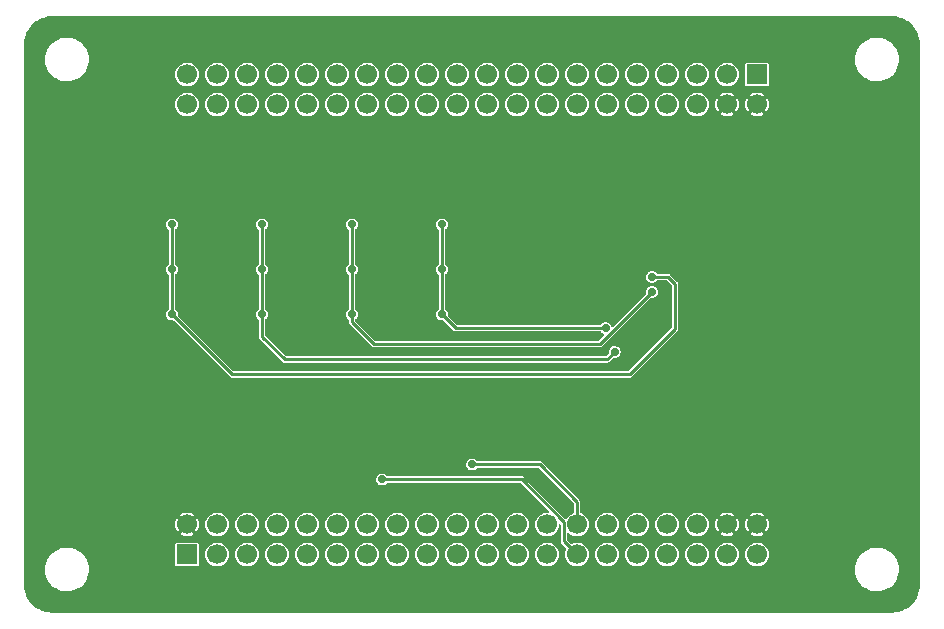
<source format=gbr>
%TF.GenerationSoftware,KiCad,Pcbnew,6.0.7+dfsg-1+b1*%
%TF.CreationDate,2022-09-10T22:10:26+08:00*%
%TF.ProjectId,memw25q128,6d656d77-3235-4713-9132-382e6b696361,a*%
%TF.SameCoordinates,PX678e028PY74e0a78*%
%TF.FileFunction,Copper,L2,Bot*%
%TF.FilePolarity,Positive*%
%FSLAX46Y46*%
G04 Gerber Fmt 4.6, Leading zero omitted, Abs format (unit mm)*
G04 Created by KiCad (PCBNEW 6.0.7+dfsg-1+b1) date 2022-09-10 22:10:26*
%MOMM*%
%LPD*%
G01*
G04 APERTURE LIST*
%TA.AperFunction,ComponentPad*%
%ADD10R,1.700000X1.700000*%
%TD*%
%TA.AperFunction,ComponentPad*%
%ADD11C,1.700000*%
%TD*%
%TA.AperFunction,ViaPad*%
%ADD12C,0.700000*%
%TD*%
%TA.AperFunction,Conductor*%
%ADD13C,0.228600*%
%TD*%
G04 APERTURE END LIST*
D10*
%TO.P,J1,1,3.3V*%
%TO.N,+3V3*%
X13970000Y5080000D03*
D11*
%TO.P,J1,2,GND*%
%TO.N,GND*%
X13970000Y7620000D03*
%TO.P,J1,3,BO0*%
%TO.N,unconnected-(J1-Pad3)*%
X16510000Y5080000D03*
%TO.P,J1,4,NRST*%
%TO.N,unconnected-(J1-Pad4)*%
X16510000Y7620000D03*
%TO.P,J1,5,PC0*%
%TO.N,unconnected-(J1-Pad5)*%
X19050000Y5080000D03*
%TO.P,J1,6,PC1*%
%TO.N,unconnected-(J1-Pad6)*%
X19050000Y7620000D03*
%TO.P,J1,7,PC2*%
%TO.N,unconnected-(J1-Pad7)*%
X21590000Y5080000D03*
%TO.P,J1,8,PC3*%
%TO.N,unconnected-(J1-Pad8)*%
X21590000Y7620000D03*
%TO.P,J1,9,PA0*%
%TO.N,unconnected-(J1-Pad9)*%
X24130000Y5080000D03*
%TO.P,J1,10,PA1*%
%TO.N,unconnected-(J1-Pad10)*%
X24130000Y7620000D03*
%TO.P,J1,11,PA2*%
%TO.N,unconnected-(J1-Pad11)*%
X26670000Y5080000D03*
%TO.P,J1,12,PA3*%
%TO.N,unconnected-(J1-Pad12)*%
X26670000Y7620000D03*
%TO.P,J1,13,PA4*%
%TO.N,PA4*%
X29210000Y5080000D03*
%TO.P,J1,14,PA5*%
%TO.N,PA5*%
X29210000Y7620000D03*
%TO.P,J1,15,PA6*%
%TO.N,PA6*%
X31750000Y5080000D03*
%TO.P,J1,16,PA7*%
%TO.N,PA7*%
X31750000Y7620000D03*
%TO.P,J1,17,PC4*%
%TO.N,unconnected-(J1-Pad17)*%
X34290000Y5080000D03*
%TO.P,J1,18,PC5*%
%TO.N,unconnected-(J1-Pad18)*%
X34290000Y7620000D03*
%TO.P,J1,19,PB0*%
%TO.N,unconnected-(J1-Pad19)*%
X36830000Y5080000D03*
%TO.P,J1,20,PB1*%
%TO.N,unconnected-(J1-Pad20)*%
X36830000Y7620000D03*
%TO.P,J1,21,PB2*%
%TO.N,unconnected-(J1-Pad21)*%
X39370000Y5080000D03*
%TO.P,J1,22,U0*%
%TO.N,unconnected-(J1-Pad22)*%
X39370000Y7620000D03*
%TO.P,J1,23,PB10*%
%TO.N,unconnected-(J1-Pad23)*%
X41910000Y5080000D03*
%TO.P,J1,24,PB11*%
%TO.N,unconnected-(J1-Pad24)*%
X41910000Y7620000D03*
%TO.P,J1,25,PB12*%
%TO.N,PB12*%
X44450000Y5080000D03*
%TO.P,J1,26,PB13*%
%TO.N,PB13*%
X44450000Y7620000D03*
%TO.P,J1,27,PB14*%
%TO.N,PB14*%
X46990000Y5080000D03*
%TO.P,J1,28,PB15*%
%TO.N,PB15*%
X46990000Y7620000D03*
%TO.P,J1,29,PC6*%
%TO.N,unconnected-(J1-Pad29)*%
X49530000Y5080000D03*
%TO.P,J1,30,PC7*%
%TO.N,unconnected-(J1-Pad30)*%
X49530000Y7620000D03*
%TO.P,J1,31,PC8*%
%TO.N,unconnected-(J1-Pad31)*%
X52070000Y5080000D03*
%TO.P,J1,32,PC9*%
%TO.N,unconnected-(J1-Pad32)*%
X52070000Y7620000D03*
%TO.P,J1,33,U1*%
%TO.N,unconnected-(J1-Pad33)*%
X54610000Y5080000D03*
%TO.P,J1,34,U2*%
%TO.N,unconnected-(J1-Pad34)*%
X54610000Y7620000D03*
%TO.P,J1,35,U3*%
%TO.N,unconnected-(J1-Pad35)*%
X57150000Y5080000D03*
%TO.P,J1,36,U4*%
%TO.N,unconnected-(J1-Pad36)*%
X57150000Y7620000D03*
%TO.P,J1,37,3.3V*%
%TO.N,+3V3*%
X59690000Y5080000D03*
%TO.P,J1,38,GND*%
%TO.N,GND*%
X59690000Y7620000D03*
%TO.P,J1,39,5V*%
%TO.N,unconnected-(J1-Pad39)*%
X62230000Y5080000D03*
%TO.P,J1,40,GND*%
%TO.N,GND*%
X62230000Y7620000D03*
D10*
%TO.P,J1,41,5V*%
%TO.N,unconnected-(J1-Pad41)*%
X62230000Y45720000D03*
D11*
%TO.P,J1,42,GND*%
%TO.N,GND*%
X62230000Y43180000D03*
%TO.P,J1,43,3.3V*%
%TO.N,+3V3*%
X59690000Y45720000D03*
%TO.P,J1,44,GND*%
%TO.N,GND*%
X59690000Y43180000D03*
%TO.P,J1,45,U15*%
%TO.N,unconnected-(J1-Pad45)*%
X57150000Y45720000D03*
%TO.P,J1,46,U16*%
%TO.N,unconnected-(J1-Pad46)*%
X57150000Y43180000D03*
%TO.P,J1,47,U13*%
%TO.N,unconnected-(J1-Pad47)*%
X54610000Y45720000D03*
%TO.P,J1,48,U14*%
%TO.N,unconnected-(J1-Pad48)*%
X54610000Y43180000D03*
%TO.P,J1,49,PA8*%
%TO.N,unconnected-(J1-Pad49)*%
X52070000Y45720000D03*
%TO.P,J1,50,PA9*%
%TO.N,unconnected-(J1-Pad50)*%
X52070000Y43180000D03*
%TO.P,J1,51,PA10*%
%TO.N,unconnected-(J1-Pad51)*%
X49530000Y45720000D03*
%TO.P,J1,52,PA11*%
%TO.N,unconnected-(J1-Pad52)*%
X49530000Y43180000D03*
%TO.P,J1,53,PA12*%
%TO.N,unconnected-(J1-Pad53)*%
X46990000Y45720000D03*
%TO.P,J1,54,PA13*%
%TO.N,unconnected-(J1-Pad54)*%
X46990000Y43180000D03*
%TO.P,J1,55,PA14*%
%TO.N,unconnected-(J1-Pad55)*%
X44450000Y45720000D03*
%TO.P,J1,56,PA15*%
%TO.N,PA15*%
X44450000Y43180000D03*
%TO.P,J1,57,U11*%
%TO.N,unconnected-(J1-Pad57)*%
X41910000Y45720000D03*
%TO.P,J1,58,U12*%
%TO.N,unconnected-(J1-Pad58)*%
X41910000Y43180000D03*
%TO.P,J1,59,PC10*%
%TO.N,unconnected-(J1-Pad59)*%
X39370000Y45720000D03*
%TO.P,J1,60,PC11*%
%TO.N,unconnected-(J1-Pad60)*%
X39370000Y43180000D03*
%TO.P,J1,61,PC12*%
%TO.N,unconnected-(J1-Pad61)*%
X36830000Y45720000D03*
%TO.P,J1,62,U8*%
%TO.N,unconnected-(J1-Pad62)*%
X36830000Y43180000D03*
%TO.P,J1,63,PD2*%
%TO.N,unconnected-(J1-Pad63)*%
X34290000Y45720000D03*
%TO.P,J1,64,PB3*%
%TO.N,PB3*%
X34290000Y43180000D03*
%TO.P,J1,65,PB4*%
%TO.N,PB4*%
X31750000Y45720000D03*
%TO.P,J1,66,PB5*%
%TO.N,PB5*%
X31750000Y43180000D03*
%TO.P,J1,67,PB6*%
%TO.N,unconnected-(J1-Pad67)*%
X29210000Y45720000D03*
%TO.P,J1,68,PB7*%
%TO.N,unconnected-(J1-Pad68)*%
X29210000Y43180000D03*
%TO.P,J1,69,PB8*%
%TO.N,unconnected-(J1-Pad69)*%
X26670000Y45720000D03*
%TO.P,J1,70,PB9*%
%TO.N,unconnected-(J1-Pad70)*%
X26670000Y43180000D03*
%TO.P,J1,71,U9*%
%TO.N,unconnected-(J1-Pad71)*%
X24130000Y45720000D03*
%TO.P,J1,72,U10*%
%TO.N,unconnected-(J1-Pad72)*%
X24130000Y43180000D03*
%TO.P,J1,73,PC14*%
%TO.N,unconnected-(J1-Pad73)*%
X21590000Y45720000D03*
%TO.P,J1,74,PC13*%
%TO.N,unconnected-(J1-Pad74)*%
X21590000Y43180000D03*
%TO.P,J1,75,U7*%
%TO.N,unconnected-(J1-Pad75)*%
X19050000Y45720000D03*
%TO.P,J1,76,PC15*%
%TO.N,unconnected-(J1-Pad76)*%
X19050000Y43180000D03*
%TO.P,J1,77,U5*%
%TO.N,unconnected-(J1-Pad77)*%
X16510000Y45720000D03*
%TO.P,J1,78,U6*%
%TO.N,unconnected-(J1-Pad78)*%
X16510000Y43180000D03*
%TO.P,J1,79,3.3V*%
%TO.N,+3V3*%
X13970000Y45720000D03*
%TO.P,J1,80,GND*%
%TO.N,unconnected-(J1-Pad80)*%
X13970000Y43180000D03*
%TD*%
D12*
%TO.N,PB14*%
X30480000Y11430000D03*
%TO.N,PB15*%
X38100000Y12700000D03*
%TO.N,CS*%
X12700000Y25400000D03*
X12700000Y33020000D03*
X12700000Y29210000D03*
X53340000Y28575000D03*
%TO.N,CLK*%
X20320000Y29210000D03*
X20320000Y25400000D03*
X50165000Y22225000D03*
X20320000Y33020000D03*
%TO.N,DO(IO1)*%
X27940000Y29210000D03*
X27940000Y25400000D03*
X27940000Y33020000D03*
X53340000Y27305000D03*
%TO.N,DI(IO0)*%
X35560000Y25400000D03*
X35560000Y29210000D03*
X49411425Y24248585D03*
X35560000Y33020000D03*
%TD*%
D13*
%TO.N,PB15*%
X46990000Y7620000D02*
X46990000Y9525000D01*
X46990000Y9525000D02*
X43815000Y12700000D01*
X43815000Y12700000D02*
X38100000Y12700000D01*
%TO.N,DI(IO0)*%
X49411425Y24248585D02*
X36711415Y24248585D01*
X36711415Y24248585D02*
X35560000Y25400000D01*
%TO.N,CLK*%
X50165000Y22225000D02*
X49530000Y21590000D01*
X49530000Y21590000D02*
X22225000Y21590000D01*
X22225000Y21590000D02*
X20320000Y23495000D01*
X20320000Y23495000D02*
X20320000Y25400000D01*
%TO.N,CS*%
X53340000Y28575000D02*
X54685000Y28575000D01*
X54685000Y28575000D02*
X55285000Y27975000D01*
X55285000Y27975000D02*
X55285000Y24170000D01*
X55285000Y24170000D02*
X51435000Y20320000D01*
X51435000Y20320000D02*
X17780000Y20320000D01*
X17780000Y20320000D02*
X12700000Y25400000D01*
%TO.N,PB14*%
X45873299Y6196701D02*
X46990000Y5080000D01*
X42292718Y11430000D02*
X45873299Y7849419D01*
X30480000Y11430000D02*
X42292718Y11430000D01*
X45873299Y7849419D02*
X45873299Y6196701D01*
%TO.N,CS*%
X12700000Y29210000D02*
X12700000Y25400000D01*
X12700000Y33020000D02*
X12700000Y29210000D01*
%TO.N,CLK*%
X20320000Y29210000D02*
X20320000Y25400000D01*
X20320000Y33020000D02*
X20320000Y29210000D01*
%TO.N,DO(IO1)*%
X29826701Y22878299D02*
X48913299Y22878299D01*
X27940000Y29210000D02*
X27940000Y25400000D01*
X48913299Y22878299D02*
X53340000Y27305000D01*
X27940000Y25400000D02*
X27940000Y24765000D01*
X27940000Y24765000D02*
X29826701Y22878299D01*
X27940000Y33020000D02*
X27940000Y29210000D01*
%TO.N,DI(IO0)*%
X35560000Y33020000D02*
X35560000Y25400000D01*
%TD*%
%TA.AperFunction,Conductor*%
%TO.N,GND*%
G36*
X73649431Y50644538D02*
G01*
X73650435Y50644269D01*
X73660000Y50641706D01*
X73669563Y50644269D01*
X73677737Y50644269D01*
X73688622Y50645369D01*
X73943197Y50629969D01*
X73952211Y50628874D01*
X74226794Y50578555D01*
X74235611Y50576382D01*
X74355380Y50539061D01*
X74502138Y50493329D01*
X74510618Y50490113D01*
X74765194Y50375538D01*
X74773230Y50371321D01*
X75012146Y50226891D01*
X75019605Y50221742D01*
X75239361Y50049574D01*
X75246158Y50043552D01*
X75443552Y49846158D01*
X75449574Y49839361D01*
X75621742Y49619605D01*
X75626891Y49612146D01*
X75736854Y49430246D01*
X75771320Y49373232D01*
X75775538Y49365194D01*
X75872025Y49150810D01*
X75890111Y49110624D01*
X75893331Y49102133D01*
X75976382Y48835611D01*
X75978555Y48826794D01*
X76028874Y48552211D01*
X76029969Y48543197D01*
X76045369Y48288622D01*
X76044269Y48277737D01*
X76044269Y48269563D01*
X76041706Y48260000D01*
X76044268Y48250438D01*
X76044538Y48249431D01*
X76047100Y48229968D01*
X76047100Y2570032D01*
X76044538Y2550570D01*
X76041706Y2540000D01*
X76044269Y2530437D01*
X76044269Y2522263D01*
X76045369Y2511378D01*
X76029969Y2256803D01*
X76028874Y2247789D01*
X75978555Y1973206D01*
X75976382Y1964389D01*
X75893331Y1697867D01*
X75890113Y1689382D01*
X75775540Y1434809D01*
X75771321Y1426770D01*
X75626891Y1187854D01*
X75621742Y1180395D01*
X75449574Y960639D01*
X75443552Y953842D01*
X75246158Y756448D01*
X75239361Y750426D01*
X75019605Y578258D01*
X75012146Y573109D01*
X74773232Y428680D01*
X74765194Y424462D01*
X74510618Y309887D01*
X74502138Y306671D01*
X74355380Y260939D01*
X74235611Y223618D01*
X74226794Y221445D01*
X73952211Y171126D01*
X73943197Y170031D01*
X73688622Y154631D01*
X73677737Y155731D01*
X73669563Y155731D01*
X73660000Y158294D01*
X73650438Y155732D01*
X73649431Y155462D01*
X73629968Y152900D01*
X2570032Y152900D01*
X2550569Y155462D01*
X2549562Y155732D01*
X2540000Y158294D01*
X2530437Y155731D01*
X2522263Y155731D01*
X2511378Y154631D01*
X2256803Y170031D01*
X2247789Y171126D01*
X1973206Y221445D01*
X1964389Y223618D01*
X1844620Y260939D01*
X1697862Y306671D01*
X1689382Y309887D01*
X1434806Y424462D01*
X1426768Y428680D01*
X1187854Y573109D01*
X1180395Y578258D01*
X960639Y750426D01*
X953842Y756448D01*
X756448Y953842D01*
X750426Y960639D01*
X578258Y1180395D01*
X573109Y1187854D01*
X428679Y1426770D01*
X424460Y1434809D01*
X309887Y1689382D01*
X306669Y1697867D01*
X223618Y1964389D01*
X221445Y1973206D01*
X171126Y2247789D01*
X170031Y2256803D01*
X154631Y2511378D01*
X155731Y2522263D01*
X155731Y2530437D01*
X158294Y2540000D01*
X155462Y2550570D01*
X152900Y2570032D01*
X152900Y3767905D01*
X1955028Y3767905D01*
X1955287Y3765191D01*
X1955287Y3765187D01*
X1972840Y3581207D01*
X1980534Y3500569D01*
X2044364Y3239715D01*
X2145182Y2990808D01*
X2146557Y2988460D01*
X2239627Y2829509D01*
X2280875Y2759062D01*
X2448601Y2549331D01*
X2450595Y2547469D01*
X2450598Y2547465D01*
X2476170Y2523577D01*
X2644846Y2366009D01*
X2865499Y2212936D01*
X2867933Y2211725D01*
X2867940Y2211721D01*
X3103491Y2094537D01*
X3103495Y2094535D01*
X3105938Y2093320D01*
X3361126Y2009665D01*
X3363810Y2009199D01*
X3363814Y2009198D01*
X3623452Y1964117D01*
X3623456Y1964117D01*
X3625717Y1963724D01*
X3710567Y1959500D01*
X3878223Y1959500D01*
X4077846Y1973984D01*
X4340080Y2031880D01*
X4342622Y2032843D01*
X4342625Y2032844D01*
X4588664Y2126060D01*
X4591211Y2127025D01*
X4748674Y2214488D01*
X4823587Y2256099D01*
X4825976Y2257426D01*
X4966222Y2364458D01*
X5037294Y2418698D01*
X5037298Y2418702D01*
X5039458Y2420350D01*
X5227185Y2612386D01*
X5228790Y2614591D01*
X5383621Y2827305D01*
X5383622Y2827307D01*
X5385225Y2829509D01*
X5470089Y2990808D01*
X5508998Y3064763D01*
X5509000Y3064768D01*
X5510265Y3067172D01*
X5599688Y3320397D01*
X5651620Y3583878D01*
X5660781Y3767905D01*
X70535028Y3767905D01*
X70535287Y3765191D01*
X70535287Y3765187D01*
X70552840Y3581207D01*
X70560534Y3500569D01*
X70624364Y3239715D01*
X70725182Y2990808D01*
X70726557Y2988460D01*
X70819627Y2829509D01*
X70860875Y2759062D01*
X71028601Y2549331D01*
X71030595Y2547469D01*
X71030598Y2547465D01*
X71056170Y2523577D01*
X71224846Y2366009D01*
X71445499Y2212936D01*
X71447933Y2211725D01*
X71447940Y2211721D01*
X71683491Y2094537D01*
X71683495Y2094535D01*
X71685938Y2093320D01*
X71941126Y2009665D01*
X71943810Y2009199D01*
X71943814Y2009198D01*
X72203452Y1964117D01*
X72203456Y1964117D01*
X72205717Y1963724D01*
X72290567Y1959500D01*
X72458223Y1959500D01*
X72657846Y1973984D01*
X72920080Y2031880D01*
X72922622Y2032843D01*
X72922625Y2032844D01*
X73168664Y2126060D01*
X73171211Y2127025D01*
X73328674Y2214488D01*
X73403587Y2256099D01*
X73405976Y2257426D01*
X73546222Y2364458D01*
X73617294Y2418698D01*
X73617298Y2418702D01*
X73619458Y2420350D01*
X73807185Y2612386D01*
X73808790Y2614591D01*
X73963621Y2827305D01*
X73963622Y2827307D01*
X73965225Y2829509D01*
X74050089Y2990808D01*
X74088998Y3064763D01*
X74089000Y3064768D01*
X74090265Y3067172D01*
X74179688Y3320397D01*
X74231620Y3583878D01*
X74244972Y3852095D01*
X74227415Y4036122D01*
X74219725Y4116719D01*
X74219724Y4116722D01*
X74219466Y4119431D01*
X74217878Y4125923D01*
X74176033Y4296929D01*
X74155636Y4380285D01*
X74054818Y4629192D01*
X73961786Y4788078D01*
X73920503Y4858585D01*
X73920501Y4858588D01*
X73919125Y4860938D01*
X73886489Y4901748D01*
X73800266Y5009564D01*
X73751399Y5070669D01*
X73749405Y5072531D01*
X73749402Y5072535D01*
X73557145Y5252131D01*
X73555154Y5253991D01*
X73334501Y5407064D01*
X73332067Y5408275D01*
X73332060Y5408279D01*
X73096509Y5525463D01*
X73096505Y5525465D01*
X73094062Y5526680D01*
X72838874Y5610335D01*
X72836190Y5610801D01*
X72836186Y5610802D01*
X72576548Y5655883D01*
X72576544Y5655883D01*
X72574283Y5656276D01*
X72489433Y5660500D01*
X72321777Y5660500D01*
X72122154Y5646016D01*
X71859920Y5588120D01*
X71857378Y5587157D01*
X71857375Y5587156D01*
X71693856Y5525204D01*
X71608789Y5492975D01*
X71606407Y5491652D01*
X71606405Y5491651D01*
X71376413Y5363901D01*
X71374024Y5362574D01*
X71371855Y5360919D01*
X71371854Y5360918D01*
X71162706Y5201302D01*
X71162702Y5201298D01*
X71160542Y5199650D01*
X70972815Y5007614D01*
X70971210Y5005409D01*
X70865650Y4860385D01*
X70814775Y4790491D01*
X70813508Y4788083D01*
X70813505Y4788078D01*
X70728587Y4626674D01*
X70689735Y4552828D01*
X70600312Y4299603D01*
X70548380Y4036122D01*
X70535028Y3767905D01*
X5660781Y3767905D01*
X5664972Y3852095D01*
X5647415Y4036122D01*
X5639725Y4116719D01*
X5639724Y4116722D01*
X5639466Y4119431D01*
X5637878Y4125923D01*
X5596033Y4296929D01*
X5575636Y4380285D01*
X5474818Y4629192D01*
X5381786Y4788078D01*
X5340503Y4858585D01*
X5340501Y4858588D01*
X5339125Y4860938D01*
X5306489Y4901748D01*
X5220266Y5009564D01*
X5171399Y5070669D01*
X5169405Y5072531D01*
X5169402Y5072535D01*
X4977145Y5252131D01*
X4975154Y5253991D01*
X4754501Y5407064D01*
X4752067Y5408275D01*
X4752060Y5408279D01*
X4516509Y5525463D01*
X4516505Y5525465D01*
X4514062Y5526680D01*
X4258874Y5610335D01*
X4256190Y5610801D01*
X4256186Y5610802D01*
X3996548Y5655883D01*
X3996544Y5655883D01*
X3994283Y5656276D01*
X3909433Y5660500D01*
X3741777Y5660500D01*
X3542154Y5646016D01*
X3279920Y5588120D01*
X3277378Y5587157D01*
X3277375Y5587156D01*
X3113856Y5525204D01*
X3028789Y5492975D01*
X3026407Y5491652D01*
X3026405Y5491651D01*
X2796413Y5363901D01*
X2794024Y5362574D01*
X2791855Y5360919D01*
X2791854Y5360918D01*
X2582706Y5201302D01*
X2582702Y5201298D01*
X2580542Y5199650D01*
X2392815Y5007614D01*
X2391210Y5005409D01*
X2285650Y4860385D01*
X2234775Y4790491D01*
X2233508Y4788083D01*
X2233505Y4788078D01*
X2148587Y4626674D01*
X2109735Y4552828D01*
X2020312Y4299603D01*
X1968380Y4036122D01*
X1955028Y3767905D01*
X152900Y3767905D01*
X152900Y5945057D01*
X12967100Y5945057D01*
X12967101Y4214944D01*
X12975972Y4170342D01*
X13009766Y4119766D01*
X13015923Y4115652D01*
X13054183Y4090087D01*
X13054184Y4090086D01*
X13060342Y4085972D01*
X13104943Y4077100D01*
X13969882Y4077100D01*
X14835056Y4077101D01*
X14879658Y4085972D01*
X14930234Y4119766D01*
X14954801Y4156533D01*
X14959913Y4164183D01*
X14959914Y4164184D01*
X14964028Y4170342D01*
X14972900Y4214943D01*
X14972899Y5094070D01*
X15502345Y5094070D01*
X15502653Y5090402D01*
X15502653Y5090399D01*
X15505889Y5051862D01*
X15518803Y4898081D01*
X15573015Y4709021D01*
X15662916Y4534092D01*
X15785083Y4379956D01*
X15787877Y4377578D01*
X15787878Y4377577D01*
X15822691Y4347949D01*
X15934862Y4252484D01*
X15938063Y4250695D01*
X15938066Y4250693D01*
X15976656Y4229126D01*
X16106547Y4156533D01*
X16110044Y4155397D01*
X16110048Y4155395D01*
X16200755Y4125923D01*
X16293600Y4095756D01*
X16400984Y4082951D01*
X16485237Y4072904D01*
X16485239Y4072904D01*
X16488895Y4072468D01*
X16684994Y4087557D01*
X16808627Y4122076D01*
X16870883Y4139458D01*
X16870885Y4139459D01*
X16874428Y4140448D01*
X17014727Y4211318D01*
X17046697Y4227467D01*
X17046698Y4227468D01*
X17049981Y4229126D01*
X17204966Y4350214D01*
X17333480Y4499099D01*
X17362546Y4550264D01*
X17428810Y4666909D01*
X17428812Y4666912D01*
X17430628Y4670110D01*
X17492710Y4856734D01*
X17517360Y5051862D01*
X17517753Y5080000D01*
X17517548Y5082093D01*
X17516374Y5094070D01*
X18042345Y5094070D01*
X18042653Y5090402D01*
X18042653Y5090399D01*
X18045889Y5051862D01*
X18058803Y4898081D01*
X18113015Y4709021D01*
X18202916Y4534092D01*
X18325083Y4379956D01*
X18327877Y4377578D01*
X18327878Y4377577D01*
X18362691Y4347949D01*
X18474862Y4252484D01*
X18478063Y4250695D01*
X18478066Y4250693D01*
X18516656Y4229126D01*
X18646547Y4156533D01*
X18650044Y4155397D01*
X18650048Y4155395D01*
X18740755Y4125923D01*
X18833600Y4095756D01*
X18940984Y4082951D01*
X19025237Y4072904D01*
X19025239Y4072904D01*
X19028895Y4072468D01*
X19224994Y4087557D01*
X19348627Y4122076D01*
X19410883Y4139458D01*
X19410885Y4139459D01*
X19414428Y4140448D01*
X19554727Y4211318D01*
X19586697Y4227467D01*
X19586698Y4227468D01*
X19589981Y4229126D01*
X19744966Y4350214D01*
X19873480Y4499099D01*
X19902546Y4550264D01*
X19968810Y4666909D01*
X19968812Y4666912D01*
X19970628Y4670110D01*
X20032710Y4856734D01*
X20057360Y5051862D01*
X20057753Y5080000D01*
X20057548Y5082093D01*
X20056374Y5094070D01*
X20582345Y5094070D01*
X20582653Y5090402D01*
X20582653Y5090399D01*
X20585889Y5051862D01*
X20598803Y4898081D01*
X20653015Y4709021D01*
X20742916Y4534092D01*
X20865083Y4379956D01*
X20867877Y4377578D01*
X20867878Y4377577D01*
X20902691Y4347949D01*
X21014862Y4252484D01*
X21018063Y4250695D01*
X21018066Y4250693D01*
X21056656Y4229126D01*
X21186547Y4156533D01*
X21190044Y4155397D01*
X21190048Y4155395D01*
X21280755Y4125923D01*
X21373600Y4095756D01*
X21480984Y4082951D01*
X21565237Y4072904D01*
X21565239Y4072904D01*
X21568895Y4072468D01*
X21764994Y4087557D01*
X21888627Y4122076D01*
X21950883Y4139458D01*
X21950885Y4139459D01*
X21954428Y4140448D01*
X22094727Y4211318D01*
X22126697Y4227467D01*
X22126698Y4227468D01*
X22129981Y4229126D01*
X22284966Y4350214D01*
X22413480Y4499099D01*
X22442546Y4550264D01*
X22508810Y4666909D01*
X22508812Y4666912D01*
X22510628Y4670110D01*
X22572710Y4856734D01*
X22597360Y5051862D01*
X22597753Y5080000D01*
X22597548Y5082093D01*
X22596374Y5094070D01*
X23122345Y5094070D01*
X23122653Y5090402D01*
X23122653Y5090399D01*
X23125889Y5051862D01*
X23138803Y4898081D01*
X23193015Y4709021D01*
X23282916Y4534092D01*
X23405083Y4379956D01*
X23407877Y4377578D01*
X23407878Y4377577D01*
X23442691Y4347949D01*
X23554862Y4252484D01*
X23558063Y4250695D01*
X23558066Y4250693D01*
X23596656Y4229126D01*
X23726547Y4156533D01*
X23730044Y4155397D01*
X23730048Y4155395D01*
X23820755Y4125923D01*
X23913600Y4095756D01*
X24020984Y4082951D01*
X24105237Y4072904D01*
X24105239Y4072904D01*
X24108895Y4072468D01*
X24304994Y4087557D01*
X24428627Y4122076D01*
X24490883Y4139458D01*
X24490885Y4139459D01*
X24494428Y4140448D01*
X24634727Y4211318D01*
X24666697Y4227467D01*
X24666698Y4227468D01*
X24669981Y4229126D01*
X24824966Y4350214D01*
X24953480Y4499099D01*
X24982546Y4550264D01*
X25048810Y4666909D01*
X25048812Y4666912D01*
X25050628Y4670110D01*
X25112710Y4856734D01*
X25137360Y5051862D01*
X25137753Y5080000D01*
X25137548Y5082093D01*
X25136374Y5094070D01*
X25662345Y5094070D01*
X25662653Y5090402D01*
X25662653Y5090399D01*
X25665889Y5051862D01*
X25678803Y4898081D01*
X25733015Y4709021D01*
X25822916Y4534092D01*
X25945083Y4379956D01*
X25947877Y4377578D01*
X25947878Y4377577D01*
X25982691Y4347949D01*
X26094862Y4252484D01*
X26098063Y4250695D01*
X26098066Y4250693D01*
X26136656Y4229126D01*
X26266547Y4156533D01*
X26270044Y4155397D01*
X26270048Y4155395D01*
X26360755Y4125923D01*
X26453600Y4095756D01*
X26560984Y4082951D01*
X26645237Y4072904D01*
X26645239Y4072904D01*
X26648895Y4072468D01*
X26844994Y4087557D01*
X26968627Y4122076D01*
X27030883Y4139458D01*
X27030885Y4139459D01*
X27034428Y4140448D01*
X27174727Y4211318D01*
X27206697Y4227467D01*
X27206698Y4227468D01*
X27209981Y4229126D01*
X27364966Y4350214D01*
X27493480Y4499099D01*
X27522546Y4550264D01*
X27588810Y4666909D01*
X27588812Y4666912D01*
X27590628Y4670110D01*
X27652710Y4856734D01*
X27677360Y5051862D01*
X27677753Y5080000D01*
X27677548Y5082093D01*
X27676374Y5094070D01*
X28202345Y5094070D01*
X28202653Y5090402D01*
X28202653Y5090399D01*
X28205889Y5051862D01*
X28218803Y4898081D01*
X28273015Y4709021D01*
X28362916Y4534092D01*
X28485083Y4379956D01*
X28487877Y4377578D01*
X28487878Y4377577D01*
X28522691Y4347949D01*
X28634862Y4252484D01*
X28638063Y4250695D01*
X28638066Y4250693D01*
X28676656Y4229126D01*
X28806547Y4156533D01*
X28810044Y4155397D01*
X28810048Y4155395D01*
X28900755Y4125923D01*
X28993600Y4095756D01*
X29100984Y4082951D01*
X29185237Y4072904D01*
X29185239Y4072904D01*
X29188895Y4072468D01*
X29384994Y4087557D01*
X29508627Y4122076D01*
X29570883Y4139458D01*
X29570885Y4139459D01*
X29574428Y4140448D01*
X29714727Y4211318D01*
X29746697Y4227467D01*
X29746698Y4227468D01*
X29749981Y4229126D01*
X29904966Y4350214D01*
X30033480Y4499099D01*
X30062546Y4550264D01*
X30128810Y4666909D01*
X30128812Y4666912D01*
X30130628Y4670110D01*
X30192710Y4856734D01*
X30217360Y5051862D01*
X30217753Y5080000D01*
X30217548Y5082093D01*
X30216374Y5094070D01*
X30742345Y5094070D01*
X30742653Y5090402D01*
X30742653Y5090399D01*
X30745889Y5051862D01*
X30758803Y4898081D01*
X30813015Y4709021D01*
X30902916Y4534092D01*
X31025083Y4379956D01*
X31027877Y4377578D01*
X31027878Y4377577D01*
X31062691Y4347949D01*
X31174862Y4252484D01*
X31178063Y4250695D01*
X31178066Y4250693D01*
X31216656Y4229126D01*
X31346547Y4156533D01*
X31350044Y4155397D01*
X31350048Y4155395D01*
X31440755Y4125923D01*
X31533600Y4095756D01*
X31640984Y4082951D01*
X31725237Y4072904D01*
X31725239Y4072904D01*
X31728895Y4072468D01*
X31924994Y4087557D01*
X32048627Y4122076D01*
X32110883Y4139458D01*
X32110885Y4139459D01*
X32114428Y4140448D01*
X32254727Y4211318D01*
X32286697Y4227467D01*
X32286698Y4227468D01*
X32289981Y4229126D01*
X32444966Y4350214D01*
X32573480Y4499099D01*
X32602546Y4550264D01*
X32668810Y4666909D01*
X32668812Y4666912D01*
X32670628Y4670110D01*
X32732710Y4856734D01*
X32757360Y5051862D01*
X32757753Y5080000D01*
X32757548Y5082093D01*
X32756374Y5094070D01*
X33282345Y5094070D01*
X33282653Y5090402D01*
X33282653Y5090399D01*
X33285889Y5051862D01*
X33298803Y4898081D01*
X33353015Y4709021D01*
X33442916Y4534092D01*
X33565083Y4379956D01*
X33567877Y4377578D01*
X33567878Y4377577D01*
X33602691Y4347949D01*
X33714862Y4252484D01*
X33718063Y4250695D01*
X33718066Y4250693D01*
X33756656Y4229126D01*
X33886547Y4156533D01*
X33890044Y4155397D01*
X33890048Y4155395D01*
X33980755Y4125923D01*
X34073600Y4095756D01*
X34180984Y4082951D01*
X34265237Y4072904D01*
X34265239Y4072904D01*
X34268895Y4072468D01*
X34464994Y4087557D01*
X34588627Y4122076D01*
X34650883Y4139458D01*
X34650885Y4139459D01*
X34654428Y4140448D01*
X34794727Y4211318D01*
X34826697Y4227467D01*
X34826698Y4227468D01*
X34829981Y4229126D01*
X34984966Y4350214D01*
X35113480Y4499099D01*
X35142546Y4550264D01*
X35208810Y4666909D01*
X35208812Y4666912D01*
X35210628Y4670110D01*
X35272710Y4856734D01*
X35297360Y5051862D01*
X35297753Y5080000D01*
X35297548Y5082093D01*
X35296374Y5094070D01*
X35822345Y5094070D01*
X35822653Y5090402D01*
X35822653Y5090399D01*
X35825889Y5051862D01*
X35838803Y4898081D01*
X35893015Y4709021D01*
X35982916Y4534092D01*
X36105083Y4379956D01*
X36107877Y4377578D01*
X36107878Y4377577D01*
X36142691Y4347949D01*
X36254862Y4252484D01*
X36258063Y4250695D01*
X36258066Y4250693D01*
X36296656Y4229126D01*
X36426547Y4156533D01*
X36430044Y4155397D01*
X36430048Y4155395D01*
X36520755Y4125923D01*
X36613600Y4095756D01*
X36720984Y4082951D01*
X36805237Y4072904D01*
X36805239Y4072904D01*
X36808895Y4072468D01*
X37004994Y4087557D01*
X37128627Y4122076D01*
X37190883Y4139458D01*
X37190885Y4139459D01*
X37194428Y4140448D01*
X37334727Y4211318D01*
X37366697Y4227467D01*
X37366698Y4227468D01*
X37369981Y4229126D01*
X37524966Y4350214D01*
X37653480Y4499099D01*
X37682546Y4550264D01*
X37748810Y4666909D01*
X37748812Y4666912D01*
X37750628Y4670110D01*
X37812710Y4856734D01*
X37837360Y5051862D01*
X37837753Y5080000D01*
X37837548Y5082093D01*
X37836374Y5094070D01*
X38362345Y5094070D01*
X38362653Y5090402D01*
X38362653Y5090399D01*
X38365889Y5051862D01*
X38378803Y4898081D01*
X38433015Y4709021D01*
X38522916Y4534092D01*
X38645083Y4379956D01*
X38647877Y4377578D01*
X38647878Y4377577D01*
X38682691Y4347949D01*
X38794862Y4252484D01*
X38798063Y4250695D01*
X38798066Y4250693D01*
X38836656Y4229126D01*
X38966547Y4156533D01*
X38970044Y4155397D01*
X38970048Y4155395D01*
X39060755Y4125923D01*
X39153600Y4095756D01*
X39260984Y4082951D01*
X39345237Y4072904D01*
X39345239Y4072904D01*
X39348895Y4072468D01*
X39544994Y4087557D01*
X39668627Y4122076D01*
X39730883Y4139458D01*
X39730885Y4139459D01*
X39734428Y4140448D01*
X39874727Y4211318D01*
X39906697Y4227467D01*
X39906698Y4227468D01*
X39909981Y4229126D01*
X40064966Y4350214D01*
X40193480Y4499099D01*
X40222546Y4550264D01*
X40288810Y4666909D01*
X40288812Y4666912D01*
X40290628Y4670110D01*
X40352710Y4856734D01*
X40377360Y5051862D01*
X40377753Y5080000D01*
X40377548Y5082093D01*
X40376374Y5094070D01*
X40902345Y5094070D01*
X40902653Y5090402D01*
X40902653Y5090399D01*
X40905889Y5051862D01*
X40918803Y4898081D01*
X40973015Y4709021D01*
X41062916Y4534092D01*
X41185083Y4379956D01*
X41187877Y4377578D01*
X41187878Y4377577D01*
X41222691Y4347949D01*
X41334862Y4252484D01*
X41338063Y4250695D01*
X41338066Y4250693D01*
X41376656Y4229126D01*
X41506547Y4156533D01*
X41510044Y4155397D01*
X41510048Y4155395D01*
X41600755Y4125923D01*
X41693600Y4095756D01*
X41800984Y4082951D01*
X41885237Y4072904D01*
X41885239Y4072904D01*
X41888895Y4072468D01*
X42084994Y4087557D01*
X42208627Y4122076D01*
X42270883Y4139458D01*
X42270885Y4139459D01*
X42274428Y4140448D01*
X42414727Y4211318D01*
X42446697Y4227467D01*
X42446698Y4227468D01*
X42449981Y4229126D01*
X42604966Y4350214D01*
X42733480Y4499099D01*
X42762546Y4550264D01*
X42828810Y4666909D01*
X42828812Y4666912D01*
X42830628Y4670110D01*
X42892710Y4856734D01*
X42917360Y5051862D01*
X42917753Y5080000D01*
X42917548Y5082093D01*
X42916374Y5094070D01*
X43442345Y5094070D01*
X43442653Y5090402D01*
X43442653Y5090399D01*
X43445889Y5051862D01*
X43458803Y4898081D01*
X43513015Y4709021D01*
X43602916Y4534092D01*
X43725083Y4379956D01*
X43727877Y4377578D01*
X43727878Y4377577D01*
X43762691Y4347949D01*
X43874862Y4252484D01*
X43878063Y4250695D01*
X43878066Y4250693D01*
X43916656Y4229126D01*
X44046547Y4156533D01*
X44050044Y4155397D01*
X44050048Y4155395D01*
X44140755Y4125923D01*
X44233600Y4095756D01*
X44340984Y4082951D01*
X44425237Y4072904D01*
X44425239Y4072904D01*
X44428895Y4072468D01*
X44624994Y4087557D01*
X44748627Y4122076D01*
X44810883Y4139458D01*
X44810885Y4139459D01*
X44814428Y4140448D01*
X44954727Y4211318D01*
X44986697Y4227467D01*
X44986698Y4227468D01*
X44989981Y4229126D01*
X45144966Y4350214D01*
X45273480Y4499099D01*
X45302546Y4550264D01*
X45368810Y4666909D01*
X45368812Y4666912D01*
X45370628Y4670110D01*
X45432710Y4856734D01*
X45457360Y5051862D01*
X45457753Y5080000D01*
X45457548Y5082093D01*
X45438921Y5272073D01*
X45438920Y5272078D01*
X45438561Y5275740D01*
X45381714Y5464025D01*
X45289379Y5637682D01*
X45165072Y5790097D01*
X45013528Y5915465D01*
X44840520Y6009010D01*
X44652637Y6067170D01*
X44509832Y6082179D01*
X44460690Y6087344D01*
X44460689Y6087344D01*
X44457035Y6087728D01*
X44359101Y6078816D01*
X44264824Y6070236D01*
X44264823Y6070236D01*
X44261166Y6069903D01*
X44257641Y6068866D01*
X44257638Y6068865D01*
X44139440Y6034077D01*
X44072489Y6014372D01*
X43898192Y5923252D01*
X43744912Y5800012D01*
X43618489Y5649347D01*
X43616718Y5646125D01*
X43616717Y5646124D01*
X43584829Y5588120D01*
X43523739Y5476996D01*
X43464269Y5289524D01*
X43442345Y5094070D01*
X42916374Y5094070D01*
X42898921Y5272073D01*
X42898920Y5272078D01*
X42898561Y5275740D01*
X42841714Y5464025D01*
X42749379Y5637682D01*
X42625072Y5790097D01*
X42473528Y5915465D01*
X42300520Y6009010D01*
X42112637Y6067170D01*
X41969832Y6082179D01*
X41920690Y6087344D01*
X41920689Y6087344D01*
X41917035Y6087728D01*
X41819101Y6078816D01*
X41724824Y6070236D01*
X41724823Y6070236D01*
X41721166Y6069903D01*
X41717641Y6068866D01*
X41717638Y6068865D01*
X41599440Y6034077D01*
X41532489Y6014372D01*
X41358192Y5923252D01*
X41204912Y5800012D01*
X41078489Y5649347D01*
X41076718Y5646125D01*
X41076717Y5646124D01*
X41044829Y5588120D01*
X40983739Y5476996D01*
X40924269Y5289524D01*
X40902345Y5094070D01*
X40376374Y5094070D01*
X40358921Y5272073D01*
X40358920Y5272078D01*
X40358561Y5275740D01*
X40301714Y5464025D01*
X40209379Y5637682D01*
X40085072Y5790097D01*
X39933528Y5915465D01*
X39760520Y6009010D01*
X39572637Y6067170D01*
X39429832Y6082179D01*
X39380690Y6087344D01*
X39380689Y6087344D01*
X39377035Y6087728D01*
X39279101Y6078816D01*
X39184824Y6070236D01*
X39184823Y6070236D01*
X39181166Y6069903D01*
X39177641Y6068866D01*
X39177638Y6068865D01*
X39059440Y6034077D01*
X38992489Y6014372D01*
X38818192Y5923252D01*
X38664912Y5800012D01*
X38538489Y5649347D01*
X38536718Y5646125D01*
X38536717Y5646124D01*
X38504829Y5588120D01*
X38443739Y5476996D01*
X38384269Y5289524D01*
X38362345Y5094070D01*
X37836374Y5094070D01*
X37818921Y5272073D01*
X37818920Y5272078D01*
X37818561Y5275740D01*
X37761714Y5464025D01*
X37669379Y5637682D01*
X37545072Y5790097D01*
X37393528Y5915465D01*
X37220520Y6009010D01*
X37032637Y6067170D01*
X36889832Y6082179D01*
X36840690Y6087344D01*
X36840689Y6087344D01*
X36837035Y6087728D01*
X36739101Y6078816D01*
X36644824Y6070236D01*
X36644823Y6070236D01*
X36641166Y6069903D01*
X36637641Y6068866D01*
X36637638Y6068865D01*
X36519440Y6034077D01*
X36452489Y6014372D01*
X36278192Y5923252D01*
X36124912Y5800012D01*
X35998489Y5649347D01*
X35996718Y5646125D01*
X35996717Y5646124D01*
X35964829Y5588120D01*
X35903739Y5476996D01*
X35844269Y5289524D01*
X35822345Y5094070D01*
X35296374Y5094070D01*
X35278921Y5272073D01*
X35278920Y5272078D01*
X35278561Y5275740D01*
X35221714Y5464025D01*
X35129379Y5637682D01*
X35005072Y5790097D01*
X34853528Y5915465D01*
X34680520Y6009010D01*
X34492637Y6067170D01*
X34349832Y6082179D01*
X34300690Y6087344D01*
X34300689Y6087344D01*
X34297035Y6087728D01*
X34199101Y6078816D01*
X34104824Y6070236D01*
X34104823Y6070236D01*
X34101166Y6069903D01*
X34097641Y6068866D01*
X34097638Y6068865D01*
X33979440Y6034077D01*
X33912489Y6014372D01*
X33738192Y5923252D01*
X33584912Y5800012D01*
X33458489Y5649347D01*
X33456718Y5646125D01*
X33456717Y5646124D01*
X33424829Y5588120D01*
X33363739Y5476996D01*
X33304269Y5289524D01*
X33282345Y5094070D01*
X32756374Y5094070D01*
X32738921Y5272073D01*
X32738920Y5272078D01*
X32738561Y5275740D01*
X32681714Y5464025D01*
X32589379Y5637682D01*
X32465072Y5790097D01*
X32313528Y5915465D01*
X32140520Y6009010D01*
X31952637Y6067170D01*
X31809832Y6082179D01*
X31760690Y6087344D01*
X31760689Y6087344D01*
X31757035Y6087728D01*
X31659101Y6078816D01*
X31564824Y6070236D01*
X31564823Y6070236D01*
X31561166Y6069903D01*
X31557641Y6068866D01*
X31557638Y6068865D01*
X31439440Y6034077D01*
X31372489Y6014372D01*
X31198192Y5923252D01*
X31044912Y5800012D01*
X30918489Y5649347D01*
X30916718Y5646125D01*
X30916717Y5646124D01*
X30884829Y5588120D01*
X30823739Y5476996D01*
X30764269Y5289524D01*
X30742345Y5094070D01*
X30216374Y5094070D01*
X30198921Y5272073D01*
X30198920Y5272078D01*
X30198561Y5275740D01*
X30141714Y5464025D01*
X30049379Y5637682D01*
X29925072Y5790097D01*
X29773528Y5915465D01*
X29600520Y6009010D01*
X29412637Y6067170D01*
X29269832Y6082179D01*
X29220690Y6087344D01*
X29220689Y6087344D01*
X29217035Y6087728D01*
X29119101Y6078816D01*
X29024824Y6070236D01*
X29024823Y6070236D01*
X29021166Y6069903D01*
X29017641Y6068866D01*
X29017638Y6068865D01*
X28899440Y6034077D01*
X28832489Y6014372D01*
X28658192Y5923252D01*
X28504912Y5800012D01*
X28378489Y5649347D01*
X28376718Y5646125D01*
X28376717Y5646124D01*
X28344829Y5588120D01*
X28283739Y5476996D01*
X28224269Y5289524D01*
X28202345Y5094070D01*
X27676374Y5094070D01*
X27658921Y5272073D01*
X27658920Y5272078D01*
X27658561Y5275740D01*
X27601714Y5464025D01*
X27509379Y5637682D01*
X27385072Y5790097D01*
X27233528Y5915465D01*
X27060520Y6009010D01*
X26872637Y6067170D01*
X26729832Y6082179D01*
X26680690Y6087344D01*
X26680689Y6087344D01*
X26677035Y6087728D01*
X26579101Y6078816D01*
X26484824Y6070236D01*
X26484823Y6070236D01*
X26481166Y6069903D01*
X26477641Y6068866D01*
X26477638Y6068865D01*
X26359440Y6034077D01*
X26292489Y6014372D01*
X26118192Y5923252D01*
X25964912Y5800012D01*
X25838489Y5649347D01*
X25836718Y5646125D01*
X25836717Y5646124D01*
X25804829Y5588120D01*
X25743739Y5476996D01*
X25684269Y5289524D01*
X25662345Y5094070D01*
X25136374Y5094070D01*
X25118921Y5272073D01*
X25118920Y5272078D01*
X25118561Y5275740D01*
X25061714Y5464025D01*
X24969379Y5637682D01*
X24845072Y5790097D01*
X24693528Y5915465D01*
X24520520Y6009010D01*
X24332637Y6067170D01*
X24189832Y6082179D01*
X24140690Y6087344D01*
X24140689Y6087344D01*
X24137035Y6087728D01*
X24039101Y6078816D01*
X23944824Y6070236D01*
X23944823Y6070236D01*
X23941166Y6069903D01*
X23937641Y6068866D01*
X23937638Y6068865D01*
X23819440Y6034077D01*
X23752489Y6014372D01*
X23578192Y5923252D01*
X23424912Y5800012D01*
X23298489Y5649347D01*
X23296718Y5646125D01*
X23296717Y5646124D01*
X23264829Y5588120D01*
X23203739Y5476996D01*
X23144269Y5289524D01*
X23122345Y5094070D01*
X22596374Y5094070D01*
X22578921Y5272073D01*
X22578920Y5272078D01*
X22578561Y5275740D01*
X22521714Y5464025D01*
X22429379Y5637682D01*
X22305072Y5790097D01*
X22153528Y5915465D01*
X21980520Y6009010D01*
X21792637Y6067170D01*
X21649832Y6082179D01*
X21600690Y6087344D01*
X21600689Y6087344D01*
X21597035Y6087728D01*
X21499101Y6078816D01*
X21404824Y6070236D01*
X21404823Y6070236D01*
X21401166Y6069903D01*
X21397641Y6068866D01*
X21397638Y6068865D01*
X21279440Y6034077D01*
X21212489Y6014372D01*
X21038192Y5923252D01*
X20884912Y5800012D01*
X20758489Y5649347D01*
X20756718Y5646125D01*
X20756717Y5646124D01*
X20724829Y5588120D01*
X20663739Y5476996D01*
X20604269Y5289524D01*
X20582345Y5094070D01*
X20056374Y5094070D01*
X20038921Y5272073D01*
X20038920Y5272078D01*
X20038561Y5275740D01*
X19981714Y5464025D01*
X19889379Y5637682D01*
X19765072Y5790097D01*
X19613528Y5915465D01*
X19440520Y6009010D01*
X19252637Y6067170D01*
X19109832Y6082179D01*
X19060690Y6087344D01*
X19060689Y6087344D01*
X19057035Y6087728D01*
X18959101Y6078816D01*
X18864824Y6070236D01*
X18864823Y6070236D01*
X18861166Y6069903D01*
X18857641Y6068866D01*
X18857638Y6068865D01*
X18739440Y6034077D01*
X18672489Y6014372D01*
X18498192Y5923252D01*
X18344912Y5800012D01*
X18218489Y5649347D01*
X18216718Y5646125D01*
X18216717Y5646124D01*
X18184829Y5588120D01*
X18123739Y5476996D01*
X18064269Y5289524D01*
X18042345Y5094070D01*
X17516374Y5094070D01*
X17498921Y5272073D01*
X17498920Y5272078D01*
X17498561Y5275740D01*
X17441714Y5464025D01*
X17349379Y5637682D01*
X17225072Y5790097D01*
X17073528Y5915465D01*
X16900520Y6009010D01*
X16712637Y6067170D01*
X16569832Y6082179D01*
X16520690Y6087344D01*
X16520689Y6087344D01*
X16517035Y6087728D01*
X16419101Y6078816D01*
X16324824Y6070236D01*
X16324823Y6070236D01*
X16321166Y6069903D01*
X16317641Y6068866D01*
X16317638Y6068865D01*
X16199440Y6034077D01*
X16132489Y6014372D01*
X15958192Y5923252D01*
X15804912Y5800012D01*
X15678489Y5649347D01*
X15676718Y5646125D01*
X15676717Y5646124D01*
X15644829Y5588120D01*
X15583739Y5476996D01*
X15524269Y5289524D01*
X15502345Y5094070D01*
X14972899Y5094070D01*
X14972899Y5945056D01*
X14964028Y5989658D01*
X14930234Y6040234D01*
X14924077Y6044348D01*
X14885817Y6069913D01*
X14885816Y6069914D01*
X14879658Y6074028D01*
X14835057Y6082900D01*
X13970118Y6082900D01*
X13104944Y6082899D01*
X13060342Y6074028D01*
X13009766Y6040234D01*
X13005652Y6034077D01*
X12987735Y6007262D01*
X12975972Y5989658D01*
X12967100Y5945057D01*
X152900Y5945057D01*
X152900Y6809361D01*
X13380117Y6809361D01*
X13381391Y6804607D01*
X13392346Y6795282D01*
X13398359Y6791103D01*
X13563537Y6698789D01*
X13570250Y6695856D01*
X13750210Y6637384D01*
X13757358Y6635812D01*
X13945248Y6613407D01*
X13952581Y6613254D01*
X14141239Y6627770D01*
X14148447Y6629041D01*
X14330701Y6679927D01*
X14337534Y6682578D01*
X14506426Y6767891D01*
X14512612Y6771816D01*
X14552713Y6803147D01*
X14558443Y6812316D01*
X14557835Y6816639D01*
X13979377Y7395097D01*
X13969578Y7399666D01*
X13963587Y7398061D01*
X13384686Y6819160D01*
X13380117Y6809361D01*
X152900Y6809361D01*
X152900Y7630392D01*
X12963156Y7630392D01*
X12978990Y7441839D01*
X12980312Y7434637D01*
X13032470Y7252739D01*
X13035164Y7245937D01*
X13121657Y7077637D01*
X13125623Y7071482D01*
X13152905Y7037060D01*
X13162114Y7031395D01*
X13166520Y7032046D01*
X13745097Y7610623D01*
X13749272Y7619578D01*
X14190334Y7619578D01*
X14191939Y7613587D01*
X14771215Y7034311D01*
X14781014Y7029742D01*
X14785864Y7031041D01*
X14790664Y7036602D01*
X14794886Y7042588D01*
X14888354Y7207120D01*
X14891328Y7213800D01*
X14951059Y7393359D01*
X14952680Y7400493D01*
X14976593Y7589785D01*
X14976886Y7593980D01*
X14977221Y7617901D01*
X14977045Y7622093D01*
X14975871Y7634070D01*
X15502345Y7634070D01*
X15502653Y7630402D01*
X15502653Y7630399D01*
X15506064Y7589785D01*
X15518803Y7438081D01*
X15573015Y7249021D01*
X15662916Y7074092D01*
X15785083Y6919956D01*
X15787877Y6917578D01*
X15787878Y6917577D01*
X15822691Y6887949D01*
X15934862Y6792484D01*
X15938063Y6790695D01*
X15938066Y6790693D01*
X15976656Y6769126D01*
X16106547Y6696533D01*
X16110044Y6695397D01*
X16110048Y6695395D01*
X16202615Y6665319D01*
X16293600Y6635756D01*
X16400984Y6622951D01*
X16485237Y6612904D01*
X16485239Y6612904D01*
X16488895Y6612468D01*
X16684994Y6627557D01*
X16799061Y6659405D01*
X16870883Y6679458D01*
X16870885Y6679459D01*
X16874428Y6680448D01*
X17049981Y6769126D01*
X17204966Y6890214D01*
X17333480Y7039099D01*
X17430628Y7210110D01*
X17492710Y7396734D01*
X17517360Y7591862D01*
X17517622Y7610623D01*
X17517724Y7617901D01*
X17517724Y7617907D01*
X17517753Y7620000D01*
X17516734Y7630392D01*
X17516373Y7634070D01*
X18042345Y7634070D01*
X18042653Y7630402D01*
X18042653Y7630399D01*
X18046064Y7589785D01*
X18058803Y7438081D01*
X18113015Y7249021D01*
X18202916Y7074092D01*
X18325083Y6919956D01*
X18327877Y6917578D01*
X18327878Y6917577D01*
X18362691Y6887949D01*
X18474862Y6792484D01*
X18478063Y6790695D01*
X18478066Y6790693D01*
X18516656Y6769126D01*
X18646547Y6696533D01*
X18650044Y6695397D01*
X18650048Y6695395D01*
X18742615Y6665319D01*
X18833600Y6635756D01*
X18940984Y6622951D01*
X19025237Y6612904D01*
X19025239Y6612904D01*
X19028895Y6612468D01*
X19224994Y6627557D01*
X19339061Y6659405D01*
X19410883Y6679458D01*
X19410885Y6679459D01*
X19414428Y6680448D01*
X19589981Y6769126D01*
X19744966Y6890214D01*
X19873480Y7039099D01*
X19970628Y7210110D01*
X20032710Y7396734D01*
X20057360Y7591862D01*
X20057622Y7610623D01*
X20057724Y7617901D01*
X20057724Y7617907D01*
X20057753Y7620000D01*
X20056734Y7630392D01*
X20056373Y7634070D01*
X20582345Y7634070D01*
X20582653Y7630402D01*
X20582653Y7630399D01*
X20586064Y7589785D01*
X20598803Y7438081D01*
X20653015Y7249021D01*
X20742916Y7074092D01*
X20865083Y6919956D01*
X20867877Y6917578D01*
X20867878Y6917577D01*
X20902691Y6887949D01*
X21014862Y6792484D01*
X21018063Y6790695D01*
X21018066Y6790693D01*
X21056656Y6769126D01*
X21186547Y6696533D01*
X21190044Y6695397D01*
X21190048Y6695395D01*
X21282615Y6665319D01*
X21373600Y6635756D01*
X21480984Y6622951D01*
X21565237Y6612904D01*
X21565239Y6612904D01*
X21568895Y6612468D01*
X21764994Y6627557D01*
X21879061Y6659405D01*
X21950883Y6679458D01*
X21950885Y6679459D01*
X21954428Y6680448D01*
X22129981Y6769126D01*
X22284966Y6890214D01*
X22413480Y7039099D01*
X22510628Y7210110D01*
X22572710Y7396734D01*
X22597360Y7591862D01*
X22597622Y7610623D01*
X22597724Y7617901D01*
X22597724Y7617907D01*
X22597753Y7620000D01*
X22596734Y7630392D01*
X22596373Y7634070D01*
X23122345Y7634070D01*
X23122653Y7630402D01*
X23122653Y7630399D01*
X23126064Y7589785D01*
X23138803Y7438081D01*
X23193015Y7249021D01*
X23282916Y7074092D01*
X23405083Y6919956D01*
X23407877Y6917578D01*
X23407878Y6917577D01*
X23442691Y6887949D01*
X23554862Y6792484D01*
X23558063Y6790695D01*
X23558066Y6790693D01*
X23596656Y6769126D01*
X23726547Y6696533D01*
X23730044Y6695397D01*
X23730048Y6695395D01*
X23822615Y6665319D01*
X23913600Y6635756D01*
X24020984Y6622951D01*
X24105237Y6612904D01*
X24105239Y6612904D01*
X24108895Y6612468D01*
X24304994Y6627557D01*
X24419061Y6659405D01*
X24490883Y6679458D01*
X24490885Y6679459D01*
X24494428Y6680448D01*
X24669981Y6769126D01*
X24824966Y6890214D01*
X24953480Y7039099D01*
X25050628Y7210110D01*
X25112710Y7396734D01*
X25137360Y7591862D01*
X25137622Y7610623D01*
X25137724Y7617901D01*
X25137724Y7617907D01*
X25137753Y7620000D01*
X25136734Y7630392D01*
X25136373Y7634070D01*
X25662345Y7634070D01*
X25662653Y7630402D01*
X25662653Y7630399D01*
X25666064Y7589785D01*
X25678803Y7438081D01*
X25733015Y7249021D01*
X25822916Y7074092D01*
X25945083Y6919956D01*
X25947877Y6917578D01*
X25947878Y6917577D01*
X25982691Y6887949D01*
X26094862Y6792484D01*
X26098063Y6790695D01*
X26098066Y6790693D01*
X26136656Y6769126D01*
X26266547Y6696533D01*
X26270044Y6695397D01*
X26270048Y6695395D01*
X26362615Y6665319D01*
X26453600Y6635756D01*
X26560984Y6622951D01*
X26645237Y6612904D01*
X26645239Y6612904D01*
X26648895Y6612468D01*
X26844994Y6627557D01*
X26959061Y6659405D01*
X27030883Y6679458D01*
X27030885Y6679459D01*
X27034428Y6680448D01*
X27209981Y6769126D01*
X27364966Y6890214D01*
X27493480Y7039099D01*
X27590628Y7210110D01*
X27652710Y7396734D01*
X27677360Y7591862D01*
X27677622Y7610623D01*
X27677724Y7617901D01*
X27677724Y7617907D01*
X27677753Y7620000D01*
X27676734Y7630392D01*
X27676373Y7634070D01*
X28202345Y7634070D01*
X28202653Y7630402D01*
X28202653Y7630399D01*
X28206064Y7589785D01*
X28218803Y7438081D01*
X28273015Y7249021D01*
X28362916Y7074092D01*
X28485083Y6919956D01*
X28487877Y6917578D01*
X28487878Y6917577D01*
X28522691Y6887949D01*
X28634862Y6792484D01*
X28638063Y6790695D01*
X28638066Y6790693D01*
X28676656Y6769126D01*
X28806547Y6696533D01*
X28810044Y6695397D01*
X28810048Y6695395D01*
X28902615Y6665319D01*
X28993600Y6635756D01*
X29100984Y6622951D01*
X29185237Y6612904D01*
X29185239Y6612904D01*
X29188895Y6612468D01*
X29384994Y6627557D01*
X29499061Y6659405D01*
X29570883Y6679458D01*
X29570885Y6679459D01*
X29574428Y6680448D01*
X29749981Y6769126D01*
X29904966Y6890214D01*
X30033480Y7039099D01*
X30130628Y7210110D01*
X30192710Y7396734D01*
X30217360Y7591862D01*
X30217622Y7610623D01*
X30217724Y7617901D01*
X30217724Y7617907D01*
X30217753Y7620000D01*
X30216734Y7630392D01*
X30216373Y7634070D01*
X30742345Y7634070D01*
X30742653Y7630402D01*
X30742653Y7630399D01*
X30746064Y7589785D01*
X30758803Y7438081D01*
X30813015Y7249021D01*
X30902916Y7074092D01*
X31025083Y6919956D01*
X31027877Y6917578D01*
X31027878Y6917577D01*
X31062691Y6887949D01*
X31174862Y6792484D01*
X31178063Y6790695D01*
X31178066Y6790693D01*
X31216656Y6769126D01*
X31346547Y6696533D01*
X31350044Y6695397D01*
X31350048Y6695395D01*
X31442615Y6665319D01*
X31533600Y6635756D01*
X31640984Y6622951D01*
X31725237Y6612904D01*
X31725239Y6612904D01*
X31728895Y6612468D01*
X31924994Y6627557D01*
X32039061Y6659405D01*
X32110883Y6679458D01*
X32110885Y6679459D01*
X32114428Y6680448D01*
X32289981Y6769126D01*
X32444966Y6890214D01*
X32573480Y7039099D01*
X32670628Y7210110D01*
X32732710Y7396734D01*
X32757360Y7591862D01*
X32757622Y7610623D01*
X32757724Y7617901D01*
X32757724Y7617907D01*
X32757753Y7620000D01*
X32756734Y7630392D01*
X32756373Y7634070D01*
X33282345Y7634070D01*
X33282653Y7630402D01*
X33282653Y7630399D01*
X33286064Y7589785D01*
X33298803Y7438081D01*
X33353015Y7249021D01*
X33442916Y7074092D01*
X33565083Y6919956D01*
X33567877Y6917578D01*
X33567878Y6917577D01*
X33602691Y6887949D01*
X33714862Y6792484D01*
X33718063Y6790695D01*
X33718066Y6790693D01*
X33756656Y6769126D01*
X33886547Y6696533D01*
X33890044Y6695397D01*
X33890048Y6695395D01*
X33982615Y6665319D01*
X34073600Y6635756D01*
X34180984Y6622951D01*
X34265237Y6612904D01*
X34265239Y6612904D01*
X34268895Y6612468D01*
X34464994Y6627557D01*
X34579061Y6659405D01*
X34650883Y6679458D01*
X34650885Y6679459D01*
X34654428Y6680448D01*
X34829981Y6769126D01*
X34984966Y6890214D01*
X35113480Y7039099D01*
X35210628Y7210110D01*
X35272710Y7396734D01*
X35297360Y7591862D01*
X35297622Y7610623D01*
X35297724Y7617901D01*
X35297724Y7617907D01*
X35297753Y7620000D01*
X35296734Y7630392D01*
X35296373Y7634070D01*
X35822345Y7634070D01*
X35822653Y7630402D01*
X35822653Y7630399D01*
X35826064Y7589785D01*
X35838803Y7438081D01*
X35893015Y7249021D01*
X35982916Y7074092D01*
X36105083Y6919956D01*
X36107877Y6917578D01*
X36107878Y6917577D01*
X36142691Y6887949D01*
X36254862Y6792484D01*
X36258063Y6790695D01*
X36258066Y6790693D01*
X36296656Y6769126D01*
X36426547Y6696533D01*
X36430044Y6695397D01*
X36430048Y6695395D01*
X36522615Y6665319D01*
X36613600Y6635756D01*
X36720984Y6622951D01*
X36805237Y6612904D01*
X36805239Y6612904D01*
X36808895Y6612468D01*
X37004994Y6627557D01*
X37119061Y6659405D01*
X37190883Y6679458D01*
X37190885Y6679459D01*
X37194428Y6680448D01*
X37369981Y6769126D01*
X37524966Y6890214D01*
X37653480Y7039099D01*
X37750628Y7210110D01*
X37812710Y7396734D01*
X37837360Y7591862D01*
X37837622Y7610623D01*
X37837724Y7617901D01*
X37837724Y7617907D01*
X37837753Y7620000D01*
X37836734Y7630392D01*
X37836373Y7634070D01*
X38362345Y7634070D01*
X38362653Y7630402D01*
X38362653Y7630399D01*
X38366064Y7589785D01*
X38378803Y7438081D01*
X38433015Y7249021D01*
X38522916Y7074092D01*
X38645083Y6919956D01*
X38647877Y6917578D01*
X38647878Y6917577D01*
X38682691Y6887949D01*
X38794862Y6792484D01*
X38798063Y6790695D01*
X38798066Y6790693D01*
X38836656Y6769126D01*
X38966547Y6696533D01*
X38970044Y6695397D01*
X38970048Y6695395D01*
X39062615Y6665319D01*
X39153600Y6635756D01*
X39260984Y6622951D01*
X39345237Y6612904D01*
X39345239Y6612904D01*
X39348895Y6612468D01*
X39544994Y6627557D01*
X39659061Y6659405D01*
X39730883Y6679458D01*
X39730885Y6679459D01*
X39734428Y6680448D01*
X39909981Y6769126D01*
X40064966Y6890214D01*
X40193480Y7039099D01*
X40290628Y7210110D01*
X40352710Y7396734D01*
X40377360Y7591862D01*
X40377622Y7610623D01*
X40377724Y7617901D01*
X40377724Y7617907D01*
X40377753Y7620000D01*
X40376734Y7630392D01*
X40376373Y7634070D01*
X40902345Y7634070D01*
X40902653Y7630402D01*
X40902653Y7630399D01*
X40906064Y7589785D01*
X40918803Y7438081D01*
X40973015Y7249021D01*
X41062916Y7074092D01*
X41185083Y6919956D01*
X41187877Y6917578D01*
X41187878Y6917577D01*
X41222691Y6887949D01*
X41334862Y6792484D01*
X41338063Y6790695D01*
X41338066Y6790693D01*
X41376656Y6769126D01*
X41506547Y6696533D01*
X41510044Y6695397D01*
X41510048Y6695395D01*
X41602615Y6665319D01*
X41693600Y6635756D01*
X41800984Y6622951D01*
X41885237Y6612904D01*
X41885239Y6612904D01*
X41888895Y6612468D01*
X42084994Y6627557D01*
X42199061Y6659405D01*
X42270883Y6679458D01*
X42270885Y6679459D01*
X42274428Y6680448D01*
X42449981Y6769126D01*
X42604966Y6890214D01*
X42733480Y7039099D01*
X42830628Y7210110D01*
X42892710Y7396734D01*
X42917360Y7591862D01*
X42917622Y7610623D01*
X42917724Y7617901D01*
X42917724Y7617907D01*
X42917753Y7620000D01*
X42916734Y7630392D01*
X42898921Y7812073D01*
X42898920Y7812078D01*
X42898561Y7815740D01*
X42841714Y8004025D01*
X42749379Y8177682D01*
X42625072Y8330097D01*
X42473528Y8455465D01*
X42300520Y8549010D01*
X42112637Y8607170D01*
X41976007Y8621530D01*
X41920690Y8627344D01*
X41920689Y8627344D01*
X41917035Y8627728D01*
X41819101Y8618816D01*
X41724824Y8610236D01*
X41724823Y8610236D01*
X41721166Y8609903D01*
X41717641Y8608866D01*
X41717638Y8608865D01*
X41536019Y8555411D01*
X41532489Y8554372D01*
X41358192Y8463252D01*
X41204912Y8340012D01*
X41078489Y8189347D01*
X41076718Y8186125D01*
X41076717Y8186124D01*
X41029718Y8100633D01*
X40983739Y8016996D01*
X40924269Y7829524D01*
X40902345Y7634070D01*
X40376373Y7634070D01*
X40358921Y7812073D01*
X40358920Y7812078D01*
X40358561Y7815740D01*
X40301714Y8004025D01*
X40209379Y8177682D01*
X40085072Y8330097D01*
X39933528Y8455465D01*
X39760520Y8549010D01*
X39572637Y8607170D01*
X39436007Y8621530D01*
X39380690Y8627344D01*
X39380689Y8627344D01*
X39377035Y8627728D01*
X39279101Y8618816D01*
X39184824Y8610236D01*
X39184823Y8610236D01*
X39181166Y8609903D01*
X39177641Y8608866D01*
X39177638Y8608865D01*
X38996019Y8555411D01*
X38992489Y8554372D01*
X38818192Y8463252D01*
X38664912Y8340012D01*
X38538489Y8189347D01*
X38536718Y8186125D01*
X38536717Y8186124D01*
X38489718Y8100633D01*
X38443739Y8016996D01*
X38384269Y7829524D01*
X38362345Y7634070D01*
X37836373Y7634070D01*
X37818921Y7812073D01*
X37818920Y7812078D01*
X37818561Y7815740D01*
X37761714Y8004025D01*
X37669379Y8177682D01*
X37545072Y8330097D01*
X37393528Y8455465D01*
X37220520Y8549010D01*
X37032637Y8607170D01*
X36896007Y8621530D01*
X36840690Y8627344D01*
X36840689Y8627344D01*
X36837035Y8627728D01*
X36739101Y8618816D01*
X36644824Y8610236D01*
X36644823Y8610236D01*
X36641166Y8609903D01*
X36637641Y8608866D01*
X36637638Y8608865D01*
X36456019Y8555411D01*
X36452489Y8554372D01*
X36278192Y8463252D01*
X36124912Y8340012D01*
X35998489Y8189347D01*
X35996718Y8186125D01*
X35996717Y8186124D01*
X35949718Y8100633D01*
X35903739Y8016996D01*
X35844269Y7829524D01*
X35822345Y7634070D01*
X35296373Y7634070D01*
X35278921Y7812073D01*
X35278920Y7812078D01*
X35278561Y7815740D01*
X35221714Y8004025D01*
X35129379Y8177682D01*
X35005072Y8330097D01*
X34853528Y8455465D01*
X34680520Y8549010D01*
X34492637Y8607170D01*
X34356007Y8621530D01*
X34300690Y8627344D01*
X34300689Y8627344D01*
X34297035Y8627728D01*
X34199101Y8618816D01*
X34104824Y8610236D01*
X34104823Y8610236D01*
X34101166Y8609903D01*
X34097641Y8608866D01*
X34097638Y8608865D01*
X33916019Y8555411D01*
X33912489Y8554372D01*
X33738192Y8463252D01*
X33584912Y8340012D01*
X33458489Y8189347D01*
X33456718Y8186125D01*
X33456717Y8186124D01*
X33409718Y8100633D01*
X33363739Y8016996D01*
X33304269Y7829524D01*
X33282345Y7634070D01*
X32756373Y7634070D01*
X32738921Y7812073D01*
X32738920Y7812078D01*
X32738561Y7815740D01*
X32681714Y8004025D01*
X32589379Y8177682D01*
X32465072Y8330097D01*
X32313528Y8455465D01*
X32140520Y8549010D01*
X31952637Y8607170D01*
X31816007Y8621530D01*
X31760690Y8627344D01*
X31760689Y8627344D01*
X31757035Y8627728D01*
X31659101Y8618816D01*
X31564824Y8610236D01*
X31564823Y8610236D01*
X31561166Y8609903D01*
X31557641Y8608866D01*
X31557638Y8608865D01*
X31376019Y8555411D01*
X31372489Y8554372D01*
X31198192Y8463252D01*
X31044912Y8340012D01*
X30918489Y8189347D01*
X30916718Y8186125D01*
X30916717Y8186124D01*
X30869718Y8100633D01*
X30823739Y8016996D01*
X30764269Y7829524D01*
X30742345Y7634070D01*
X30216373Y7634070D01*
X30198921Y7812073D01*
X30198920Y7812078D01*
X30198561Y7815740D01*
X30141714Y8004025D01*
X30049379Y8177682D01*
X29925072Y8330097D01*
X29773528Y8455465D01*
X29600520Y8549010D01*
X29412637Y8607170D01*
X29276007Y8621530D01*
X29220690Y8627344D01*
X29220689Y8627344D01*
X29217035Y8627728D01*
X29119101Y8618816D01*
X29024824Y8610236D01*
X29024823Y8610236D01*
X29021166Y8609903D01*
X29017641Y8608866D01*
X29017638Y8608865D01*
X28836019Y8555411D01*
X28832489Y8554372D01*
X28658192Y8463252D01*
X28504912Y8340012D01*
X28378489Y8189347D01*
X28376718Y8186125D01*
X28376717Y8186124D01*
X28329718Y8100633D01*
X28283739Y8016996D01*
X28224269Y7829524D01*
X28202345Y7634070D01*
X27676373Y7634070D01*
X27658921Y7812073D01*
X27658920Y7812078D01*
X27658561Y7815740D01*
X27601714Y8004025D01*
X27509379Y8177682D01*
X27385072Y8330097D01*
X27233528Y8455465D01*
X27060520Y8549010D01*
X26872637Y8607170D01*
X26736007Y8621530D01*
X26680690Y8627344D01*
X26680689Y8627344D01*
X26677035Y8627728D01*
X26579101Y8618816D01*
X26484824Y8610236D01*
X26484823Y8610236D01*
X26481166Y8609903D01*
X26477641Y8608866D01*
X26477638Y8608865D01*
X26296019Y8555411D01*
X26292489Y8554372D01*
X26118192Y8463252D01*
X25964912Y8340012D01*
X25838489Y8189347D01*
X25836718Y8186125D01*
X25836717Y8186124D01*
X25789718Y8100633D01*
X25743739Y8016996D01*
X25684269Y7829524D01*
X25662345Y7634070D01*
X25136373Y7634070D01*
X25118921Y7812073D01*
X25118920Y7812078D01*
X25118561Y7815740D01*
X25061714Y8004025D01*
X24969379Y8177682D01*
X24845072Y8330097D01*
X24693528Y8455465D01*
X24520520Y8549010D01*
X24332637Y8607170D01*
X24196007Y8621530D01*
X24140690Y8627344D01*
X24140689Y8627344D01*
X24137035Y8627728D01*
X24039101Y8618816D01*
X23944824Y8610236D01*
X23944823Y8610236D01*
X23941166Y8609903D01*
X23937641Y8608866D01*
X23937638Y8608865D01*
X23756019Y8555411D01*
X23752489Y8554372D01*
X23578192Y8463252D01*
X23424912Y8340012D01*
X23298489Y8189347D01*
X23296718Y8186125D01*
X23296717Y8186124D01*
X23249718Y8100633D01*
X23203739Y8016996D01*
X23144269Y7829524D01*
X23122345Y7634070D01*
X22596373Y7634070D01*
X22578921Y7812073D01*
X22578920Y7812078D01*
X22578561Y7815740D01*
X22521714Y8004025D01*
X22429379Y8177682D01*
X22305072Y8330097D01*
X22153528Y8455465D01*
X21980520Y8549010D01*
X21792637Y8607170D01*
X21656007Y8621530D01*
X21600690Y8627344D01*
X21600689Y8627344D01*
X21597035Y8627728D01*
X21499101Y8618816D01*
X21404824Y8610236D01*
X21404823Y8610236D01*
X21401166Y8609903D01*
X21397641Y8608866D01*
X21397638Y8608865D01*
X21216019Y8555411D01*
X21212489Y8554372D01*
X21038192Y8463252D01*
X20884912Y8340012D01*
X20758489Y8189347D01*
X20756718Y8186125D01*
X20756717Y8186124D01*
X20709718Y8100633D01*
X20663739Y8016996D01*
X20604269Y7829524D01*
X20582345Y7634070D01*
X20056373Y7634070D01*
X20038921Y7812073D01*
X20038920Y7812078D01*
X20038561Y7815740D01*
X19981714Y8004025D01*
X19889379Y8177682D01*
X19765072Y8330097D01*
X19613528Y8455465D01*
X19440520Y8549010D01*
X19252637Y8607170D01*
X19116007Y8621530D01*
X19060690Y8627344D01*
X19060689Y8627344D01*
X19057035Y8627728D01*
X18959101Y8618816D01*
X18864824Y8610236D01*
X18864823Y8610236D01*
X18861166Y8609903D01*
X18857641Y8608866D01*
X18857638Y8608865D01*
X18676019Y8555411D01*
X18672489Y8554372D01*
X18498192Y8463252D01*
X18344912Y8340012D01*
X18218489Y8189347D01*
X18216718Y8186125D01*
X18216717Y8186124D01*
X18169718Y8100633D01*
X18123739Y8016996D01*
X18064269Y7829524D01*
X18042345Y7634070D01*
X17516373Y7634070D01*
X17498921Y7812073D01*
X17498920Y7812078D01*
X17498561Y7815740D01*
X17441714Y8004025D01*
X17349379Y8177682D01*
X17225072Y8330097D01*
X17073528Y8455465D01*
X16900520Y8549010D01*
X16712637Y8607170D01*
X16576007Y8621530D01*
X16520690Y8627344D01*
X16520689Y8627344D01*
X16517035Y8627728D01*
X16419101Y8618816D01*
X16324824Y8610236D01*
X16324823Y8610236D01*
X16321166Y8609903D01*
X16317641Y8608866D01*
X16317638Y8608865D01*
X16136019Y8555411D01*
X16132489Y8554372D01*
X15958192Y8463252D01*
X15804912Y8340012D01*
X15678489Y8189347D01*
X15676718Y8186125D01*
X15676717Y8186124D01*
X15629718Y8100633D01*
X15583739Y8016996D01*
X15524269Y7829524D01*
X15502345Y7634070D01*
X14975871Y7634070D01*
X14958427Y7811976D01*
X14957001Y7819172D01*
X14902312Y8000312D01*
X14899524Y8007078D01*
X14810687Y8174156D01*
X14806635Y8180255D01*
X14787679Y8203497D01*
X14778393Y8209032D01*
X14773816Y8208290D01*
X14194903Y7629377D01*
X14190334Y7619578D01*
X13749272Y7619578D01*
X13749666Y7620422D01*
X13748061Y7626413D01*
X13169500Y8204974D01*
X13159701Y8209543D01*
X13155041Y8208295D01*
X13141269Y8191881D01*
X13137131Y8185838D01*
X13045975Y8020025D01*
X13043088Y8013289D01*
X12985874Y7832926D01*
X12984351Y7825761D01*
X12963259Y7637725D01*
X12963156Y7630392D01*
X152900Y7630392D01*
X152900Y8428124D01*
X13381199Y8428124D01*
X13381894Y8423632D01*
X13960623Y7844903D01*
X13970422Y7840334D01*
X13976413Y7841939D01*
X14554667Y8420193D01*
X14559236Y8429992D01*
X14558012Y8434560D01*
X14536077Y8452707D01*
X14530018Y8456794D01*
X14363557Y8546799D01*
X14356813Y8549634D01*
X14176047Y8605590D01*
X14168880Y8607061D01*
X13980687Y8626841D01*
X13973374Y8626892D01*
X13784918Y8609742D01*
X13777732Y8608371D01*
X13596208Y8554945D01*
X13589421Y8552203D01*
X13421718Y8464531D01*
X13415607Y8460531D01*
X13386798Y8437369D01*
X13381199Y8428124D01*
X152900Y8428124D01*
X152900Y11436207D01*
X29971967Y11436207D01*
X29990645Y11293370D01*
X30048662Y11161516D01*
X30052107Y11157418D01*
X30052108Y11157416D01*
X30105923Y11093396D01*
X30141354Y11051245D01*
X30261270Y10971423D01*
X30398769Y10928465D01*
X30472871Y10927107D01*
X30537436Y10925923D01*
X30537438Y10925923D01*
X30542798Y10925825D01*
X30547969Y10927235D01*
X30547971Y10927235D01*
X30623695Y10947880D01*
X30681779Y10963715D01*
X30734871Y10996314D01*
X30799970Y11036284D01*
X30799973Y11036286D01*
X30804539Y11039090D01*
X30894128Y11138066D01*
X30939608Y11162095D01*
X30949879Y11162800D01*
X42150892Y11162800D01*
X42199230Y11145207D01*
X42204066Y11140774D01*
X44597499Y8747342D01*
X44619239Y8700722D01*
X44605925Y8651035D01*
X44563788Y8621530D01*
X44536465Y8619380D01*
X44460691Y8627344D01*
X44460688Y8627344D01*
X44457035Y8627728D01*
X44359101Y8618816D01*
X44264824Y8610236D01*
X44264823Y8610236D01*
X44261166Y8609903D01*
X44257641Y8608866D01*
X44257638Y8608865D01*
X44076019Y8555411D01*
X44072489Y8554372D01*
X43898192Y8463252D01*
X43744912Y8340012D01*
X43618489Y8189347D01*
X43616718Y8186125D01*
X43616717Y8186124D01*
X43569718Y8100633D01*
X43523739Y8016996D01*
X43464269Y7829524D01*
X43442345Y7634070D01*
X43442653Y7630402D01*
X43442653Y7630399D01*
X43446064Y7589785D01*
X43458803Y7438081D01*
X43513015Y7249021D01*
X43602916Y7074092D01*
X43725083Y6919956D01*
X43727877Y6917578D01*
X43727878Y6917577D01*
X43762691Y6887949D01*
X43874862Y6792484D01*
X43878063Y6790695D01*
X43878066Y6790693D01*
X43916656Y6769126D01*
X44046547Y6696533D01*
X44050044Y6695397D01*
X44050048Y6695395D01*
X44142615Y6665319D01*
X44233600Y6635756D01*
X44340984Y6622951D01*
X44425237Y6612904D01*
X44425239Y6612904D01*
X44428895Y6612468D01*
X44624994Y6627557D01*
X44739061Y6659405D01*
X44810883Y6679458D01*
X44810885Y6679459D01*
X44814428Y6680448D01*
X44989981Y6769126D01*
X45144966Y6890214D01*
X45273480Y7039099D01*
X45370628Y7210110D01*
X45432710Y7396734D01*
X45456292Y7583408D01*
X45479805Y7629159D01*
X45527225Y7649093D01*
X45576365Y7633882D01*
X45604230Y7590644D01*
X45606099Y7573983D01*
X45606099Y6230430D01*
X45604654Y6215759D01*
X45600863Y6196701D01*
X45621602Y6092444D01*
X45638490Y6067170D01*
X45680658Y6004060D01*
X45692995Y5995817D01*
X45696813Y5993266D01*
X45708209Y5983913D01*
X46077517Y5614605D01*
X46099257Y5567985D01*
X46090243Y5525206D01*
X46063739Y5476996D01*
X46004269Y5289524D01*
X45982345Y5094070D01*
X45982653Y5090402D01*
X45982653Y5090399D01*
X45985889Y5051862D01*
X45998803Y4898081D01*
X46053015Y4709021D01*
X46142916Y4534092D01*
X46265083Y4379956D01*
X46267877Y4377578D01*
X46267878Y4377577D01*
X46302691Y4347949D01*
X46414862Y4252484D01*
X46418063Y4250695D01*
X46418066Y4250693D01*
X46456656Y4229126D01*
X46586547Y4156533D01*
X46590044Y4155397D01*
X46590048Y4155395D01*
X46680755Y4125923D01*
X46773600Y4095756D01*
X46880984Y4082951D01*
X46965237Y4072904D01*
X46965239Y4072904D01*
X46968895Y4072468D01*
X47164994Y4087557D01*
X47288627Y4122076D01*
X47350883Y4139458D01*
X47350885Y4139459D01*
X47354428Y4140448D01*
X47494727Y4211318D01*
X47526697Y4227467D01*
X47526698Y4227468D01*
X47529981Y4229126D01*
X47684966Y4350214D01*
X47813480Y4499099D01*
X47842546Y4550264D01*
X47908810Y4666909D01*
X47908812Y4666912D01*
X47910628Y4670110D01*
X47972710Y4856734D01*
X47997360Y5051862D01*
X47997753Y5080000D01*
X47997548Y5082093D01*
X47996374Y5094070D01*
X48522345Y5094070D01*
X48522653Y5090402D01*
X48522653Y5090399D01*
X48525889Y5051862D01*
X48538803Y4898081D01*
X48593015Y4709021D01*
X48682916Y4534092D01*
X48805083Y4379956D01*
X48807877Y4377578D01*
X48807878Y4377577D01*
X48842691Y4347949D01*
X48954862Y4252484D01*
X48958063Y4250695D01*
X48958066Y4250693D01*
X48996656Y4229126D01*
X49126547Y4156533D01*
X49130044Y4155397D01*
X49130048Y4155395D01*
X49220755Y4125923D01*
X49313600Y4095756D01*
X49420984Y4082951D01*
X49505237Y4072904D01*
X49505239Y4072904D01*
X49508895Y4072468D01*
X49704994Y4087557D01*
X49828627Y4122076D01*
X49890883Y4139458D01*
X49890885Y4139459D01*
X49894428Y4140448D01*
X50034727Y4211318D01*
X50066697Y4227467D01*
X50066698Y4227468D01*
X50069981Y4229126D01*
X50224966Y4350214D01*
X50353480Y4499099D01*
X50382546Y4550264D01*
X50448810Y4666909D01*
X50448812Y4666912D01*
X50450628Y4670110D01*
X50512710Y4856734D01*
X50537360Y5051862D01*
X50537753Y5080000D01*
X50537548Y5082093D01*
X50536374Y5094070D01*
X51062345Y5094070D01*
X51062653Y5090402D01*
X51062653Y5090399D01*
X51065889Y5051862D01*
X51078803Y4898081D01*
X51133015Y4709021D01*
X51222916Y4534092D01*
X51345083Y4379956D01*
X51347877Y4377578D01*
X51347878Y4377577D01*
X51382691Y4347949D01*
X51494862Y4252484D01*
X51498063Y4250695D01*
X51498066Y4250693D01*
X51536656Y4229126D01*
X51666547Y4156533D01*
X51670044Y4155397D01*
X51670048Y4155395D01*
X51760755Y4125923D01*
X51853600Y4095756D01*
X51960984Y4082951D01*
X52045237Y4072904D01*
X52045239Y4072904D01*
X52048895Y4072468D01*
X52244994Y4087557D01*
X52368627Y4122076D01*
X52430883Y4139458D01*
X52430885Y4139459D01*
X52434428Y4140448D01*
X52574727Y4211318D01*
X52606697Y4227467D01*
X52606698Y4227468D01*
X52609981Y4229126D01*
X52764966Y4350214D01*
X52893480Y4499099D01*
X52922546Y4550264D01*
X52988810Y4666909D01*
X52988812Y4666912D01*
X52990628Y4670110D01*
X53052710Y4856734D01*
X53077360Y5051862D01*
X53077753Y5080000D01*
X53077548Y5082093D01*
X53076374Y5094070D01*
X53602345Y5094070D01*
X53602653Y5090402D01*
X53602653Y5090399D01*
X53605889Y5051862D01*
X53618803Y4898081D01*
X53673015Y4709021D01*
X53762916Y4534092D01*
X53885083Y4379956D01*
X53887877Y4377578D01*
X53887878Y4377577D01*
X53922691Y4347949D01*
X54034862Y4252484D01*
X54038063Y4250695D01*
X54038066Y4250693D01*
X54076656Y4229126D01*
X54206547Y4156533D01*
X54210044Y4155397D01*
X54210048Y4155395D01*
X54300755Y4125923D01*
X54393600Y4095756D01*
X54500984Y4082951D01*
X54585237Y4072904D01*
X54585239Y4072904D01*
X54588895Y4072468D01*
X54784994Y4087557D01*
X54908627Y4122076D01*
X54970883Y4139458D01*
X54970885Y4139459D01*
X54974428Y4140448D01*
X55114727Y4211318D01*
X55146697Y4227467D01*
X55146698Y4227468D01*
X55149981Y4229126D01*
X55304966Y4350214D01*
X55433480Y4499099D01*
X55462546Y4550264D01*
X55528810Y4666909D01*
X55528812Y4666912D01*
X55530628Y4670110D01*
X55592710Y4856734D01*
X55617360Y5051862D01*
X55617753Y5080000D01*
X55617548Y5082093D01*
X55616374Y5094070D01*
X56142345Y5094070D01*
X56142653Y5090402D01*
X56142653Y5090399D01*
X56145889Y5051862D01*
X56158803Y4898081D01*
X56213015Y4709021D01*
X56302916Y4534092D01*
X56425083Y4379956D01*
X56427877Y4377578D01*
X56427878Y4377577D01*
X56462691Y4347949D01*
X56574862Y4252484D01*
X56578063Y4250695D01*
X56578066Y4250693D01*
X56616656Y4229126D01*
X56746547Y4156533D01*
X56750044Y4155397D01*
X56750048Y4155395D01*
X56840755Y4125923D01*
X56933600Y4095756D01*
X57040984Y4082951D01*
X57125237Y4072904D01*
X57125239Y4072904D01*
X57128895Y4072468D01*
X57324994Y4087557D01*
X57448627Y4122076D01*
X57510883Y4139458D01*
X57510885Y4139459D01*
X57514428Y4140448D01*
X57654727Y4211318D01*
X57686697Y4227467D01*
X57686698Y4227468D01*
X57689981Y4229126D01*
X57844966Y4350214D01*
X57973480Y4499099D01*
X58002546Y4550264D01*
X58068810Y4666909D01*
X58068812Y4666912D01*
X58070628Y4670110D01*
X58132710Y4856734D01*
X58157360Y5051862D01*
X58157753Y5080000D01*
X58157548Y5082093D01*
X58156374Y5094070D01*
X58682345Y5094070D01*
X58682653Y5090402D01*
X58682653Y5090399D01*
X58685889Y5051862D01*
X58698803Y4898081D01*
X58753015Y4709021D01*
X58842916Y4534092D01*
X58965083Y4379956D01*
X58967877Y4377578D01*
X58967878Y4377577D01*
X59002691Y4347949D01*
X59114862Y4252484D01*
X59118063Y4250695D01*
X59118066Y4250693D01*
X59156656Y4229126D01*
X59286547Y4156533D01*
X59290044Y4155397D01*
X59290048Y4155395D01*
X59380755Y4125923D01*
X59473600Y4095756D01*
X59580984Y4082951D01*
X59665237Y4072904D01*
X59665239Y4072904D01*
X59668895Y4072468D01*
X59864994Y4087557D01*
X59988627Y4122076D01*
X60050883Y4139458D01*
X60050885Y4139459D01*
X60054428Y4140448D01*
X60194727Y4211318D01*
X60226697Y4227467D01*
X60226698Y4227468D01*
X60229981Y4229126D01*
X60384966Y4350214D01*
X60513480Y4499099D01*
X60542546Y4550264D01*
X60608810Y4666909D01*
X60608812Y4666912D01*
X60610628Y4670110D01*
X60672710Y4856734D01*
X60697360Y5051862D01*
X60697753Y5080000D01*
X60697548Y5082093D01*
X60696374Y5094070D01*
X61222345Y5094070D01*
X61222653Y5090402D01*
X61222653Y5090399D01*
X61225889Y5051862D01*
X61238803Y4898081D01*
X61293015Y4709021D01*
X61382916Y4534092D01*
X61505083Y4379956D01*
X61507877Y4377578D01*
X61507878Y4377577D01*
X61542691Y4347949D01*
X61654862Y4252484D01*
X61658063Y4250695D01*
X61658066Y4250693D01*
X61696656Y4229126D01*
X61826547Y4156533D01*
X61830044Y4155397D01*
X61830048Y4155395D01*
X61920755Y4125923D01*
X62013600Y4095756D01*
X62120984Y4082951D01*
X62205237Y4072904D01*
X62205239Y4072904D01*
X62208895Y4072468D01*
X62404994Y4087557D01*
X62528627Y4122076D01*
X62590883Y4139458D01*
X62590885Y4139459D01*
X62594428Y4140448D01*
X62734727Y4211318D01*
X62766697Y4227467D01*
X62766698Y4227468D01*
X62769981Y4229126D01*
X62924966Y4350214D01*
X63053480Y4499099D01*
X63082546Y4550264D01*
X63148810Y4666909D01*
X63148812Y4666912D01*
X63150628Y4670110D01*
X63212710Y4856734D01*
X63237360Y5051862D01*
X63237753Y5080000D01*
X63237548Y5082093D01*
X63218921Y5272073D01*
X63218920Y5272078D01*
X63218561Y5275740D01*
X63161714Y5464025D01*
X63069379Y5637682D01*
X62945072Y5790097D01*
X62793528Y5915465D01*
X62620520Y6009010D01*
X62432637Y6067170D01*
X62289832Y6082179D01*
X62240690Y6087344D01*
X62240689Y6087344D01*
X62237035Y6087728D01*
X62139101Y6078816D01*
X62044824Y6070236D01*
X62044823Y6070236D01*
X62041166Y6069903D01*
X62037641Y6068866D01*
X62037638Y6068865D01*
X61919440Y6034077D01*
X61852489Y6014372D01*
X61678192Y5923252D01*
X61524912Y5800012D01*
X61398489Y5649347D01*
X61396718Y5646125D01*
X61396717Y5646124D01*
X61364829Y5588120D01*
X61303739Y5476996D01*
X61244269Y5289524D01*
X61222345Y5094070D01*
X60696374Y5094070D01*
X60678921Y5272073D01*
X60678920Y5272078D01*
X60678561Y5275740D01*
X60621714Y5464025D01*
X60529379Y5637682D01*
X60405072Y5790097D01*
X60253528Y5915465D01*
X60080520Y6009010D01*
X59892637Y6067170D01*
X59749832Y6082179D01*
X59700690Y6087344D01*
X59700689Y6087344D01*
X59697035Y6087728D01*
X59599101Y6078816D01*
X59504824Y6070236D01*
X59504823Y6070236D01*
X59501166Y6069903D01*
X59497641Y6068866D01*
X59497638Y6068865D01*
X59379440Y6034077D01*
X59312489Y6014372D01*
X59138192Y5923252D01*
X58984912Y5800012D01*
X58858489Y5649347D01*
X58856718Y5646125D01*
X58856717Y5646124D01*
X58824829Y5588120D01*
X58763739Y5476996D01*
X58704269Y5289524D01*
X58682345Y5094070D01*
X58156374Y5094070D01*
X58138921Y5272073D01*
X58138920Y5272078D01*
X58138561Y5275740D01*
X58081714Y5464025D01*
X57989379Y5637682D01*
X57865072Y5790097D01*
X57713528Y5915465D01*
X57540520Y6009010D01*
X57352637Y6067170D01*
X57209832Y6082179D01*
X57160690Y6087344D01*
X57160689Y6087344D01*
X57157035Y6087728D01*
X57059101Y6078816D01*
X56964824Y6070236D01*
X56964823Y6070236D01*
X56961166Y6069903D01*
X56957641Y6068866D01*
X56957638Y6068865D01*
X56839440Y6034077D01*
X56772489Y6014372D01*
X56598192Y5923252D01*
X56444912Y5800012D01*
X56318489Y5649347D01*
X56316718Y5646125D01*
X56316717Y5646124D01*
X56284829Y5588120D01*
X56223739Y5476996D01*
X56164269Y5289524D01*
X56142345Y5094070D01*
X55616374Y5094070D01*
X55598921Y5272073D01*
X55598920Y5272078D01*
X55598561Y5275740D01*
X55541714Y5464025D01*
X55449379Y5637682D01*
X55325072Y5790097D01*
X55173528Y5915465D01*
X55000520Y6009010D01*
X54812637Y6067170D01*
X54669832Y6082179D01*
X54620690Y6087344D01*
X54620689Y6087344D01*
X54617035Y6087728D01*
X54519101Y6078816D01*
X54424824Y6070236D01*
X54424823Y6070236D01*
X54421166Y6069903D01*
X54417641Y6068866D01*
X54417638Y6068865D01*
X54299440Y6034077D01*
X54232489Y6014372D01*
X54058192Y5923252D01*
X53904912Y5800012D01*
X53778489Y5649347D01*
X53776718Y5646125D01*
X53776717Y5646124D01*
X53744829Y5588120D01*
X53683739Y5476996D01*
X53624269Y5289524D01*
X53602345Y5094070D01*
X53076374Y5094070D01*
X53058921Y5272073D01*
X53058920Y5272078D01*
X53058561Y5275740D01*
X53001714Y5464025D01*
X52909379Y5637682D01*
X52785072Y5790097D01*
X52633528Y5915465D01*
X52460520Y6009010D01*
X52272637Y6067170D01*
X52129832Y6082179D01*
X52080690Y6087344D01*
X52080689Y6087344D01*
X52077035Y6087728D01*
X51979101Y6078816D01*
X51884824Y6070236D01*
X51884823Y6070236D01*
X51881166Y6069903D01*
X51877641Y6068866D01*
X51877638Y6068865D01*
X51759440Y6034077D01*
X51692489Y6014372D01*
X51518192Y5923252D01*
X51364912Y5800012D01*
X51238489Y5649347D01*
X51236718Y5646125D01*
X51236717Y5646124D01*
X51204829Y5588120D01*
X51143739Y5476996D01*
X51084269Y5289524D01*
X51062345Y5094070D01*
X50536374Y5094070D01*
X50518921Y5272073D01*
X50518920Y5272078D01*
X50518561Y5275740D01*
X50461714Y5464025D01*
X50369379Y5637682D01*
X50245072Y5790097D01*
X50093528Y5915465D01*
X49920520Y6009010D01*
X49732637Y6067170D01*
X49589832Y6082179D01*
X49540690Y6087344D01*
X49540689Y6087344D01*
X49537035Y6087728D01*
X49439101Y6078816D01*
X49344824Y6070236D01*
X49344823Y6070236D01*
X49341166Y6069903D01*
X49337641Y6068866D01*
X49337638Y6068865D01*
X49219440Y6034077D01*
X49152489Y6014372D01*
X48978192Y5923252D01*
X48824912Y5800012D01*
X48698489Y5649347D01*
X48696718Y5646125D01*
X48696717Y5646124D01*
X48664829Y5588120D01*
X48603739Y5476996D01*
X48544269Y5289524D01*
X48522345Y5094070D01*
X47996374Y5094070D01*
X47978921Y5272073D01*
X47978920Y5272078D01*
X47978561Y5275740D01*
X47921714Y5464025D01*
X47829379Y5637682D01*
X47705072Y5790097D01*
X47553528Y5915465D01*
X47380520Y6009010D01*
X47192637Y6067170D01*
X47049832Y6082179D01*
X47000690Y6087344D01*
X47000689Y6087344D01*
X46997035Y6087728D01*
X46899101Y6078816D01*
X46804824Y6070236D01*
X46804823Y6070236D01*
X46801166Y6069903D01*
X46797641Y6068866D01*
X46797638Y6068865D01*
X46616018Y6015411D01*
X46616015Y6015410D01*
X46612489Y6014372D01*
X46609230Y6012668D01*
X46609227Y6012667D01*
X46584896Y5999947D01*
X46554226Y5983913D01*
X46543906Y5978518D01*
X46492918Y5971714D01*
X46455892Y5991986D01*
X46162525Y6285353D01*
X46140785Y6331973D01*
X46140499Y6338527D01*
X46140499Y6863356D01*
X46158092Y6911694D01*
X46202641Y6937414D01*
X46253299Y6928481D01*
X46264734Y6919546D01*
X46265083Y6919956D01*
X46414862Y6792484D01*
X46418063Y6790695D01*
X46418066Y6790693D01*
X46456656Y6769126D01*
X46586547Y6696533D01*
X46590044Y6695397D01*
X46590048Y6695395D01*
X46682615Y6665319D01*
X46773600Y6635756D01*
X46880984Y6622951D01*
X46965237Y6612904D01*
X46965239Y6612904D01*
X46968895Y6612468D01*
X47164994Y6627557D01*
X47279061Y6659405D01*
X47350883Y6679458D01*
X47350885Y6679459D01*
X47354428Y6680448D01*
X47529981Y6769126D01*
X47684966Y6890214D01*
X47813480Y7039099D01*
X47910628Y7210110D01*
X47972710Y7396734D01*
X47997360Y7591862D01*
X47997622Y7610623D01*
X47997724Y7617901D01*
X47997724Y7617907D01*
X47997753Y7620000D01*
X47996734Y7630392D01*
X47996373Y7634070D01*
X48522345Y7634070D01*
X48522653Y7630402D01*
X48522653Y7630399D01*
X48526064Y7589785D01*
X48538803Y7438081D01*
X48593015Y7249021D01*
X48682916Y7074092D01*
X48805083Y6919956D01*
X48807877Y6917578D01*
X48807878Y6917577D01*
X48842691Y6887949D01*
X48954862Y6792484D01*
X48958063Y6790695D01*
X48958066Y6790693D01*
X48996656Y6769126D01*
X49126547Y6696533D01*
X49130044Y6695397D01*
X49130048Y6695395D01*
X49222615Y6665319D01*
X49313600Y6635756D01*
X49420984Y6622951D01*
X49505237Y6612904D01*
X49505239Y6612904D01*
X49508895Y6612468D01*
X49704994Y6627557D01*
X49819061Y6659405D01*
X49890883Y6679458D01*
X49890885Y6679459D01*
X49894428Y6680448D01*
X50069981Y6769126D01*
X50224966Y6890214D01*
X50353480Y7039099D01*
X50450628Y7210110D01*
X50512710Y7396734D01*
X50537360Y7591862D01*
X50537622Y7610623D01*
X50537724Y7617901D01*
X50537724Y7617907D01*
X50537753Y7620000D01*
X50536734Y7630392D01*
X50536373Y7634070D01*
X51062345Y7634070D01*
X51062653Y7630402D01*
X51062653Y7630399D01*
X51066064Y7589785D01*
X51078803Y7438081D01*
X51133015Y7249021D01*
X51222916Y7074092D01*
X51345083Y6919956D01*
X51347877Y6917578D01*
X51347878Y6917577D01*
X51382691Y6887949D01*
X51494862Y6792484D01*
X51498063Y6790695D01*
X51498066Y6790693D01*
X51536656Y6769126D01*
X51666547Y6696533D01*
X51670044Y6695397D01*
X51670048Y6695395D01*
X51762615Y6665319D01*
X51853600Y6635756D01*
X51960984Y6622951D01*
X52045237Y6612904D01*
X52045239Y6612904D01*
X52048895Y6612468D01*
X52244994Y6627557D01*
X52359061Y6659405D01*
X52430883Y6679458D01*
X52430885Y6679459D01*
X52434428Y6680448D01*
X52609981Y6769126D01*
X52764966Y6890214D01*
X52893480Y7039099D01*
X52990628Y7210110D01*
X53052710Y7396734D01*
X53077360Y7591862D01*
X53077622Y7610623D01*
X53077724Y7617901D01*
X53077724Y7617907D01*
X53077753Y7620000D01*
X53076734Y7630392D01*
X53076373Y7634070D01*
X53602345Y7634070D01*
X53602653Y7630402D01*
X53602653Y7630399D01*
X53606064Y7589785D01*
X53618803Y7438081D01*
X53673015Y7249021D01*
X53762916Y7074092D01*
X53885083Y6919956D01*
X53887877Y6917578D01*
X53887878Y6917577D01*
X53922691Y6887949D01*
X54034862Y6792484D01*
X54038063Y6790695D01*
X54038066Y6790693D01*
X54076656Y6769126D01*
X54206547Y6696533D01*
X54210044Y6695397D01*
X54210048Y6695395D01*
X54302615Y6665319D01*
X54393600Y6635756D01*
X54500984Y6622951D01*
X54585237Y6612904D01*
X54585239Y6612904D01*
X54588895Y6612468D01*
X54784994Y6627557D01*
X54899061Y6659405D01*
X54970883Y6679458D01*
X54970885Y6679459D01*
X54974428Y6680448D01*
X55149981Y6769126D01*
X55304966Y6890214D01*
X55433480Y7039099D01*
X55530628Y7210110D01*
X55592710Y7396734D01*
X55617360Y7591862D01*
X55617622Y7610623D01*
X55617724Y7617901D01*
X55617724Y7617907D01*
X55617753Y7620000D01*
X55616734Y7630392D01*
X55616373Y7634070D01*
X56142345Y7634070D01*
X56142653Y7630402D01*
X56142653Y7630399D01*
X56146064Y7589785D01*
X56158803Y7438081D01*
X56213015Y7249021D01*
X56302916Y7074092D01*
X56425083Y6919956D01*
X56427877Y6917578D01*
X56427878Y6917577D01*
X56462691Y6887949D01*
X56574862Y6792484D01*
X56578063Y6790695D01*
X56578066Y6790693D01*
X56616656Y6769126D01*
X56746547Y6696533D01*
X56750044Y6695397D01*
X56750048Y6695395D01*
X56842615Y6665319D01*
X56933600Y6635756D01*
X57040984Y6622951D01*
X57125237Y6612904D01*
X57125239Y6612904D01*
X57128895Y6612468D01*
X57324994Y6627557D01*
X57439061Y6659405D01*
X57510883Y6679458D01*
X57510885Y6679459D01*
X57514428Y6680448D01*
X57689981Y6769126D01*
X57741479Y6809361D01*
X59100117Y6809361D01*
X59101391Y6804607D01*
X59112346Y6795282D01*
X59118359Y6791103D01*
X59283537Y6698789D01*
X59290250Y6695856D01*
X59470210Y6637384D01*
X59477358Y6635812D01*
X59665248Y6613407D01*
X59672581Y6613254D01*
X59861239Y6627770D01*
X59868447Y6629041D01*
X60050701Y6679927D01*
X60057534Y6682578D01*
X60226426Y6767891D01*
X60232612Y6771816D01*
X60272713Y6803147D01*
X60276596Y6809361D01*
X61640117Y6809361D01*
X61641391Y6804607D01*
X61652346Y6795282D01*
X61658359Y6791103D01*
X61823537Y6698789D01*
X61830250Y6695856D01*
X62010210Y6637384D01*
X62017358Y6635812D01*
X62205248Y6613407D01*
X62212581Y6613254D01*
X62401239Y6627770D01*
X62408447Y6629041D01*
X62590701Y6679927D01*
X62597534Y6682578D01*
X62766426Y6767891D01*
X62772612Y6771816D01*
X62812713Y6803147D01*
X62818443Y6812316D01*
X62817835Y6816639D01*
X62239377Y7395097D01*
X62229578Y7399666D01*
X62223587Y7398061D01*
X61644686Y6819160D01*
X61640117Y6809361D01*
X60276596Y6809361D01*
X60278443Y6812316D01*
X60277835Y6816639D01*
X59699377Y7395097D01*
X59689578Y7399666D01*
X59683587Y7398061D01*
X59104686Y6819160D01*
X59100117Y6809361D01*
X57741479Y6809361D01*
X57844966Y6890214D01*
X57973480Y7039099D01*
X58070628Y7210110D01*
X58132710Y7396734D01*
X58157360Y7591862D01*
X58157622Y7610623D01*
X58157724Y7617901D01*
X58157724Y7617907D01*
X58157753Y7620000D01*
X58156734Y7630392D01*
X58683156Y7630392D01*
X58698990Y7441839D01*
X58700312Y7434637D01*
X58752470Y7252739D01*
X58755164Y7245937D01*
X58841657Y7077637D01*
X58845623Y7071482D01*
X58872905Y7037060D01*
X58882114Y7031395D01*
X58886520Y7032046D01*
X59465097Y7610623D01*
X59469272Y7619578D01*
X59910334Y7619578D01*
X59911939Y7613587D01*
X60491215Y7034311D01*
X60501014Y7029742D01*
X60505864Y7031041D01*
X60510664Y7036602D01*
X60514886Y7042588D01*
X60608354Y7207120D01*
X60611328Y7213800D01*
X60671059Y7393359D01*
X60672680Y7400493D01*
X60696593Y7589785D01*
X60696886Y7593980D01*
X60697221Y7617901D01*
X60697045Y7622093D01*
X60696231Y7630392D01*
X61223156Y7630392D01*
X61238990Y7441839D01*
X61240312Y7434637D01*
X61292470Y7252739D01*
X61295164Y7245937D01*
X61381657Y7077637D01*
X61385623Y7071482D01*
X61412905Y7037060D01*
X61422114Y7031395D01*
X61426520Y7032046D01*
X62005097Y7610623D01*
X62009272Y7619578D01*
X62450334Y7619578D01*
X62451939Y7613587D01*
X63031215Y7034311D01*
X63041014Y7029742D01*
X63045864Y7031041D01*
X63050664Y7036602D01*
X63054886Y7042588D01*
X63148354Y7207120D01*
X63151328Y7213800D01*
X63211059Y7393359D01*
X63212680Y7400493D01*
X63236593Y7589785D01*
X63236886Y7593980D01*
X63237221Y7617901D01*
X63237045Y7622093D01*
X63218427Y7811976D01*
X63217001Y7819172D01*
X63162312Y8000312D01*
X63159524Y8007078D01*
X63070687Y8174156D01*
X63066635Y8180255D01*
X63047679Y8203497D01*
X63038393Y8209032D01*
X63033816Y8208290D01*
X62454903Y7629377D01*
X62450334Y7619578D01*
X62009272Y7619578D01*
X62009666Y7620422D01*
X62008061Y7626413D01*
X61429500Y8204974D01*
X61419701Y8209543D01*
X61415041Y8208295D01*
X61401269Y8191881D01*
X61397131Y8185838D01*
X61305975Y8020025D01*
X61303088Y8013289D01*
X61245874Y7832926D01*
X61244351Y7825761D01*
X61223259Y7637725D01*
X61223156Y7630392D01*
X60696231Y7630392D01*
X60678427Y7811976D01*
X60677001Y7819172D01*
X60622312Y8000312D01*
X60619524Y8007078D01*
X60530687Y8174156D01*
X60526635Y8180255D01*
X60507679Y8203497D01*
X60498393Y8209032D01*
X60493816Y8208290D01*
X59914903Y7629377D01*
X59910334Y7619578D01*
X59469272Y7619578D01*
X59469666Y7620422D01*
X59468061Y7626413D01*
X58889500Y8204974D01*
X58879701Y8209543D01*
X58875041Y8208295D01*
X58861269Y8191881D01*
X58857131Y8185838D01*
X58765975Y8020025D01*
X58763088Y8013289D01*
X58705874Y7832926D01*
X58704351Y7825761D01*
X58683259Y7637725D01*
X58683156Y7630392D01*
X58156734Y7630392D01*
X58138921Y7812073D01*
X58138920Y7812078D01*
X58138561Y7815740D01*
X58081714Y8004025D01*
X57989379Y8177682D01*
X57865072Y8330097D01*
X57746578Y8428124D01*
X59101199Y8428124D01*
X59101894Y8423632D01*
X59680623Y7844903D01*
X59690422Y7840334D01*
X59696413Y7841939D01*
X60274667Y8420193D01*
X60278365Y8428124D01*
X61641199Y8428124D01*
X61641894Y8423632D01*
X62220623Y7844903D01*
X62230422Y7840334D01*
X62236413Y7841939D01*
X62814667Y8420193D01*
X62819236Y8429992D01*
X62818012Y8434560D01*
X62796077Y8452707D01*
X62790018Y8456794D01*
X62623557Y8546799D01*
X62616813Y8549634D01*
X62436047Y8605590D01*
X62428880Y8607061D01*
X62240687Y8626841D01*
X62233374Y8626892D01*
X62044918Y8609742D01*
X62037732Y8608371D01*
X61856208Y8554945D01*
X61849421Y8552203D01*
X61681718Y8464531D01*
X61675607Y8460531D01*
X61646798Y8437369D01*
X61641199Y8428124D01*
X60278365Y8428124D01*
X60279236Y8429992D01*
X60278012Y8434560D01*
X60256077Y8452707D01*
X60250018Y8456794D01*
X60083557Y8546799D01*
X60076813Y8549634D01*
X59896047Y8605590D01*
X59888880Y8607061D01*
X59700687Y8626841D01*
X59693374Y8626892D01*
X59504918Y8609742D01*
X59497732Y8608371D01*
X59316208Y8554945D01*
X59309421Y8552203D01*
X59141718Y8464531D01*
X59135607Y8460531D01*
X59106798Y8437369D01*
X59101199Y8428124D01*
X57746578Y8428124D01*
X57713528Y8455465D01*
X57540520Y8549010D01*
X57352637Y8607170D01*
X57216007Y8621530D01*
X57160690Y8627344D01*
X57160689Y8627344D01*
X57157035Y8627728D01*
X57059101Y8618816D01*
X56964824Y8610236D01*
X56964823Y8610236D01*
X56961166Y8609903D01*
X56957641Y8608866D01*
X56957638Y8608865D01*
X56776019Y8555411D01*
X56772489Y8554372D01*
X56598192Y8463252D01*
X56444912Y8340012D01*
X56318489Y8189347D01*
X56316718Y8186125D01*
X56316717Y8186124D01*
X56269718Y8100633D01*
X56223739Y8016996D01*
X56164269Y7829524D01*
X56142345Y7634070D01*
X55616373Y7634070D01*
X55598921Y7812073D01*
X55598920Y7812078D01*
X55598561Y7815740D01*
X55541714Y8004025D01*
X55449379Y8177682D01*
X55325072Y8330097D01*
X55173528Y8455465D01*
X55000520Y8549010D01*
X54812637Y8607170D01*
X54676007Y8621530D01*
X54620690Y8627344D01*
X54620689Y8627344D01*
X54617035Y8627728D01*
X54519101Y8618816D01*
X54424824Y8610236D01*
X54424823Y8610236D01*
X54421166Y8609903D01*
X54417641Y8608866D01*
X54417638Y8608865D01*
X54236019Y8555411D01*
X54232489Y8554372D01*
X54058192Y8463252D01*
X53904912Y8340012D01*
X53778489Y8189347D01*
X53776718Y8186125D01*
X53776717Y8186124D01*
X53729718Y8100633D01*
X53683739Y8016996D01*
X53624269Y7829524D01*
X53602345Y7634070D01*
X53076373Y7634070D01*
X53058921Y7812073D01*
X53058920Y7812078D01*
X53058561Y7815740D01*
X53001714Y8004025D01*
X52909379Y8177682D01*
X52785072Y8330097D01*
X52633528Y8455465D01*
X52460520Y8549010D01*
X52272637Y8607170D01*
X52136007Y8621530D01*
X52080690Y8627344D01*
X52080689Y8627344D01*
X52077035Y8627728D01*
X51979101Y8618816D01*
X51884824Y8610236D01*
X51884823Y8610236D01*
X51881166Y8609903D01*
X51877641Y8608866D01*
X51877638Y8608865D01*
X51696019Y8555411D01*
X51692489Y8554372D01*
X51518192Y8463252D01*
X51364912Y8340012D01*
X51238489Y8189347D01*
X51236718Y8186125D01*
X51236717Y8186124D01*
X51189718Y8100633D01*
X51143739Y8016996D01*
X51084269Y7829524D01*
X51062345Y7634070D01*
X50536373Y7634070D01*
X50518921Y7812073D01*
X50518920Y7812078D01*
X50518561Y7815740D01*
X50461714Y8004025D01*
X50369379Y8177682D01*
X50245072Y8330097D01*
X50093528Y8455465D01*
X49920520Y8549010D01*
X49732637Y8607170D01*
X49596007Y8621530D01*
X49540690Y8627344D01*
X49540689Y8627344D01*
X49537035Y8627728D01*
X49439101Y8618816D01*
X49344824Y8610236D01*
X49344823Y8610236D01*
X49341166Y8609903D01*
X49337641Y8608866D01*
X49337638Y8608865D01*
X49156019Y8555411D01*
X49152489Y8554372D01*
X48978192Y8463252D01*
X48824912Y8340012D01*
X48698489Y8189347D01*
X48696718Y8186125D01*
X48696717Y8186124D01*
X48649718Y8100633D01*
X48603739Y8016996D01*
X48544269Y7829524D01*
X48522345Y7634070D01*
X47996373Y7634070D01*
X47978921Y7812073D01*
X47978920Y7812078D01*
X47978561Y7815740D01*
X47921714Y8004025D01*
X47829379Y8177682D01*
X47705072Y8330097D01*
X47553528Y8455465D01*
X47380520Y8549010D01*
X47310163Y8570789D01*
X47269189Y8601889D01*
X47257200Y8642626D01*
X47257200Y9491275D01*
X47258645Y9505946D01*
X47260990Y9517735D01*
X47260990Y9517736D01*
X47262435Y9525000D01*
X47241697Y9629257D01*
X47197549Y9695329D01*
X47182641Y9717641D01*
X47166485Y9728436D01*
X47155090Y9737788D01*
X44027788Y12865090D01*
X44018435Y12876486D01*
X44011754Y12886485D01*
X44007641Y12892641D01*
X44001484Y12896755D01*
X43972748Y12915955D01*
X43972746Y12915956D01*
X43919257Y12951697D01*
X43815000Y12972436D01*
X43807736Y12970991D01*
X43795942Y12968645D01*
X43781271Y12967200D01*
X38568125Y12967200D01*
X38519787Y12984793D01*
X38511156Y12993312D01*
X38437487Y13078810D01*
X38437484Y13078813D01*
X38433993Y13082864D01*
X38429502Y13085775D01*
X38317604Y13158303D01*
X38317603Y13158303D01*
X38313111Y13161215D01*
X38236912Y13184003D01*
X38180232Y13200955D01*
X38180229Y13200955D01*
X38175098Y13202490D01*
X38169743Y13202523D01*
X38169741Y13202523D01*
X38104524Y13202921D01*
X38031047Y13203370D01*
X38025897Y13201898D01*
X38025896Y13201898D01*
X37961793Y13183577D01*
X37892539Y13163785D01*
X37888013Y13160929D01*
X37888010Y13160928D01*
X37775237Y13089773D01*
X37770709Y13086916D01*
X37763550Y13078810D01*
X37678897Y12982959D01*
X37678895Y12982956D01*
X37675351Y12978943D01*
X37670516Y12968645D01*
X37631942Y12886485D01*
X37614129Y12848546D01*
X37591967Y12706207D01*
X37610645Y12563370D01*
X37668662Y12431516D01*
X37672107Y12427418D01*
X37672108Y12427416D01*
X37725923Y12363396D01*
X37761354Y12321245D01*
X37881270Y12241423D01*
X38018769Y12198465D01*
X38092871Y12197107D01*
X38157436Y12195923D01*
X38157438Y12195923D01*
X38162798Y12195825D01*
X38167969Y12197235D01*
X38167971Y12197235D01*
X38243695Y12217880D01*
X38301779Y12233715D01*
X38354871Y12266314D01*
X38419970Y12306284D01*
X38419973Y12306286D01*
X38424539Y12309090D01*
X38514128Y12408066D01*
X38559608Y12432095D01*
X38569879Y12432800D01*
X43673174Y12432800D01*
X43721512Y12415207D01*
X43726348Y12410774D01*
X46700774Y9436348D01*
X46722514Y9389728D01*
X46722800Y9383174D01*
X46722800Y8643094D01*
X46705207Y8594756D01*
X46668834Y8570955D01*
X46612489Y8554372D01*
X46438192Y8463252D01*
X46284912Y8340012D01*
X46158489Y8189347D01*
X46156718Y8186125D01*
X46156717Y8186124D01*
X46119034Y8117579D01*
X46080330Y8083696D01*
X46028901Y8082619D01*
X45999962Y8100633D01*
X42505508Y11595087D01*
X42496154Y11606484D01*
X42489472Y11616485D01*
X42485359Y11622641D01*
X42479202Y11626755D01*
X42450466Y11645955D01*
X42450464Y11645956D01*
X42396975Y11681697D01*
X42292718Y11702436D01*
X42285454Y11700991D01*
X42273660Y11698645D01*
X42258989Y11697200D01*
X30948125Y11697200D01*
X30899787Y11714793D01*
X30891156Y11723312D01*
X30817487Y11808810D01*
X30817484Y11808813D01*
X30813993Y11812864D01*
X30809502Y11815775D01*
X30697604Y11888303D01*
X30697603Y11888303D01*
X30693111Y11891215D01*
X30616912Y11914003D01*
X30560232Y11930955D01*
X30560229Y11930955D01*
X30555098Y11932490D01*
X30549743Y11932523D01*
X30549741Y11932523D01*
X30484524Y11932921D01*
X30411047Y11933370D01*
X30405897Y11931898D01*
X30405896Y11931898D01*
X30341793Y11913578D01*
X30272539Y11893785D01*
X30268013Y11890929D01*
X30268010Y11890928D01*
X30155237Y11819773D01*
X30150709Y11816916D01*
X30143550Y11808810D01*
X30058897Y11712959D01*
X30058895Y11712956D01*
X30055351Y11708943D01*
X30050516Y11698645D01*
X30011942Y11616485D01*
X29994129Y11578546D01*
X29971967Y11436207D01*
X152900Y11436207D01*
X152900Y25406207D01*
X12191967Y25406207D01*
X12192661Y25400900D01*
X12192661Y25400897D01*
X12193159Y25397091D01*
X12210645Y25263370D01*
X12268662Y25131516D01*
X12361354Y25021245D01*
X12481270Y24941423D01*
X12618769Y24898465D01*
X12692871Y24897107D01*
X12757436Y24895923D01*
X12757438Y24895923D01*
X12762798Y24895825D01*
X12770024Y24897795D01*
X12770593Y24897950D01*
X12772463Y24897795D01*
X12773284Y24897897D01*
X12773305Y24897725D01*
X12821856Y24893692D01*
X12843549Y24878573D01*
X17567212Y20154910D01*
X17576564Y20143515D01*
X17587359Y20127359D01*
X17609671Y20112451D01*
X17675744Y20068303D01*
X17683004Y20066859D01*
X17683006Y20066858D01*
X17772736Y20049009D01*
X17780000Y20047564D01*
X17787264Y20049009D01*
X17799058Y20051355D01*
X17813729Y20052800D01*
X51401271Y20052800D01*
X51415942Y20051355D01*
X51435000Y20047564D01*
X51442264Y20049009D01*
X51531993Y20066858D01*
X51539257Y20068303D01*
X51605329Y20112451D01*
X51627641Y20127359D01*
X51638436Y20143516D01*
X51647790Y20154913D01*
X55450087Y23957210D01*
X55461483Y23966563D01*
X55471485Y23973246D01*
X55477641Y23977359D01*
X55530149Y24055944D01*
X55536697Y24065743D01*
X55557435Y24170000D01*
X55553645Y24189054D01*
X55552200Y24203725D01*
X55552200Y27941275D01*
X55553645Y27955946D01*
X55555990Y27967735D01*
X55555990Y27967736D01*
X55557435Y27975000D01*
X55536697Y28079257D01*
X55511863Y28116423D01*
X55477641Y28167641D01*
X55461482Y28178438D01*
X55450087Y28187790D01*
X54897791Y28740087D01*
X54888438Y28751482D01*
X54877641Y28767641D01*
X54833797Y28796936D01*
X54789257Y28826697D01*
X54685000Y28847436D01*
X54677736Y28845991D01*
X54665942Y28843645D01*
X54651271Y28842200D01*
X53808125Y28842200D01*
X53759787Y28859793D01*
X53751156Y28868312D01*
X53677487Y28953810D01*
X53677484Y28953813D01*
X53673993Y28957864D01*
X53669502Y28960775D01*
X53557604Y29033303D01*
X53557603Y29033303D01*
X53553111Y29036215D01*
X53470852Y29060816D01*
X53420232Y29075955D01*
X53420229Y29075955D01*
X53415098Y29077490D01*
X53409743Y29077523D01*
X53409741Y29077523D01*
X53344524Y29077921D01*
X53271047Y29078370D01*
X53265897Y29076898D01*
X53265896Y29076898D01*
X53201793Y29058577D01*
X53132539Y29038785D01*
X53128013Y29035929D01*
X53128010Y29035928D01*
X53015237Y28964773D01*
X53010709Y28961916D01*
X52993732Y28942693D01*
X52918897Y28857959D01*
X52918895Y28857956D01*
X52915351Y28853943D01*
X52910516Y28843645D01*
X52871941Y28761483D01*
X52854129Y28723546D01*
X52831967Y28581207D01*
X52850645Y28438370D01*
X52908662Y28306516D01*
X52912107Y28302418D01*
X52912108Y28302416D01*
X52965923Y28238396D01*
X53001354Y28196245D01*
X53121270Y28116423D01*
X53258769Y28073465D01*
X53332871Y28072107D01*
X53397436Y28070923D01*
X53397438Y28070923D01*
X53402798Y28070825D01*
X53407969Y28072235D01*
X53407971Y28072235D01*
X53483695Y28092880D01*
X53541779Y28108715D01*
X53627722Y28161484D01*
X53659970Y28181284D01*
X53659973Y28181286D01*
X53664539Y28184090D01*
X53754128Y28283066D01*
X53799608Y28307095D01*
X53809879Y28307800D01*
X54543174Y28307800D01*
X54591512Y28290207D01*
X54596348Y28285774D01*
X54995774Y27886349D01*
X55017514Y27839729D01*
X55017800Y27833175D01*
X55017800Y24311825D01*
X55000207Y24263487D01*
X54995774Y24258651D01*
X51346348Y20609226D01*
X51299728Y20587486D01*
X51293174Y20587200D01*
X17921826Y20587200D01*
X17873488Y20604793D01*
X17868652Y20609226D01*
X13218396Y25259482D01*
X13196656Y25306102D01*
X13197412Y25325132D01*
X13207436Y25384717D01*
X13207919Y25387587D01*
X13208071Y25400000D01*
X13207659Y25402880D01*
X13207183Y25406207D01*
X19811967Y25406207D01*
X19812661Y25400900D01*
X19812661Y25400897D01*
X19813159Y25397091D01*
X19830645Y25263370D01*
X19888662Y25131516D01*
X19981354Y25021245D01*
X20003830Y25006284D01*
X20019269Y24996007D01*
X20049759Y24954577D01*
X20052800Y24933407D01*
X20052800Y23528729D01*
X20051355Y23514058D01*
X20047564Y23495000D01*
X20068303Y23390743D01*
X20104044Y23337254D01*
X20127359Y23302359D01*
X20133515Y23298246D01*
X20143514Y23291565D01*
X20154910Y23282212D01*
X22012212Y21424910D01*
X22021564Y21413515D01*
X22032359Y21397359D01*
X22054671Y21382451D01*
X22120744Y21338303D01*
X22128004Y21336859D01*
X22128006Y21336858D01*
X22217736Y21319009D01*
X22225000Y21317564D01*
X22232264Y21319009D01*
X22244058Y21321355D01*
X22258729Y21322800D01*
X49496271Y21322800D01*
X49510942Y21321355D01*
X49530000Y21317564D01*
X49537264Y21319009D01*
X49626993Y21336858D01*
X49634257Y21338303D01*
X49700329Y21382451D01*
X49722641Y21397359D01*
X49733436Y21413515D01*
X49742788Y21424910D01*
X50020708Y21702830D01*
X50067328Y21724570D01*
X50081948Y21724034D01*
X50083769Y21723465D01*
X50150873Y21722235D01*
X50222436Y21720923D01*
X50222438Y21720923D01*
X50227798Y21720825D01*
X50232969Y21722235D01*
X50232971Y21722235D01*
X50308695Y21742880D01*
X50366779Y21758715D01*
X50419871Y21791314D01*
X50484970Y21831284D01*
X50484973Y21831286D01*
X50489539Y21834090D01*
X50586210Y21940890D01*
X50649020Y22070530D01*
X50672919Y22212587D01*
X50673071Y22225000D01*
X50672659Y22227880D01*
X50653409Y22362296D01*
X50653408Y22362300D01*
X50652649Y22367599D01*
X50593026Y22498734D01*
X50588538Y22503943D01*
X50502487Y22603810D01*
X50502484Y22603813D01*
X50498993Y22607864D01*
X50494002Y22611099D01*
X50382604Y22683303D01*
X50382603Y22683303D01*
X50378111Y22686215D01*
X50287840Y22713212D01*
X50245232Y22725955D01*
X50245229Y22725955D01*
X50240098Y22727490D01*
X50234743Y22727523D01*
X50234741Y22727523D01*
X50169524Y22727921D01*
X50096047Y22728370D01*
X50090897Y22726898D01*
X50090896Y22726898D01*
X50043009Y22713212D01*
X49957539Y22688785D01*
X49953013Y22685929D01*
X49953010Y22685928D01*
X49865508Y22630718D01*
X49835709Y22611916D01*
X49830364Y22605864D01*
X49743897Y22507959D01*
X49743895Y22507956D01*
X49740351Y22503943D01*
X49679129Y22373546D01*
X49656967Y22231207D01*
X49657661Y22225899D01*
X49657661Y22225897D01*
X49667933Y22147344D01*
X49656756Y22097133D01*
X49646542Y22084420D01*
X49441348Y21879226D01*
X49394728Y21857486D01*
X49388174Y21857200D01*
X22366826Y21857200D01*
X22318488Y21874793D01*
X22313652Y21879226D01*
X20609226Y23583652D01*
X20587486Y23630272D01*
X20587200Y23636826D01*
X20587200Y24931813D01*
X20604793Y24980151D01*
X20623052Y24995897D01*
X20639970Y25006284D01*
X20639973Y25006286D01*
X20644539Y25009090D01*
X20741210Y25115890D01*
X20746795Y25127416D01*
X20801682Y25240704D01*
X20801682Y25240705D01*
X20804020Y25245530D01*
X20827919Y25387587D01*
X20828071Y25400000D01*
X20827659Y25402880D01*
X20827183Y25406207D01*
X27431967Y25406207D01*
X27432661Y25400900D01*
X27432661Y25400897D01*
X27433159Y25397091D01*
X27450645Y25263370D01*
X27508662Y25131516D01*
X27601354Y25021245D01*
X27623830Y25006284D01*
X27639269Y24996007D01*
X27669759Y24954577D01*
X27672800Y24933407D01*
X27672800Y24798729D01*
X27671355Y24784058D01*
X27667564Y24765000D01*
X27688303Y24660743D01*
X27692417Y24654586D01*
X27692418Y24654584D01*
X27707876Y24631450D01*
X27743243Y24578519D01*
X27747359Y24572359D01*
X27763518Y24561562D01*
X27774913Y24552209D01*
X29613911Y22713212D01*
X29623263Y22701817D01*
X29634060Y22685658D01*
X29698258Y22642763D01*
X29722444Y22626602D01*
X29826701Y22605864D01*
X29833965Y22607309D01*
X29833966Y22607309D01*
X29845755Y22609654D01*
X29860426Y22611099D01*
X48879570Y22611099D01*
X48894241Y22609654D01*
X48913299Y22605863D01*
X48920563Y22607308D01*
X49010292Y22625157D01*
X49017556Y22626602D01*
X49083628Y22670750D01*
X49105940Y22685658D01*
X49116736Y22701816D01*
X49126087Y22713209D01*
X53195708Y26782830D01*
X53242328Y26804570D01*
X53256948Y26804034D01*
X53258769Y26803465D01*
X53325873Y26802235D01*
X53397436Y26800923D01*
X53397438Y26800923D01*
X53402798Y26800825D01*
X53407969Y26802235D01*
X53407971Y26802235D01*
X53483695Y26822880D01*
X53541779Y26838715D01*
X53594871Y26871314D01*
X53659970Y26911284D01*
X53659973Y26911286D01*
X53664539Y26914090D01*
X53761210Y27020890D01*
X53824020Y27150530D01*
X53847919Y27292587D01*
X53848071Y27305000D01*
X53847659Y27307880D01*
X53828409Y27442296D01*
X53828408Y27442300D01*
X53827649Y27447599D01*
X53768026Y27578734D01*
X53763538Y27583943D01*
X53677487Y27683810D01*
X53677484Y27683813D01*
X53673993Y27687864D01*
X53669502Y27690775D01*
X53557604Y27763303D01*
X53557603Y27763303D01*
X53553111Y27766215D01*
X53476912Y27789003D01*
X53420232Y27805955D01*
X53420229Y27805955D01*
X53415098Y27807490D01*
X53409743Y27807523D01*
X53409741Y27807523D01*
X53344524Y27807921D01*
X53271047Y27808370D01*
X53265897Y27806898D01*
X53265896Y27806898D01*
X53201793Y27788577D01*
X53132539Y27768785D01*
X53128013Y27765929D01*
X53128010Y27765928D01*
X53015237Y27694773D01*
X53010709Y27691916D01*
X53003550Y27683810D01*
X52918897Y27587959D01*
X52918895Y27587956D01*
X52915351Y27583943D01*
X52854129Y27453546D01*
X52831967Y27311207D01*
X52832661Y27305899D01*
X52832661Y27305897D01*
X52842933Y27227344D01*
X52831756Y27177133D01*
X52821542Y27164420D01*
X50021960Y24364838D01*
X49975340Y24343098D01*
X49925653Y24356412D01*
X49900312Y24391747D01*
X49899074Y24391184D01*
X49842422Y24515785D01*
X49839451Y24522319D01*
X49829922Y24533378D01*
X49748912Y24627395D01*
X49748909Y24627398D01*
X49745418Y24631449D01*
X49740927Y24634360D01*
X49629029Y24706888D01*
X49629028Y24706888D01*
X49624536Y24709800D01*
X49548337Y24732588D01*
X49491657Y24749540D01*
X49491654Y24749540D01*
X49486523Y24751075D01*
X49481168Y24751108D01*
X49481166Y24751108D01*
X49415949Y24751506D01*
X49342472Y24751955D01*
X49337322Y24750483D01*
X49337321Y24750483D01*
X49273218Y24732162D01*
X49203964Y24712370D01*
X49199438Y24709514D01*
X49199435Y24709513D01*
X49086662Y24638358D01*
X49082134Y24635501D01*
X49026369Y24572359D01*
X48998855Y24541205D01*
X48953670Y24516621D01*
X48942490Y24515785D01*
X36853241Y24515785D01*
X36804903Y24533378D01*
X36800067Y24537811D01*
X36078396Y25259482D01*
X36056656Y25306102D01*
X36057412Y25325132D01*
X36067436Y25384717D01*
X36067919Y25387587D01*
X36068071Y25400000D01*
X36067659Y25402880D01*
X36048409Y25537296D01*
X36048408Y25537300D01*
X36047649Y25542599D01*
X35988026Y25673734D01*
X35983538Y25678943D01*
X35897487Y25778810D01*
X35897484Y25778813D01*
X35893993Y25782864D01*
X35861498Y25803926D01*
X35830505Y25844981D01*
X35827200Y25867030D01*
X35827200Y28741813D01*
X35844793Y28790151D01*
X35863052Y28805897D01*
X35879970Y28816284D01*
X35879973Y28816286D01*
X35884539Y28819090D01*
X35981210Y28925890D01*
X35986795Y28937416D01*
X36041682Y29050704D01*
X36041682Y29050705D01*
X36044020Y29055530D01*
X36067919Y29197587D01*
X36068071Y29210000D01*
X36067659Y29212880D01*
X36048409Y29347296D01*
X36048408Y29347300D01*
X36047649Y29352599D01*
X35988026Y29483734D01*
X35983538Y29488943D01*
X35897487Y29588810D01*
X35897484Y29588813D01*
X35893993Y29592864D01*
X35861498Y29613926D01*
X35830505Y29654981D01*
X35827200Y29677030D01*
X35827200Y32551813D01*
X35844793Y32600151D01*
X35863052Y32615897D01*
X35879970Y32626284D01*
X35879973Y32626286D01*
X35884539Y32629090D01*
X35981210Y32735890D01*
X35986795Y32747416D01*
X36041682Y32860704D01*
X36041682Y32860705D01*
X36044020Y32865530D01*
X36067919Y33007587D01*
X36068071Y33020000D01*
X36067659Y33022880D01*
X36048409Y33157296D01*
X36048408Y33157300D01*
X36047649Y33162599D01*
X35988026Y33293734D01*
X35983538Y33298943D01*
X35897487Y33398810D01*
X35897484Y33398813D01*
X35893993Y33402864D01*
X35889502Y33405775D01*
X35777604Y33478303D01*
X35777603Y33478303D01*
X35773111Y33481215D01*
X35696912Y33504003D01*
X35640232Y33520955D01*
X35640229Y33520955D01*
X35635098Y33522490D01*
X35629743Y33522523D01*
X35629741Y33522523D01*
X35564524Y33522921D01*
X35491047Y33523370D01*
X35485897Y33521898D01*
X35485896Y33521898D01*
X35421793Y33503578D01*
X35352539Y33483785D01*
X35348013Y33480929D01*
X35348010Y33480928D01*
X35235237Y33409773D01*
X35230709Y33406916D01*
X35223550Y33398810D01*
X35138897Y33302959D01*
X35138895Y33302956D01*
X35135351Y33298943D01*
X35074129Y33168546D01*
X35051967Y33026207D01*
X35052661Y33020900D01*
X35052661Y33020897D01*
X35053159Y33017091D01*
X35070645Y32883370D01*
X35128662Y32751516D01*
X35221354Y32641245D01*
X35243830Y32626284D01*
X35259269Y32616007D01*
X35289759Y32574577D01*
X35292800Y32553407D01*
X35292800Y29677563D01*
X35275207Y29629225D01*
X35257728Y29613965D01*
X35235241Y29599777D01*
X35235234Y29599771D01*
X35230709Y29596916D01*
X35223550Y29588810D01*
X35138897Y29492959D01*
X35138895Y29492956D01*
X35135351Y29488943D01*
X35074129Y29358546D01*
X35051967Y29216207D01*
X35052661Y29210900D01*
X35052661Y29210897D01*
X35053159Y29207091D01*
X35070645Y29073370D01*
X35085215Y29040257D01*
X35123253Y28953810D01*
X35128662Y28941516D01*
X35221354Y28831245D01*
X35243830Y28816284D01*
X35259269Y28806007D01*
X35289759Y28764577D01*
X35292800Y28743407D01*
X35292800Y25867563D01*
X35275207Y25819225D01*
X35257728Y25803965D01*
X35235241Y25789777D01*
X35235234Y25789771D01*
X35230709Y25786916D01*
X35223550Y25778810D01*
X35138897Y25682959D01*
X35138895Y25682956D01*
X35135351Y25678943D01*
X35074129Y25548546D01*
X35051967Y25406207D01*
X35052661Y25400900D01*
X35052661Y25400897D01*
X35053159Y25397091D01*
X35070645Y25263370D01*
X35128662Y25131516D01*
X35221354Y25021245D01*
X35341270Y24941423D01*
X35478769Y24898465D01*
X35552871Y24897107D01*
X35617436Y24895923D01*
X35617438Y24895923D01*
X35622798Y24895825D01*
X35630024Y24897795D01*
X35630593Y24897950D01*
X35632463Y24897795D01*
X35633284Y24897897D01*
X35633305Y24897725D01*
X35681856Y24893692D01*
X35703549Y24878573D01*
X36498627Y24083495D01*
X36507979Y24072100D01*
X36518774Y24055944D01*
X36541086Y24041036D01*
X36607159Y23996888D01*
X36614419Y23995444D01*
X36614421Y23995443D01*
X36704151Y23977594D01*
X36711415Y23976149D01*
X36718679Y23977594D01*
X36730473Y23979940D01*
X36745144Y23981385D01*
X48943981Y23981385D01*
X48992319Y23963792D01*
X49001545Y23954573D01*
X49072779Y23869830D01*
X49192695Y23790008D01*
X49265587Y23767235D01*
X49267926Y23766504D01*
X49308817Y23735297D01*
X49320082Y23685105D01*
X49298674Y23641552D01*
X48824647Y23167525D01*
X48778027Y23145785D01*
X48771473Y23145499D01*
X29968526Y23145499D01*
X29920188Y23163092D01*
X29915352Y23167525D01*
X28229226Y24853652D01*
X28207486Y24900272D01*
X28207200Y24906826D01*
X28207200Y24931813D01*
X28224793Y24980151D01*
X28243052Y24995897D01*
X28259970Y25006284D01*
X28259973Y25006286D01*
X28264539Y25009090D01*
X28361210Y25115890D01*
X28366795Y25127416D01*
X28421682Y25240704D01*
X28421682Y25240705D01*
X28424020Y25245530D01*
X28447919Y25387587D01*
X28448071Y25400000D01*
X28447659Y25402880D01*
X28428409Y25537296D01*
X28428408Y25537300D01*
X28427649Y25542599D01*
X28368026Y25673734D01*
X28363538Y25678943D01*
X28277487Y25778810D01*
X28277484Y25778813D01*
X28273993Y25782864D01*
X28241498Y25803926D01*
X28210505Y25844981D01*
X28207200Y25867030D01*
X28207200Y28741813D01*
X28224793Y28790151D01*
X28243052Y28805897D01*
X28259970Y28816284D01*
X28259973Y28816286D01*
X28264539Y28819090D01*
X28361210Y28925890D01*
X28366795Y28937416D01*
X28421682Y29050704D01*
X28421682Y29050705D01*
X28424020Y29055530D01*
X28447919Y29197587D01*
X28448071Y29210000D01*
X28447659Y29212880D01*
X28428409Y29347296D01*
X28428408Y29347300D01*
X28427649Y29352599D01*
X28368026Y29483734D01*
X28363538Y29488943D01*
X28277487Y29588810D01*
X28277484Y29588813D01*
X28273993Y29592864D01*
X28241498Y29613926D01*
X28210505Y29654981D01*
X28207200Y29677030D01*
X28207200Y32551813D01*
X28224793Y32600151D01*
X28243052Y32615897D01*
X28259970Y32626284D01*
X28259973Y32626286D01*
X28264539Y32629090D01*
X28361210Y32735890D01*
X28366795Y32747416D01*
X28421682Y32860704D01*
X28421682Y32860705D01*
X28424020Y32865530D01*
X28447919Y33007587D01*
X28448071Y33020000D01*
X28447659Y33022880D01*
X28428409Y33157296D01*
X28428408Y33157300D01*
X28427649Y33162599D01*
X28368026Y33293734D01*
X28363538Y33298943D01*
X28277487Y33398810D01*
X28277484Y33398813D01*
X28273993Y33402864D01*
X28269502Y33405775D01*
X28157604Y33478303D01*
X28157603Y33478303D01*
X28153111Y33481215D01*
X28076912Y33504003D01*
X28020232Y33520955D01*
X28020229Y33520955D01*
X28015098Y33522490D01*
X28009743Y33522523D01*
X28009741Y33522523D01*
X27944524Y33522921D01*
X27871047Y33523370D01*
X27865897Y33521898D01*
X27865896Y33521898D01*
X27801793Y33503578D01*
X27732539Y33483785D01*
X27728013Y33480929D01*
X27728010Y33480928D01*
X27615237Y33409773D01*
X27610709Y33406916D01*
X27603550Y33398810D01*
X27518897Y33302959D01*
X27518895Y33302956D01*
X27515351Y33298943D01*
X27454129Y33168546D01*
X27431967Y33026207D01*
X27432661Y33020900D01*
X27432661Y33020897D01*
X27433159Y33017091D01*
X27450645Y32883370D01*
X27508662Y32751516D01*
X27601354Y32641245D01*
X27623830Y32626284D01*
X27639269Y32616007D01*
X27669759Y32574577D01*
X27672800Y32553407D01*
X27672800Y29677563D01*
X27655207Y29629225D01*
X27637728Y29613965D01*
X27615241Y29599777D01*
X27615234Y29599771D01*
X27610709Y29596916D01*
X27603550Y29588810D01*
X27518897Y29492959D01*
X27518895Y29492956D01*
X27515351Y29488943D01*
X27454129Y29358546D01*
X27431967Y29216207D01*
X27432661Y29210900D01*
X27432661Y29210897D01*
X27433159Y29207091D01*
X27450645Y29073370D01*
X27465215Y29040257D01*
X27503253Y28953810D01*
X27508662Y28941516D01*
X27601354Y28831245D01*
X27623830Y28816284D01*
X27639269Y28806007D01*
X27669759Y28764577D01*
X27672800Y28743407D01*
X27672800Y25867563D01*
X27655207Y25819225D01*
X27637728Y25803965D01*
X27615241Y25789777D01*
X27615234Y25789771D01*
X27610709Y25786916D01*
X27603550Y25778810D01*
X27518897Y25682959D01*
X27518895Y25682956D01*
X27515351Y25678943D01*
X27454129Y25548546D01*
X27431967Y25406207D01*
X20827183Y25406207D01*
X20808409Y25537296D01*
X20808408Y25537300D01*
X20807649Y25542599D01*
X20748026Y25673734D01*
X20743538Y25678943D01*
X20657487Y25778810D01*
X20657484Y25778813D01*
X20653993Y25782864D01*
X20621498Y25803926D01*
X20590505Y25844981D01*
X20587200Y25867030D01*
X20587200Y28741813D01*
X20604793Y28790151D01*
X20623052Y28805897D01*
X20639970Y28816284D01*
X20639973Y28816286D01*
X20644539Y28819090D01*
X20741210Y28925890D01*
X20746795Y28937416D01*
X20801682Y29050704D01*
X20801682Y29050705D01*
X20804020Y29055530D01*
X20827919Y29197587D01*
X20828071Y29210000D01*
X20827659Y29212880D01*
X20808409Y29347296D01*
X20808408Y29347300D01*
X20807649Y29352599D01*
X20748026Y29483734D01*
X20743538Y29488943D01*
X20657487Y29588810D01*
X20657484Y29588813D01*
X20653993Y29592864D01*
X20621498Y29613926D01*
X20590505Y29654981D01*
X20587200Y29677030D01*
X20587200Y32551813D01*
X20604793Y32600151D01*
X20623052Y32615897D01*
X20639970Y32626284D01*
X20639973Y32626286D01*
X20644539Y32629090D01*
X20741210Y32735890D01*
X20746795Y32747416D01*
X20801682Y32860704D01*
X20801682Y32860705D01*
X20804020Y32865530D01*
X20827919Y33007587D01*
X20828071Y33020000D01*
X20827659Y33022880D01*
X20808409Y33157296D01*
X20808408Y33157300D01*
X20807649Y33162599D01*
X20748026Y33293734D01*
X20743538Y33298943D01*
X20657487Y33398810D01*
X20657484Y33398813D01*
X20653993Y33402864D01*
X20649502Y33405775D01*
X20537604Y33478303D01*
X20537603Y33478303D01*
X20533111Y33481215D01*
X20456912Y33504003D01*
X20400232Y33520955D01*
X20400229Y33520955D01*
X20395098Y33522490D01*
X20389743Y33522523D01*
X20389741Y33522523D01*
X20324524Y33522921D01*
X20251047Y33523370D01*
X20245897Y33521898D01*
X20245896Y33521898D01*
X20181793Y33503578D01*
X20112539Y33483785D01*
X20108013Y33480929D01*
X20108010Y33480928D01*
X19995237Y33409773D01*
X19990709Y33406916D01*
X19983550Y33398810D01*
X19898897Y33302959D01*
X19898895Y33302956D01*
X19895351Y33298943D01*
X19834129Y33168546D01*
X19811967Y33026207D01*
X19812661Y33020900D01*
X19812661Y33020897D01*
X19813159Y33017091D01*
X19830645Y32883370D01*
X19888662Y32751516D01*
X19981354Y32641245D01*
X20003830Y32626284D01*
X20019269Y32616007D01*
X20049759Y32574577D01*
X20052800Y32553407D01*
X20052800Y29677563D01*
X20035207Y29629225D01*
X20017728Y29613965D01*
X19995241Y29599777D01*
X19995234Y29599771D01*
X19990709Y29596916D01*
X19983550Y29588810D01*
X19898897Y29492959D01*
X19898895Y29492956D01*
X19895351Y29488943D01*
X19834129Y29358546D01*
X19811967Y29216207D01*
X19812661Y29210900D01*
X19812661Y29210897D01*
X19813159Y29207091D01*
X19830645Y29073370D01*
X19845215Y29040257D01*
X19883253Y28953810D01*
X19888662Y28941516D01*
X19981354Y28831245D01*
X20003830Y28816284D01*
X20019269Y28806007D01*
X20049759Y28764577D01*
X20052800Y28743407D01*
X20052800Y25867563D01*
X20035207Y25819225D01*
X20017728Y25803965D01*
X19995241Y25789777D01*
X19995234Y25789771D01*
X19990709Y25786916D01*
X19983550Y25778810D01*
X19898897Y25682959D01*
X19898895Y25682956D01*
X19895351Y25678943D01*
X19834129Y25548546D01*
X19811967Y25406207D01*
X13207183Y25406207D01*
X13188409Y25537296D01*
X13188408Y25537300D01*
X13187649Y25542599D01*
X13128026Y25673734D01*
X13123538Y25678943D01*
X13037487Y25778810D01*
X13037484Y25778813D01*
X13033993Y25782864D01*
X13001498Y25803926D01*
X12970505Y25844981D01*
X12967200Y25867030D01*
X12967200Y28741813D01*
X12984793Y28790151D01*
X13003052Y28805897D01*
X13019970Y28816284D01*
X13019973Y28816286D01*
X13024539Y28819090D01*
X13121210Y28925890D01*
X13126795Y28937416D01*
X13181682Y29050704D01*
X13181682Y29050705D01*
X13184020Y29055530D01*
X13207919Y29197587D01*
X13208071Y29210000D01*
X13207659Y29212880D01*
X13188409Y29347296D01*
X13188408Y29347300D01*
X13187649Y29352599D01*
X13128026Y29483734D01*
X13123538Y29488943D01*
X13037487Y29588810D01*
X13037484Y29588813D01*
X13033993Y29592864D01*
X13001498Y29613926D01*
X12970505Y29654981D01*
X12967200Y29677030D01*
X12967200Y32551813D01*
X12984793Y32600151D01*
X13003052Y32615897D01*
X13019970Y32626284D01*
X13019973Y32626286D01*
X13024539Y32629090D01*
X13121210Y32735890D01*
X13126795Y32747416D01*
X13181682Y32860704D01*
X13181682Y32860705D01*
X13184020Y32865530D01*
X13207919Y33007587D01*
X13208071Y33020000D01*
X13207659Y33022880D01*
X13188409Y33157296D01*
X13188408Y33157300D01*
X13187649Y33162599D01*
X13128026Y33293734D01*
X13123538Y33298943D01*
X13037487Y33398810D01*
X13037484Y33398813D01*
X13033993Y33402864D01*
X13029502Y33405775D01*
X12917604Y33478303D01*
X12917603Y33478303D01*
X12913111Y33481215D01*
X12836912Y33504003D01*
X12780232Y33520955D01*
X12780229Y33520955D01*
X12775098Y33522490D01*
X12769743Y33522523D01*
X12769741Y33522523D01*
X12704524Y33522921D01*
X12631047Y33523370D01*
X12625897Y33521898D01*
X12625896Y33521898D01*
X12561793Y33503578D01*
X12492539Y33483785D01*
X12488013Y33480929D01*
X12488010Y33480928D01*
X12375237Y33409773D01*
X12370709Y33406916D01*
X12363550Y33398810D01*
X12278897Y33302959D01*
X12278895Y33302956D01*
X12275351Y33298943D01*
X12214129Y33168546D01*
X12191967Y33026207D01*
X12192661Y33020900D01*
X12192661Y33020897D01*
X12193159Y33017091D01*
X12210645Y32883370D01*
X12268662Y32751516D01*
X12361354Y32641245D01*
X12383830Y32626284D01*
X12399269Y32616007D01*
X12429759Y32574577D01*
X12432800Y32553407D01*
X12432800Y29677563D01*
X12415207Y29629225D01*
X12397728Y29613965D01*
X12375241Y29599777D01*
X12375234Y29599771D01*
X12370709Y29596916D01*
X12363550Y29588810D01*
X12278897Y29492959D01*
X12278895Y29492956D01*
X12275351Y29488943D01*
X12214129Y29358546D01*
X12191967Y29216207D01*
X12192661Y29210900D01*
X12192661Y29210897D01*
X12193159Y29207091D01*
X12210645Y29073370D01*
X12225215Y29040257D01*
X12263253Y28953810D01*
X12268662Y28941516D01*
X12361354Y28831245D01*
X12383830Y28816284D01*
X12399269Y28806007D01*
X12429759Y28764577D01*
X12432800Y28743407D01*
X12432800Y25867563D01*
X12415207Y25819225D01*
X12397728Y25803965D01*
X12375241Y25789777D01*
X12375234Y25789771D01*
X12370709Y25786916D01*
X12363550Y25778810D01*
X12278897Y25682959D01*
X12278895Y25682956D01*
X12275351Y25678943D01*
X12214129Y25548546D01*
X12191967Y25406207D01*
X152900Y25406207D01*
X152900Y43194070D01*
X12962345Y43194070D01*
X12962653Y43190402D01*
X12962653Y43190399D01*
X12965889Y43151862D01*
X12978803Y42998081D01*
X13033015Y42809021D01*
X13122916Y42634092D01*
X13245083Y42479956D01*
X13247877Y42477578D01*
X13247878Y42477577D01*
X13282691Y42447949D01*
X13394862Y42352484D01*
X13398063Y42350695D01*
X13398066Y42350693D01*
X13436656Y42329126D01*
X13566547Y42256533D01*
X13570044Y42255397D01*
X13570048Y42255395D01*
X13662615Y42225319D01*
X13753600Y42195756D01*
X13860984Y42182951D01*
X13945237Y42172904D01*
X13945239Y42172904D01*
X13948895Y42172468D01*
X14144994Y42187557D01*
X14259061Y42219405D01*
X14330883Y42239458D01*
X14330885Y42239459D01*
X14334428Y42240448D01*
X14509981Y42329126D01*
X14664966Y42450214D01*
X14793480Y42599099D01*
X14890628Y42770110D01*
X14952710Y42956734D01*
X14977360Y43151862D01*
X14977622Y43170623D01*
X14977724Y43177901D01*
X14977724Y43177907D01*
X14977753Y43180000D01*
X14976734Y43190392D01*
X14976373Y43194070D01*
X15502345Y43194070D01*
X15502653Y43190402D01*
X15502653Y43190399D01*
X15505889Y43151862D01*
X15518803Y42998081D01*
X15573015Y42809021D01*
X15662916Y42634092D01*
X15785083Y42479956D01*
X15787877Y42477578D01*
X15787878Y42477577D01*
X15822691Y42447949D01*
X15934862Y42352484D01*
X15938063Y42350695D01*
X15938066Y42350693D01*
X15976656Y42329126D01*
X16106547Y42256533D01*
X16110044Y42255397D01*
X16110048Y42255395D01*
X16202615Y42225319D01*
X16293600Y42195756D01*
X16400984Y42182951D01*
X16485237Y42172904D01*
X16485239Y42172904D01*
X16488895Y42172468D01*
X16684994Y42187557D01*
X16799061Y42219405D01*
X16870883Y42239458D01*
X16870885Y42239459D01*
X16874428Y42240448D01*
X17049981Y42329126D01*
X17204966Y42450214D01*
X17333480Y42599099D01*
X17430628Y42770110D01*
X17492710Y42956734D01*
X17517360Y43151862D01*
X17517622Y43170623D01*
X17517724Y43177901D01*
X17517724Y43177907D01*
X17517753Y43180000D01*
X17516734Y43190392D01*
X17516373Y43194070D01*
X18042345Y43194070D01*
X18042653Y43190402D01*
X18042653Y43190399D01*
X18045889Y43151862D01*
X18058803Y42998081D01*
X18113015Y42809021D01*
X18202916Y42634092D01*
X18325083Y42479956D01*
X18327877Y42477578D01*
X18327878Y42477577D01*
X18362691Y42447949D01*
X18474862Y42352484D01*
X18478063Y42350695D01*
X18478066Y42350693D01*
X18516656Y42329126D01*
X18646547Y42256533D01*
X18650044Y42255397D01*
X18650048Y42255395D01*
X18742615Y42225319D01*
X18833600Y42195756D01*
X18940984Y42182951D01*
X19025237Y42172904D01*
X19025239Y42172904D01*
X19028895Y42172468D01*
X19224994Y42187557D01*
X19339061Y42219405D01*
X19410883Y42239458D01*
X19410885Y42239459D01*
X19414428Y42240448D01*
X19589981Y42329126D01*
X19744966Y42450214D01*
X19873480Y42599099D01*
X19970628Y42770110D01*
X20032710Y42956734D01*
X20057360Y43151862D01*
X20057622Y43170623D01*
X20057724Y43177901D01*
X20057724Y43177907D01*
X20057753Y43180000D01*
X20056734Y43190392D01*
X20056373Y43194070D01*
X20582345Y43194070D01*
X20582653Y43190402D01*
X20582653Y43190399D01*
X20585889Y43151862D01*
X20598803Y42998081D01*
X20653015Y42809021D01*
X20742916Y42634092D01*
X20865083Y42479956D01*
X20867877Y42477578D01*
X20867878Y42477577D01*
X20902691Y42447949D01*
X21014862Y42352484D01*
X21018063Y42350695D01*
X21018066Y42350693D01*
X21056656Y42329126D01*
X21186547Y42256533D01*
X21190044Y42255397D01*
X21190048Y42255395D01*
X21282615Y42225319D01*
X21373600Y42195756D01*
X21480984Y42182951D01*
X21565237Y42172904D01*
X21565239Y42172904D01*
X21568895Y42172468D01*
X21764994Y42187557D01*
X21879061Y42219405D01*
X21950883Y42239458D01*
X21950885Y42239459D01*
X21954428Y42240448D01*
X22129981Y42329126D01*
X22284966Y42450214D01*
X22413480Y42599099D01*
X22510628Y42770110D01*
X22572710Y42956734D01*
X22597360Y43151862D01*
X22597622Y43170623D01*
X22597724Y43177901D01*
X22597724Y43177907D01*
X22597753Y43180000D01*
X22596734Y43190392D01*
X22596373Y43194070D01*
X23122345Y43194070D01*
X23122653Y43190402D01*
X23122653Y43190399D01*
X23125889Y43151862D01*
X23138803Y42998081D01*
X23193015Y42809021D01*
X23282916Y42634092D01*
X23405083Y42479956D01*
X23407877Y42477578D01*
X23407878Y42477577D01*
X23442691Y42447949D01*
X23554862Y42352484D01*
X23558063Y42350695D01*
X23558066Y42350693D01*
X23596656Y42329126D01*
X23726547Y42256533D01*
X23730044Y42255397D01*
X23730048Y42255395D01*
X23822615Y42225319D01*
X23913600Y42195756D01*
X24020984Y42182951D01*
X24105237Y42172904D01*
X24105239Y42172904D01*
X24108895Y42172468D01*
X24304994Y42187557D01*
X24419061Y42219405D01*
X24490883Y42239458D01*
X24490885Y42239459D01*
X24494428Y42240448D01*
X24669981Y42329126D01*
X24824966Y42450214D01*
X24953480Y42599099D01*
X25050628Y42770110D01*
X25112710Y42956734D01*
X25137360Y43151862D01*
X25137622Y43170623D01*
X25137724Y43177901D01*
X25137724Y43177907D01*
X25137753Y43180000D01*
X25136734Y43190392D01*
X25136373Y43194070D01*
X25662345Y43194070D01*
X25662653Y43190402D01*
X25662653Y43190399D01*
X25665889Y43151862D01*
X25678803Y42998081D01*
X25733015Y42809021D01*
X25822916Y42634092D01*
X25945083Y42479956D01*
X25947877Y42477578D01*
X25947878Y42477577D01*
X25982691Y42447949D01*
X26094862Y42352484D01*
X26098063Y42350695D01*
X26098066Y42350693D01*
X26136656Y42329126D01*
X26266547Y42256533D01*
X26270044Y42255397D01*
X26270048Y42255395D01*
X26362615Y42225319D01*
X26453600Y42195756D01*
X26560984Y42182951D01*
X26645237Y42172904D01*
X26645239Y42172904D01*
X26648895Y42172468D01*
X26844994Y42187557D01*
X26959061Y42219405D01*
X27030883Y42239458D01*
X27030885Y42239459D01*
X27034428Y42240448D01*
X27209981Y42329126D01*
X27364966Y42450214D01*
X27493480Y42599099D01*
X27590628Y42770110D01*
X27652710Y42956734D01*
X27677360Y43151862D01*
X27677622Y43170623D01*
X27677724Y43177901D01*
X27677724Y43177907D01*
X27677753Y43180000D01*
X27676734Y43190392D01*
X27676373Y43194070D01*
X28202345Y43194070D01*
X28202653Y43190402D01*
X28202653Y43190399D01*
X28205889Y43151862D01*
X28218803Y42998081D01*
X28273015Y42809021D01*
X28362916Y42634092D01*
X28485083Y42479956D01*
X28487877Y42477578D01*
X28487878Y42477577D01*
X28522691Y42447949D01*
X28634862Y42352484D01*
X28638063Y42350695D01*
X28638066Y42350693D01*
X28676656Y42329126D01*
X28806547Y42256533D01*
X28810044Y42255397D01*
X28810048Y42255395D01*
X28902615Y42225319D01*
X28993600Y42195756D01*
X29100984Y42182951D01*
X29185237Y42172904D01*
X29185239Y42172904D01*
X29188895Y42172468D01*
X29384994Y42187557D01*
X29499061Y42219405D01*
X29570883Y42239458D01*
X29570885Y42239459D01*
X29574428Y42240448D01*
X29749981Y42329126D01*
X29904966Y42450214D01*
X30033480Y42599099D01*
X30130628Y42770110D01*
X30192710Y42956734D01*
X30217360Y43151862D01*
X30217622Y43170623D01*
X30217724Y43177901D01*
X30217724Y43177907D01*
X30217753Y43180000D01*
X30216734Y43190392D01*
X30216373Y43194070D01*
X30742345Y43194070D01*
X30742653Y43190402D01*
X30742653Y43190399D01*
X30745889Y43151862D01*
X30758803Y42998081D01*
X30813015Y42809021D01*
X30902916Y42634092D01*
X31025083Y42479956D01*
X31027877Y42477578D01*
X31027878Y42477577D01*
X31062691Y42447949D01*
X31174862Y42352484D01*
X31178063Y42350695D01*
X31178066Y42350693D01*
X31216656Y42329126D01*
X31346547Y42256533D01*
X31350044Y42255397D01*
X31350048Y42255395D01*
X31442615Y42225319D01*
X31533600Y42195756D01*
X31640984Y42182951D01*
X31725237Y42172904D01*
X31725239Y42172904D01*
X31728895Y42172468D01*
X31924994Y42187557D01*
X32039061Y42219405D01*
X32110883Y42239458D01*
X32110885Y42239459D01*
X32114428Y42240448D01*
X32289981Y42329126D01*
X32444966Y42450214D01*
X32573480Y42599099D01*
X32670628Y42770110D01*
X32732710Y42956734D01*
X32757360Y43151862D01*
X32757622Y43170623D01*
X32757724Y43177901D01*
X32757724Y43177907D01*
X32757753Y43180000D01*
X32756734Y43190392D01*
X32756373Y43194070D01*
X33282345Y43194070D01*
X33282653Y43190402D01*
X33282653Y43190399D01*
X33285889Y43151862D01*
X33298803Y42998081D01*
X33353015Y42809021D01*
X33442916Y42634092D01*
X33565083Y42479956D01*
X33567877Y42477578D01*
X33567878Y42477577D01*
X33602691Y42447949D01*
X33714862Y42352484D01*
X33718063Y42350695D01*
X33718066Y42350693D01*
X33756656Y42329126D01*
X33886547Y42256533D01*
X33890044Y42255397D01*
X33890048Y42255395D01*
X33982615Y42225319D01*
X34073600Y42195756D01*
X34180984Y42182951D01*
X34265237Y42172904D01*
X34265239Y42172904D01*
X34268895Y42172468D01*
X34464994Y42187557D01*
X34579061Y42219405D01*
X34650883Y42239458D01*
X34650885Y42239459D01*
X34654428Y42240448D01*
X34829981Y42329126D01*
X34984966Y42450214D01*
X35113480Y42599099D01*
X35210628Y42770110D01*
X35272710Y42956734D01*
X35297360Y43151862D01*
X35297622Y43170623D01*
X35297724Y43177901D01*
X35297724Y43177907D01*
X35297753Y43180000D01*
X35296734Y43190392D01*
X35296373Y43194070D01*
X35822345Y43194070D01*
X35822653Y43190402D01*
X35822653Y43190399D01*
X35825889Y43151862D01*
X35838803Y42998081D01*
X35893015Y42809021D01*
X35982916Y42634092D01*
X36105083Y42479956D01*
X36107877Y42477578D01*
X36107878Y42477577D01*
X36142691Y42447949D01*
X36254862Y42352484D01*
X36258063Y42350695D01*
X36258066Y42350693D01*
X36296656Y42329126D01*
X36426547Y42256533D01*
X36430044Y42255397D01*
X36430048Y42255395D01*
X36522615Y42225319D01*
X36613600Y42195756D01*
X36720984Y42182951D01*
X36805237Y42172904D01*
X36805239Y42172904D01*
X36808895Y42172468D01*
X37004994Y42187557D01*
X37119061Y42219405D01*
X37190883Y42239458D01*
X37190885Y42239459D01*
X37194428Y42240448D01*
X37369981Y42329126D01*
X37524966Y42450214D01*
X37653480Y42599099D01*
X37750628Y42770110D01*
X37812710Y42956734D01*
X37837360Y43151862D01*
X37837622Y43170623D01*
X37837724Y43177901D01*
X37837724Y43177907D01*
X37837753Y43180000D01*
X37836734Y43190392D01*
X37836373Y43194070D01*
X38362345Y43194070D01*
X38362653Y43190402D01*
X38362653Y43190399D01*
X38365889Y43151862D01*
X38378803Y42998081D01*
X38433015Y42809021D01*
X38522916Y42634092D01*
X38645083Y42479956D01*
X38647877Y42477578D01*
X38647878Y42477577D01*
X38682691Y42447949D01*
X38794862Y42352484D01*
X38798063Y42350695D01*
X38798066Y42350693D01*
X38836656Y42329126D01*
X38966547Y42256533D01*
X38970044Y42255397D01*
X38970048Y42255395D01*
X39062615Y42225319D01*
X39153600Y42195756D01*
X39260984Y42182951D01*
X39345237Y42172904D01*
X39345239Y42172904D01*
X39348895Y42172468D01*
X39544994Y42187557D01*
X39659061Y42219405D01*
X39730883Y42239458D01*
X39730885Y42239459D01*
X39734428Y42240448D01*
X39909981Y42329126D01*
X40064966Y42450214D01*
X40193480Y42599099D01*
X40290628Y42770110D01*
X40352710Y42956734D01*
X40377360Y43151862D01*
X40377622Y43170623D01*
X40377724Y43177901D01*
X40377724Y43177907D01*
X40377753Y43180000D01*
X40376734Y43190392D01*
X40376373Y43194070D01*
X40902345Y43194070D01*
X40902653Y43190402D01*
X40902653Y43190399D01*
X40905889Y43151862D01*
X40918803Y42998081D01*
X40973015Y42809021D01*
X41062916Y42634092D01*
X41185083Y42479956D01*
X41187877Y42477578D01*
X41187878Y42477577D01*
X41222691Y42447949D01*
X41334862Y42352484D01*
X41338063Y42350695D01*
X41338066Y42350693D01*
X41376656Y42329126D01*
X41506547Y42256533D01*
X41510044Y42255397D01*
X41510048Y42255395D01*
X41602615Y42225319D01*
X41693600Y42195756D01*
X41800984Y42182951D01*
X41885237Y42172904D01*
X41885239Y42172904D01*
X41888895Y42172468D01*
X42084994Y42187557D01*
X42199061Y42219405D01*
X42270883Y42239458D01*
X42270885Y42239459D01*
X42274428Y42240448D01*
X42449981Y42329126D01*
X42604966Y42450214D01*
X42733480Y42599099D01*
X42830628Y42770110D01*
X42892710Y42956734D01*
X42917360Y43151862D01*
X42917622Y43170623D01*
X42917724Y43177901D01*
X42917724Y43177907D01*
X42917753Y43180000D01*
X42916734Y43190392D01*
X42916373Y43194070D01*
X43442345Y43194070D01*
X43442653Y43190402D01*
X43442653Y43190399D01*
X43445889Y43151862D01*
X43458803Y42998081D01*
X43513015Y42809021D01*
X43602916Y42634092D01*
X43725083Y42479956D01*
X43727877Y42477578D01*
X43727878Y42477577D01*
X43762691Y42447949D01*
X43874862Y42352484D01*
X43878063Y42350695D01*
X43878066Y42350693D01*
X43916656Y42329126D01*
X44046547Y42256533D01*
X44050044Y42255397D01*
X44050048Y42255395D01*
X44142615Y42225319D01*
X44233600Y42195756D01*
X44340984Y42182951D01*
X44425237Y42172904D01*
X44425239Y42172904D01*
X44428895Y42172468D01*
X44624994Y42187557D01*
X44739061Y42219405D01*
X44810883Y42239458D01*
X44810885Y42239459D01*
X44814428Y42240448D01*
X44989981Y42329126D01*
X45144966Y42450214D01*
X45273480Y42599099D01*
X45370628Y42770110D01*
X45432710Y42956734D01*
X45457360Y43151862D01*
X45457622Y43170623D01*
X45457724Y43177901D01*
X45457724Y43177907D01*
X45457753Y43180000D01*
X45456734Y43190392D01*
X45456373Y43194070D01*
X45982345Y43194070D01*
X45982653Y43190402D01*
X45982653Y43190399D01*
X45985889Y43151862D01*
X45998803Y42998081D01*
X46053015Y42809021D01*
X46142916Y42634092D01*
X46265083Y42479956D01*
X46267877Y42477578D01*
X46267878Y42477577D01*
X46302691Y42447949D01*
X46414862Y42352484D01*
X46418063Y42350695D01*
X46418066Y42350693D01*
X46456656Y42329126D01*
X46586547Y42256533D01*
X46590044Y42255397D01*
X46590048Y42255395D01*
X46682615Y42225319D01*
X46773600Y42195756D01*
X46880984Y42182951D01*
X46965237Y42172904D01*
X46965239Y42172904D01*
X46968895Y42172468D01*
X47164994Y42187557D01*
X47279061Y42219405D01*
X47350883Y42239458D01*
X47350885Y42239459D01*
X47354428Y42240448D01*
X47529981Y42329126D01*
X47684966Y42450214D01*
X47813480Y42599099D01*
X47910628Y42770110D01*
X47972710Y42956734D01*
X47997360Y43151862D01*
X47997622Y43170623D01*
X47997724Y43177901D01*
X47997724Y43177907D01*
X47997753Y43180000D01*
X47996734Y43190392D01*
X47996373Y43194070D01*
X48522345Y43194070D01*
X48522653Y43190402D01*
X48522653Y43190399D01*
X48525889Y43151862D01*
X48538803Y42998081D01*
X48593015Y42809021D01*
X48682916Y42634092D01*
X48805083Y42479956D01*
X48807877Y42477578D01*
X48807878Y42477577D01*
X48842691Y42447949D01*
X48954862Y42352484D01*
X48958063Y42350695D01*
X48958066Y42350693D01*
X48996656Y42329126D01*
X49126547Y42256533D01*
X49130044Y42255397D01*
X49130048Y42255395D01*
X49222615Y42225319D01*
X49313600Y42195756D01*
X49420984Y42182951D01*
X49505237Y42172904D01*
X49505239Y42172904D01*
X49508895Y42172468D01*
X49704994Y42187557D01*
X49819061Y42219405D01*
X49890883Y42239458D01*
X49890885Y42239459D01*
X49894428Y42240448D01*
X50069981Y42329126D01*
X50224966Y42450214D01*
X50353480Y42599099D01*
X50450628Y42770110D01*
X50512710Y42956734D01*
X50537360Y43151862D01*
X50537622Y43170623D01*
X50537724Y43177901D01*
X50537724Y43177907D01*
X50537753Y43180000D01*
X50536734Y43190392D01*
X50536373Y43194070D01*
X51062345Y43194070D01*
X51062653Y43190402D01*
X51062653Y43190399D01*
X51065889Y43151862D01*
X51078803Y42998081D01*
X51133015Y42809021D01*
X51222916Y42634092D01*
X51345083Y42479956D01*
X51347877Y42477578D01*
X51347878Y42477577D01*
X51382691Y42447949D01*
X51494862Y42352484D01*
X51498063Y42350695D01*
X51498066Y42350693D01*
X51536656Y42329126D01*
X51666547Y42256533D01*
X51670044Y42255397D01*
X51670048Y42255395D01*
X51762615Y42225319D01*
X51853600Y42195756D01*
X51960984Y42182951D01*
X52045237Y42172904D01*
X52045239Y42172904D01*
X52048895Y42172468D01*
X52244994Y42187557D01*
X52359061Y42219405D01*
X52430883Y42239458D01*
X52430885Y42239459D01*
X52434428Y42240448D01*
X52609981Y42329126D01*
X52764966Y42450214D01*
X52893480Y42599099D01*
X52990628Y42770110D01*
X53052710Y42956734D01*
X53077360Y43151862D01*
X53077622Y43170623D01*
X53077724Y43177901D01*
X53077724Y43177907D01*
X53077753Y43180000D01*
X53076734Y43190392D01*
X53076373Y43194070D01*
X53602345Y43194070D01*
X53602653Y43190402D01*
X53602653Y43190399D01*
X53605889Y43151862D01*
X53618803Y42998081D01*
X53673015Y42809021D01*
X53762916Y42634092D01*
X53885083Y42479956D01*
X53887877Y42477578D01*
X53887878Y42477577D01*
X53922691Y42447949D01*
X54034862Y42352484D01*
X54038063Y42350695D01*
X54038066Y42350693D01*
X54076656Y42329126D01*
X54206547Y42256533D01*
X54210044Y42255397D01*
X54210048Y42255395D01*
X54302615Y42225319D01*
X54393600Y42195756D01*
X54500984Y42182951D01*
X54585237Y42172904D01*
X54585239Y42172904D01*
X54588895Y42172468D01*
X54784994Y42187557D01*
X54899061Y42219405D01*
X54970883Y42239458D01*
X54970885Y42239459D01*
X54974428Y42240448D01*
X55149981Y42329126D01*
X55304966Y42450214D01*
X55433480Y42599099D01*
X55530628Y42770110D01*
X55592710Y42956734D01*
X55617360Y43151862D01*
X55617622Y43170623D01*
X55617724Y43177901D01*
X55617724Y43177907D01*
X55617753Y43180000D01*
X55616734Y43190392D01*
X55616373Y43194070D01*
X56142345Y43194070D01*
X56142653Y43190402D01*
X56142653Y43190399D01*
X56145889Y43151862D01*
X56158803Y42998081D01*
X56213015Y42809021D01*
X56302916Y42634092D01*
X56425083Y42479956D01*
X56427877Y42477578D01*
X56427878Y42477577D01*
X56462691Y42447949D01*
X56574862Y42352484D01*
X56578063Y42350695D01*
X56578066Y42350693D01*
X56616656Y42329126D01*
X56746547Y42256533D01*
X56750044Y42255397D01*
X56750048Y42255395D01*
X56842615Y42225319D01*
X56933600Y42195756D01*
X57040984Y42182951D01*
X57125237Y42172904D01*
X57125239Y42172904D01*
X57128895Y42172468D01*
X57324994Y42187557D01*
X57439061Y42219405D01*
X57510883Y42239458D01*
X57510885Y42239459D01*
X57514428Y42240448D01*
X57689981Y42329126D01*
X57741479Y42369361D01*
X59100117Y42369361D01*
X59101391Y42364607D01*
X59112346Y42355282D01*
X59118359Y42351103D01*
X59283537Y42258789D01*
X59290250Y42255856D01*
X59470210Y42197384D01*
X59477358Y42195812D01*
X59665248Y42173407D01*
X59672581Y42173254D01*
X59861239Y42187770D01*
X59868447Y42189041D01*
X60050701Y42239927D01*
X60057534Y42242578D01*
X60226426Y42327891D01*
X60232612Y42331816D01*
X60272713Y42363147D01*
X60276596Y42369361D01*
X61640117Y42369361D01*
X61641391Y42364607D01*
X61652346Y42355282D01*
X61658359Y42351103D01*
X61823537Y42258789D01*
X61830250Y42255856D01*
X62010210Y42197384D01*
X62017358Y42195812D01*
X62205248Y42173407D01*
X62212581Y42173254D01*
X62401239Y42187770D01*
X62408447Y42189041D01*
X62590701Y42239927D01*
X62597534Y42242578D01*
X62766426Y42327891D01*
X62772612Y42331816D01*
X62812713Y42363147D01*
X62818443Y42372316D01*
X62817835Y42376639D01*
X62239377Y42955097D01*
X62229578Y42959666D01*
X62223587Y42958061D01*
X61644686Y42379160D01*
X61640117Y42369361D01*
X60276596Y42369361D01*
X60278443Y42372316D01*
X60277835Y42376639D01*
X59699377Y42955097D01*
X59689578Y42959666D01*
X59683587Y42958061D01*
X59104686Y42379160D01*
X59100117Y42369361D01*
X57741479Y42369361D01*
X57844966Y42450214D01*
X57973480Y42599099D01*
X58070628Y42770110D01*
X58132710Y42956734D01*
X58157360Y43151862D01*
X58157622Y43170623D01*
X58157724Y43177901D01*
X58157724Y43177907D01*
X58157753Y43180000D01*
X58156734Y43190392D01*
X58683156Y43190392D01*
X58698990Y43001839D01*
X58700312Y42994637D01*
X58752470Y42812739D01*
X58755164Y42805937D01*
X58841657Y42637637D01*
X58845623Y42631482D01*
X58872905Y42597060D01*
X58882114Y42591395D01*
X58886520Y42592046D01*
X59465097Y43170623D01*
X59469272Y43179578D01*
X59910334Y43179578D01*
X59911939Y43173587D01*
X60491215Y42594311D01*
X60501014Y42589742D01*
X60505864Y42591041D01*
X60510664Y42596602D01*
X60514886Y42602588D01*
X60608354Y42767120D01*
X60611328Y42773800D01*
X60671059Y42953359D01*
X60672680Y42960493D01*
X60696593Y43149785D01*
X60696886Y43153980D01*
X60697221Y43177901D01*
X60697045Y43182093D01*
X60696231Y43190392D01*
X61223156Y43190392D01*
X61238990Y43001839D01*
X61240312Y42994637D01*
X61292470Y42812739D01*
X61295164Y42805937D01*
X61381657Y42637637D01*
X61385623Y42631482D01*
X61412905Y42597060D01*
X61422114Y42591395D01*
X61426520Y42592046D01*
X62005097Y43170623D01*
X62009272Y43179578D01*
X62450334Y43179578D01*
X62451939Y43173587D01*
X63031215Y42594311D01*
X63041014Y42589742D01*
X63045864Y42591041D01*
X63050664Y42596602D01*
X63054886Y42602588D01*
X63148354Y42767120D01*
X63151328Y42773800D01*
X63211059Y42953359D01*
X63212680Y42960493D01*
X63236593Y43149785D01*
X63236886Y43153980D01*
X63237221Y43177901D01*
X63237045Y43182093D01*
X63218427Y43371976D01*
X63217001Y43379172D01*
X63162312Y43560312D01*
X63159524Y43567078D01*
X63070687Y43734156D01*
X63066635Y43740255D01*
X63047679Y43763497D01*
X63038393Y43769032D01*
X63033816Y43768290D01*
X62454903Y43189377D01*
X62450334Y43179578D01*
X62009272Y43179578D01*
X62009666Y43180422D01*
X62008061Y43186413D01*
X61429500Y43764974D01*
X61419701Y43769543D01*
X61415041Y43768295D01*
X61401269Y43751881D01*
X61397131Y43745838D01*
X61305975Y43580025D01*
X61303088Y43573289D01*
X61245874Y43392926D01*
X61244351Y43385761D01*
X61223259Y43197725D01*
X61223156Y43190392D01*
X60696231Y43190392D01*
X60678427Y43371976D01*
X60677001Y43379172D01*
X60622312Y43560312D01*
X60619524Y43567078D01*
X60530687Y43734156D01*
X60526635Y43740255D01*
X60507679Y43763497D01*
X60498393Y43769032D01*
X60493816Y43768290D01*
X59914903Y43189377D01*
X59910334Y43179578D01*
X59469272Y43179578D01*
X59469666Y43180422D01*
X59468061Y43186413D01*
X58889500Y43764974D01*
X58879701Y43769543D01*
X58875041Y43768295D01*
X58861269Y43751881D01*
X58857131Y43745838D01*
X58765975Y43580025D01*
X58763088Y43573289D01*
X58705874Y43392926D01*
X58704351Y43385761D01*
X58683259Y43197725D01*
X58683156Y43190392D01*
X58156734Y43190392D01*
X58138921Y43372073D01*
X58138920Y43372078D01*
X58138561Y43375740D01*
X58081714Y43564025D01*
X57989379Y43737682D01*
X57865072Y43890097D01*
X57746578Y43988124D01*
X59101199Y43988124D01*
X59101894Y43983632D01*
X59680623Y43404903D01*
X59690422Y43400334D01*
X59696413Y43401939D01*
X60274667Y43980193D01*
X60278365Y43988124D01*
X61641199Y43988124D01*
X61641894Y43983632D01*
X62220623Y43404903D01*
X62230422Y43400334D01*
X62236413Y43401939D01*
X62814667Y43980193D01*
X62819236Y43989992D01*
X62818012Y43994560D01*
X62796077Y44012707D01*
X62790018Y44016794D01*
X62623557Y44106799D01*
X62616813Y44109634D01*
X62436047Y44165590D01*
X62428880Y44167061D01*
X62240687Y44186841D01*
X62233374Y44186892D01*
X62044918Y44169742D01*
X62037732Y44168371D01*
X61856208Y44114945D01*
X61849421Y44112203D01*
X61681718Y44024531D01*
X61675607Y44020531D01*
X61646798Y43997369D01*
X61641199Y43988124D01*
X60278365Y43988124D01*
X60279236Y43989992D01*
X60278012Y43994560D01*
X60256077Y44012707D01*
X60250018Y44016794D01*
X60083557Y44106799D01*
X60076813Y44109634D01*
X59896047Y44165590D01*
X59888880Y44167061D01*
X59700687Y44186841D01*
X59693374Y44186892D01*
X59504918Y44169742D01*
X59497732Y44168371D01*
X59316208Y44114945D01*
X59309421Y44112203D01*
X59141718Y44024531D01*
X59135607Y44020531D01*
X59106798Y43997369D01*
X59101199Y43988124D01*
X57746578Y43988124D01*
X57713528Y44015465D01*
X57540520Y44109010D01*
X57352637Y44167170D01*
X57229766Y44180084D01*
X57160690Y44187344D01*
X57160689Y44187344D01*
X57157035Y44187728D01*
X57059100Y44178815D01*
X56964824Y44170236D01*
X56964823Y44170236D01*
X56961166Y44169903D01*
X56957641Y44168866D01*
X56957638Y44168865D01*
X56776019Y44115411D01*
X56772489Y44114372D01*
X56598192Y44023252D01*
X56444912Y43900012D01*
X56318489Y43749347D01*
X56223739Y43576996D01*
X56164269Y43389524D01*
X56142345Y43194070D01*
X55616373Y43194070D01*
X55598921Y43372073D01*
X55598920Y43372078D01*
X55598561Y43375740D01*
X55541714Y43564025D01*
X55449379Y43737682D01*
X55325072Y43890097D01*
X55173528Y44015465D01*
X55000520Y44109010D01*
X54812637Y44167170D01*
X54689766Y44180084D01*
X54620690Y44187344D01*
X54620689Y44187344D01*
X54617035Y44187728D01*
X54519100Y44178815D01*
X54424824Y44170236D01*
X54424823Y44170236D01*
X54421166Y44169903D01*
X54417641Y44168866D01*
X54417638Y44168865D01*
X54236019Y44115411D01*
X54232489Y44114372D01*
X54058192Y44023252D01*
X53904912Y43900012D01*
X53778489Y43749347D01*
X53683739Y43576996D01*
X53624269Y43389524D01*
X53602345Y43194070D01*
X53076373Y43194070D01*
X53058921Y43372073D01*
X53058920Y43372078D01*
X53058561Y43375740D01*
X53001714Y43564025D01*
X52909379Y43737682D01*
X52785072Y43890097D01*
X52633528Y44015465D01*
X52460520Y44109010D01*
X52272637Y44167170D01*
X52149766Y44180084D01*
X52080690Y44187344D01*
X52080689Y44187344D01*
X52077035Y44187728D01*
X51979100Y44178815D01*
X51884824Y44170236D01*
X51884823Y44170236D01*
X51881166Y44169903D01*
X51877641Y44168866D01*
X51877638Y44168865D01*
X51696019Y44115411D01*
X51692489Y44114372D01*
X51518192Y44023252D01*
X51364912Y43900012D01*
X51238489Y43749347D01*
X51143739Y43576996D01*
X51084269Y43389524D01*
X51062345Y43194070D01*
X50536373Y43194070D01*
X50518921Y43372073D01*
X50518920Y43372078D01*
X50518561Y43375740D01*
X50461714Y43564025D01*
X50369379Y43737682D01*
X50245072Y43890097D01*
X50093528Y44015465D01*
X49920520Y44109010D01*
X49732637Y44167170D01*
X49609766Y44180084D01*
X49540690Y44187344D01*
X49540689Y44187344D01*
X49537035Y44187728D01*
X49439100Y44178815D01*
X49344824Y44170236D01*
X49344823Y44170236D01*
X49341166Y44169903D01*
X49337641Y44168866D01*
X49337638Y44168865D01*
X49156019Y44115411D01*
X49152489Y44114372D01*
X48978192Y44023252D01*
X48824912Y43900012D01*
X48698489Y43749347D01*
X48603739Y43576996D01*
X48544269Y43389524D01*
X48522345Y43194070D01*
X47996373Y43194070D01*
X47978921Y43372073D01*
X47978920Y43372078D01*
X47978561Y43375740D01*
X47921714Y43564025D01*
X47829379Y43737682D01*
X47705072Y43890097D01*
X47553528Y44015465D01*
X47380520Y44109010D01*
X47192637Y44167170D01*
X47069766Y44180084D01*
X47000690Y44187344D01*
X47000689Y44187344D01*
X46997035Y44187728D01*
X46899100Y44178815D01*
X46804824Y44170236D01*
X46804823Y44170236D01*
X46801166Y44169903D01*
X46797641Y44168866D01*
X46797638Y44168865D01*
X46616019Y44115411D01*
X46612489Y44114372D01*
X46438192Y44023252D01*
X46284912Y43900012D01*
X46158489Y43749347D01*
X46063739Y43576996D01*
X46004269Y43389524D01*
X45982345Y43194070D01*
X45456373Y43194070D01*
X45438921Y43372073D01*
X45438920Y43372078D01*
X45438561Y43375740D01*
X45381714Y43564025D01*
X45289379Y43737682D01*
X45165072Y43890097D01*
X45013528Y44015465D01*
X44840520Y44109010D01*
X44652637Y44167170D01*
X44529766Y44180084D01*
X44460690Y44187344D01*
X44460689Y44187344D01*
X44457035Y44187728D01*
X44359100Y44178815D01*
X44264824Y44170236D01*
X44264823Y44170236D01*
X44261166Y44169903D01*
X44257641Y44168866D01*
X44257638Y44168865D01*
X44076019Y44115411D01*
X44072489Y44114372D01*
X43898192Y44023252D01*
X43744912Y43900012D01*
X43618489Y43749347D01*
X43523739Y43576996D01*
X43464269Y43389524D01*
X43442345Y43194070D01*
X42916373Y43194070D01*
X42898921Y43372073D01*
X42898920Y43372078D01*
X42898561Y43375740D01*
X42841714Y43564025D01*
X42749379Y43737682D01*
X42625072Y43890097D01*
X42473528Y44015465D01*
X42300520Y44109010D01*
X42112637Y44167170D01*
X41989766Y44180084D01*
X41920690Y44187344D01*
X41920689Y44187344D01*
X41917035Y44187728D01*
X41819100Y44178815D01*
X41724824Y44170236D01*
X41724823Y44170236D01*
X41721166Y44169903D01*
X41717641Y44168866D01*
X41717638Y44168865D01*
X41536019Y44115411D01*
X41532489Y44114372D01*
X41358192Y44023252D01*
X41204912Y43900012D01*
X41078489Y43749347D01*
X40983739Y43576996D01*
X40924269Y43389524D01*
X40902345Y43194070D01*
X40376373Y43194070D01*
X40358921Y43372073D01*
X40358920Y43372078D01*
X40358561Y43375740D01*
X40301714Y43564025D01*
X40209379Y43737682D01*
X40085072Y43890097D01*
X39933528Y44015465D01*
X39760520Y44109010D01*
X39572637Y44167170D01*
X39449766Y44180084D01*
X39380690Y44187344D01*
X39380689Y44187344D01*
X39377035Y44187728D01*
X39279100Y44178815D01*
X39184824Y44170236D01*
X39184823Y44170236D01*
X39181166Y44169903D01*
X39177641Y44168866D01*
X39177638Y44168865D01*
X38996019Y44115411D01*
X38992489Y44114372D01*
X38818192Y44023252D01*
X38664912Y43900012D01*
X38538489Y43749347D01*
X38443739Y43576996D01*
X38384269Y43389524D01*
X38362345Y43194070D01*
X37836373Y43194070D01*
X37818921Y43372073D01*
X37818920Y43372078D01*
X37818561Y43375740D01*
X37761714Y43564025D01*
X37669379Y43737682D01*
X37545072Y43890097D01*
X37393528Y44015465D01*
X37220520Y44109010D01*
X37032637Y44167170D01*
X36909766Y44180084D01*
X36840690Y44187344D01*
X36840689Y44187344D01*
X36837035Y44187728D01*
X36739100Y44178815D01*
X36644824Y44170236D01*
X36644823Y44170236D01*
X36641166Y44169903D01*
X36637641Y44168866D01*
X36637638Y44168865D01*
X36456019Y44115411D01*
X36452489Y44114372D01*
X36278192Y44023252D01*
X36124912Y43900012D01*
X35998489Y43749347D01*
X35903739Y43576996D01*
X35844269Y43389524D01*
X35822345Y43194070D01*
X35296373Y43194070D01*
X35278921Y43372073D01*
X35278920Y43372078D01*
X35278561Y43375740D01*
X35221714Y43564025D01*
X35129379Y43737682D01*
X35005072Y43890097D01*
X34853528Y44015465D01*
X34680520Y44109010D01*
X34492637Y44167170D01*
X34369766Y44180084D01*
X34300690Y44187344D01*
X34300689Y44187344D01*
X34297035Y44187728D01*
X34199100Y44178815D01*
X34104824Y44170236D01*
X34104823Y44170236D01*
X34101166Y44169903D01*
X34097641Y44168866D01*
X34097638Y44168865D01*
X33916019Y44115411D01*
X33912489Y44114372D01*
X33738192Y44023252D01*
X33584912Y43900012D01*
X33458489Y43749347D01*
X33363739Y43576996D01*
X33304269Y43389524D01*
X33282345Y43194070D01*
X32756373Y43194070D01*
X32738921Y43372073D01*
X32738920Y43372078D01*
X32738561Y43375740D01*
X32681714Y43564025D01*
X32589379Y43737682D01*
X32465072Y43890097D01*
X32313528Y44015465D01*
X32140520Y44109010D01*
X31952637Y44167170D01*
X31829766Y44180084D01*
X31760690Y44187344D01*
X31760689Y44187344D01*
X31757035Y44187728D01*
X31659100Y44178815D01*
X31564824Y44170236D01*
X31564823Y44170236D01*
X31561166Y44169903D01*
X31557641Y44168866D01*
X31557638Y44168865D01*
X31376019Y44115411D01*
X31372489Y44114372D01*
X31198192Y44023252D01*
X31044912Y43900012D01*
X30918489Y43749347D01*
X30823739Y43576996D01*
X30764269Y43389524D01*
X30742345Y43194070D01*
X30216373Y43194070D01*
X30198921Y43372073D01*
X30198920Y43372078D01*
X30198561Y43375740D01*
X30141714Y43564025D01*
X30049379Y43737682D01*
X29925072Y43890097D01*
X29773528Y44015465D01*
X29600520Y44109010D01*
X29412637Y44167170D01*
X29289766Y44180084D01*
X29220690Y44187344D01*
X29220689Y44187344D01*
X29217035Y44187728D01*
X29119100Y44178815D01*
X29024824Y44170236D01*
X29024823Y44170236D01*
X29021166Y44169903D01*
X29017641Y44168866D01*
X29017638Y44168865D01*
X28836019Y44115411D01*
X28832489Y44114372D01*
X28658192Y44023252D01*
X28504912Y43900012D01*
X28378489Y43749347D01*
X28283739Y43576996D01*
X28224269Y43389524D01*
X28202345Y43194070D01*
X27676373Y43194070D01*
X27658921Y43372073D01*
X27658920Y43372078D01*
X27658561Y43375740D01*
X27601714Y43564025D01*
X27509379Y43737682D01*
X27385072Y43890097D01*
X27233528Y44015465D01*
X27060520Y44109010D01*
X26872637Y44167170D01*
X26749766Y44180084D01*
X26680690Y44187344D01*
X26680689Y44187344D01*
X26677035Y44187728D01*
X26579100Y44178815D01*
X26484824Y44170236D01*
X26484823Y44170236D01*
X26481166Y44169903D01*
X26477641Y44168866D01*
X26477638Y44168865D01*
X26296019Y44115411D01*
X26292489Y44114372D01*
X26118192Y44023252D01*
X25964912Y43900012D01*
X25838489Y43749347D01*
X25743739Y43576996D01*
X25684269Y43389524D01*
X25662345Y43194070D01*
X25136373Y43194070D01*
X25118921Y43372073D01*
X25118920Y43372078D01*
X25118561Y43375740D01*
X25061714Y43564025D01*
X24969379Y43737682D01*
X24845072Y43890097D01*
X24693528Y44015465D01*
X24520520Y44109010D01*
X24332637Y44167170D01*
X24209766Y44180084D01*
X24140690Y44187344D01*
X24140689Y44187344D01*
X24137035Y44187728D01*
X24039100Y44178815D01*
X23944824Y44170236D01*
X23944823Y44170236D01*
X23941166Y44169903D01*
X23937641Y44168866D01*
X23937638Y44168865D01*
X23756019Y44115411D01*
X23752489Y44114372D01*
X23578192Y44023252D01*
X23424912Y43900012D01*
X23298489Y43749347D01*
X23203739Y43576996D01*
X23144269Y43389524D01*
X23122345Y43194070D01*
X22596373Y43194070D01*
X22578921Y43372073D01*
X22578920Y43372078D01*
X22578561Y43375740D01*
X22521714Y43564025D01*
X22429379Y43737682D01*
X22305072Y43890097D01*
X22153528Y44015465D01*
X21980520Y44109010D01*
X21792637Y44167170D01*
X21669766Y44180084D01*
X21600690Y44187344D01*
X21600689Y44187344D01*
X21597035Y44187728D01*
X21499100Y44178815D01*
X21404824Y44170236D01*
X21404823Y44170236D01*
X21401166Y44169903D01*
X21397641Y44168866D01*
X21397638Y44168865D01*
X21216019Y44115411D01*
X21212489Y44114372D01*
X21038192Y44023252D01*
X20884912Y43900012D01*
X20758489Y43749347D01*
X20663739Y43576996D01*
X20604269Y43389524D01*
X20582345Y43194070D01*
X20056373Y43194070D01*
X20038921Y43372073D01*
X20038920Y43372078D01*
X20038561Y43375740D01*
X19981714Y43564025D01*
X19889379Y43737682D01*
X19765072Y43890097D01*
X19613528Y44015465D01*
X19440520Y44109010D01*
X19252637Y44167170D01*
X19129766Y44180084D01*
X19060690Y44187344D01*
X19060689Y44187344D01*
X19057035Y44187728D01*
X18959100Y44178815D01*
X18864824Y44170236D01*
X18864823Y44170236D01*
X18861166Y44169903D01*
X18857641Y44168866D01*
X18857638Y44168865D01*
X18676019Y44115411D01*
X18672489Y44114372D01*
X18498192Y44023252D01*
X18344912Y43900012D01*
X18218489Y43749347D01*
X18123739Y43576996D01*
X18064269Y43389524D01*
X18042345Y43194070D01*
X17516373Y43194070D01*
X17498921Y43372073D01*
X17498920Y43372078D01*
X17498561Y43375740D01*
X17441714Y43564025D01*
X17349379Y43737682D01*
X17225072Y43890097D01*
X17073528Y44015465D01*
X16900520Y44109010D01*
X16712637Y44167170D01*
X16589766Y44180084D01*
X16520690Y44187344D01*
X16520689Y44187344D01*
X16517035Y44187728D01*
X16419100Y44178815D01*
X16324824Y44170236D01*
X16324823Y44170236D01*
X16321166Y44169903D01*
X16317641Y44168866D01*
X16317638Y44168865D01*
X16136019Y44115411D01*
X16132489Y44114372D01*
X15958192Y44023252D01*
X15804912Y43900012D01*
X15678489Y43749347D01*
X15583739Y43576996D01*
X15524269Y43389524D01*
X15502345Y43194070D01*
X14976373Y43194070D01*
X14958921Y43372073D01*
X14958920Y43372078D01*
X14958561Y43375740D01*
X14901714Y43564025D01*
X14809379Y43737682D01*
X14685072Y43890097D01*
X14533528Y44015465D01*
X14360520Y44109010D01*
X14172637Y44167170D01*
X14049766Y44180084D01*
X13980690Y44187344D01*
X13980689Y44187344D01*
X13977035Y44187728D01*
X13879100Y44178815D01*
X13784824Y44170236D01*
X13784823Y44170236D01*
X13781166Y44169903D01*
X13777641Y44168866D01*
X13777638Y44168865D01*
X13596019Y44115411D01*
X13592489Y44114372D01*
X13418192Y44023252D01*
X13264912Y43900012D01*
X13138489Y43749347D01*
X13043739Y43576996D01*
X12984269Y43389524D01*
X12962345Y43194070D01*
X152900Y43194070D01*
X152900Y46947905D01*
X1955028Y46947905D01*
X1955287Y46945191D01*
X1955287Y46945187D01*
X1977734Y46709913D01*
X1980534Y46680569D01*
X1981181Y46677927D01*
X1981181Y46677924D01*
X1986690Y46655411D01*
X2044364Y46419715D01*
X2045383Y46417200D01*
X2045384Y46417196D01*
X2098474Y46286124D01*
X2145182Y46170808D01*
X2146557Y46168460D01*
X2239627Y46009509D01*
X2280875Y45939062D01*
X2282576Y45936936D01*
X2282578Y45936932D01*
X2364879Y45834020D01*
X2448601Y45729331D01*
X2450595Y45727469D01*
X2450598Y45727465D01*
X2584591Y45602296D01*
X2644846Y45546009D01*
X2865499Y45392936D01*
X2867933Y45391725D01*
X2867940Y45391721D01*
X3103491Y45274537D01*
X3103495Y45274535D01*
X3105938Y45273320D01*
X3361126Y45189665D01*
X3363810Y45189199D01*
X3363814Y45189198D01*
X3623452Y45144117D01*
X3623456Y45144117D01*
X3625717Y45143724D01*
X3710567Y45139500D01*
X3878223Y45139500D01*
X4077846Y45153984D01*
X4340080Y45211880D01*
X4342622Y45212843D01*
X4342625Y45212844D01*
X4588664Y45306060D01*
X4591211Y45307025D01*
X4603056Y45313604D01*
X4823587Y45436099D01*
X4825976Y45437426D01*
X4899110Y45493240D01*
X5037294Y45598698D01*
X5037298Y45598702D01*
X5039458Y45600350D01*
X5170178Y45734070D01*
X12962345Y45734070D01*
X12962653Y45730402D01*
X12962653Y45730399D01*
X12973574Y45600350D01*
X12978803Y45538081D01*
X13033015Y45349021D01*
X13122916Y45174092D01*
X13245083Y45019956D01*
X13247877Y45017578D01*
X13247878Y45017577D01*
X13282691Y44987949D01*
X13394862Y44892484D01*
X13398063Y44890695D01*
X13398066Y44890693D01*
X13436656Y44869126D01*
X13566547Y44796533D01*
X13570044Y44795397D01*
X13570048Y44795395D01*
X13660755Y44765923D01*
X13753600Y44735756D01*
X13860984Y44722951D01*
X13945237Y44712904D01*
X13945239Y44712904D01*
X13948895Y44712468D01*
X14144994Y44727557D01*
X14260354Y44759766D01*
X14330883Y44779458D01*
X14330885Y44779459D01*
X14334428Y44780448D01*
X14474727Y44851318D01*
X14506697Y44867467D01*
X14506698Y44867468D01*
X14509981Y44869126D01*
X14664966Y44990214D01*
X14793480Y45139099D01*
X14822206Y45189665D01*
X14888810Y45306909D01*
X14888812Y45306912D01*
X14890628Y45310110D01*
X14952710Y45496734D01*
X14977360Y45691862D01*
X14977753Y45720000D01*
X14976838Y45729331D01*
X14976373Y45734070D01*
X15502345Y45734070D01*
X15502653Y45730402D01*
X15502653Y45730399D01*
X15513574Y45600350D01*
X15518803Y45538081D01*
X15573015Y45349021D01*
X15662916Y45174092D01*
X15785083Y45019956D01*
X15787877Y45017578D01*
X15787878Y45017577D01*
X15822691Y44987949D01*
X15934862Y44892484D01*
X15938063Y44890695D01*
X15938066Y44890693D01*
X15976656Y44869126D01*
X16106547Y44796533D01*
X16110044Y44795397D01*
X16110048Y44795395D01*
X16200755Y44765923D01*
X16293600Y44735756D01*
X16400984Y44722951D01*
X16485237Y44712904D01*
X16485239Y44712904D01*
X16488895Y44712468D01*
X16684994Y44727557D01*
X16800354Y44759766D01*
X16870883Y44779458D01*
X16870885Y44779459D01*
X16874428Y44780448D01*
X17014727Y44851318D01*
X17046697Y44867467D01*
X17046698Y44867468D01*
X17049981Y44869126D01*
X17204966Y44990214D01*
X17333480Y45139099D01*
X17362206Y45189665D01*
X17428810Y45306909D01*
X17428812Y45306912D01*
X17430628Y45310110D01*
X17492710Y45496734D01*
X17517360Y45691862D01*
X17517753Y45720000D01*
X17516838Y45729331D01*
X17516373Y45734070D01*
X18042345Y45734070D01*
X18042653Y45730402D01*
X18042653Y45730399D01*
X18053574Y45600350D01*
X18058803Y45538081D01*
X18113015Y45349021D01*
X18202916Y45174092D01*
X18325083Y45019956D01*
X18327877Y45017578D01*
X18327878Y45017577D01*
X18362691Y44987949D01*
X18474862Y44892484D01*
X18478063Y44890695D01*
X18478066Y44890693D01*
X18516656Y44869126D01*
X18646547Y44796533D01*
X18650044Y44795397D01*
X18650048Y44795395D01*
X18740755Y44765923D01*
X18833600Y44735756D01*
X18940984Y44722951D01*
X19025237Y44712904D01*
X19025239Y44712904D01*
X19028895Y44712468D01*
X19224994Y44727557D01*
X19340354Y44759766D01*
X19410883Y44779458D01*
X19410885Y44779459D01*
X19414428Y44780448D01*
X19554727Y44851318D01*
X19586697Y44867467D01*
X19586698Y44867468D01*
X19589981Y44869126D01*
X19744966Y44990214D01*
X19873480Y45139099D01*
X19902206Y45189665D01*
X19968810Y45306909D01*
X19968812Y45306912D01*
X19970628Y45310110D01*
X20032710Y45496734D01*
X20057360Y45691862D01*
X20057753Y45720000D01*
X20056838Y45729331D01*
X20056373Y45734070D01*
X20582345Y45734070D01*
X20582653Y45730402D01*
X20582653Y45730399D01*
X20593574Y45600350D01*
X20598803Y45538081D01*
X20653015Y45349021D01*
X20742916Y45174092D01*
X20865083Y45019956D01*
X20867877Y45017578D01*
X20867878Y45017577D01*
X20902691Y44987949D01*
X21014862Y44892484D01*
X21018063Y44890695D01*
X21018066Y44890693D01*
X21056656Y44869126D01*
X21186547Y44796533D01*
X21190044Y44795397D01*
X21190048Y44795395D01*
X21280755Y44765923D01*
X21373600Y44735756D01*
X21480984Y44722951D01*
X21565237Y44712904D01*
X21565239Y44712904D01*
X21568895Y44712468D01*
X21764994Y44727557D01*
X21880354Y44759766D01*
X21950883Y44779458D01*
X21950885Y44779459D01*
X21954428Y44780448D01*
X22094727Y44851318D01*
X22126697Y44867467D01*
X22126698Y44867468D01*
X22129981Y44869126D01*
X22284966Y44990214D01*
X22413480Y45139099D01*
X22442206Y45189665D01*
X22508810Y45306909D01*
X22508812Y45306912D01*
X22510628Y45310110D01*
X22572710Y45496734D01*
X22597360Y45691862D01*
X22597753Y45720000D01*
X22596838Y45729331D01*
X22596373Y45734070D01*
X23122345Y45734070D01*
X23122653Y45730402D01*
X23122653Y45730399D01*
X23133574Y45600350D01*
X23138803Y45538081D01*
X23193015Y45349021D01*
X23282916Y45174092D01*
X23405083Y45019956D01*
X23407877Y45017578D01*
X23407878Y45017577D01*
X23442691Y44987949D01*
X23554862Y44892484D01*
X23558063Y44890695D01*
X23558066Y44890693D01*
X23596656Y44869126D01*
X23726547Y44796533D01*
X23730044Y44795397D01*
X23730048Y44795395D01*
X23820755Y44765923D01*
X23913600Y44735756D01*
X24020984Y44722951D01*
X24105237Y44712904D01*
X24105239Y44712904D01*
X24108895Y44712468D01*
X24304994Y44727557D01*
X24420354Y44759766D01*
X24490883Y44779458D01*
X24490885Y44779459D01*
X24494428Y44780448D01*
X24634727Y44851318D01*
X24666697Y44867467D01*
X24666698Y44867468D01*
X24669981Y44869126D01*
X24824966Y44990214D01*
X24953480Y45139099D01*
X24982206Y45189665D01*
X25048810Y45306909D01*
X25048812Y45306912D01*
X25050628Y45310110D01*
X25112710Y45496734D01*
X25137360Y45691862D01*
X25137753Y45720000D01*
X25136838Y45729331D01*
X25136373Y45734070D01*
X25662345Y45734070D01*
X25662653Y45730402D01*
X25662653Y45730399D01*
X25673574Y45600350D01*
X25678803Y45538081D01*
X25733015Y45349021D01*
X25822916Y45174092D01*
X25945083Y45019956D01*
X25947877Y45017578D01*
X25947878Y45017577D01*
X25982691Y44987949D01*
X26094862Y44892484D01*
X26098063Y44890695D01*
X26098066Y44890693D01*
X26136656Y44869126D01*
X26266547Y44796533D01*
X26270044Y44795397D01*
X26270048Y44795395D01*
X26360755Y44765923D01*
X26453600Y44735756D01*
X26560984Y44722951D01*
X26645237Y44712904D01*
X26645239Y44712904D01*
X26648895Y44712468D01*
X26844994Y44727557D01*
X26960354Y44759766D01*
X27030883Y44779458D01*
X27030885Y44779459D01*
X27034428Y44780448D01*
X27174727Y44851318D01*
X27206697Y44867467D01*
X27206698Y44867468D01*
X27209981Y44869126D01*
X27364966Y44990214D01*
X27493480Y45139099D01*
X27522206Y45189665D01*
X27588810Y45306909D01*
X27588812Y45306912D01*
X27590628Y45310110D01*
X27652710Y45496734D01*
X27677360Y45691862D01*
X27677753Y45720000D01*
X27676838Y45729331D01*
X27676373Y45734070D01*
X28202345Y45734070D01*
X28202653Y45730402D01*
X28202653Y45730399D01*
X28213574Y45600350D01*
X28218803Y45538081D01*
X28273015Y45349021D01*
X28362916Y45174092D01*
X28485083Y45019956D01*
X28487877Y45017578D01*
X28487878Y45017577D01*
X28522691Y44987949D01*
X28634862Y44892484D01*
X28638063Y44890695D01*
X28638066Y44890693D01*
X28676656Y44869126D01*
X28806547Y44796533D01*
X28810044Y44795397D01*
X28810048Y44795395D01*
X28900755Y44765923D01*
X28993600Y44735756D01*
X29100984Y44722951D01*
X29185237Y44712904D01*
X29185239Y44712904D01*
X29188895Y44712468D01*
X29384994Y44727557D01*
X29500354Y44759766D01*
X29570883Y44779458D01*
X29570885Y44779459D01*
X29574428Y44780448D01*
X29714727Y44851318D01*
X29746697Y44867467D01*
X29746698Y44867468D01*
X29749981Y44869126D01*
X29904966Y44990214D01*
X30033480Y45139099D01*
X30062206Y45189665D01*
X30128810Y45306909D01*
X30128812Y45306912D01*
X30130628Y45310110D01*
X30192710Y45496734D01*
X30217360Y45691862D01*
X30217753Y45720000D01*
X30216838Y45729331D01*
X30216373Y45734070D01*
X30742345Y45734070D01*
X30742653Y45730402D01*
X30742653Y45730399D01*
X30753574Y45600350D01*
X30758803Y45538081D01*
X30813015Y45349021D01*
X30902916Y45174092D01*
X31025083Y45019956D01*
X31027877Y45017578D01*
X31027878Y45017577D01*
X31062691Y44987949D01*
X31174862Y44892484D01*
X31178063Y44890695D01*
X31178066Y44890693D01*
X31216656Y44869126D01*
X31346547Y44796533D01*
X31350044Y44795397D01*
X31350048Y44795395D01*
X31440755Y44765923D01*
X31533600Y44735756D01*
X31640984Y44722951D01*
X31725237Y44712904D01*
X31725239Y44712904D01*
X31728895Y44712468D01*
X31924994Y44727557D01*
X32040354Y44759766D01*
X32110883Y44779458D01*
X32110885Y44779459D01*
X32114428Y44780448D01*
X32254727Y44851318D01*
X32286697Y44867467D01*
X32286698Y44867468D01*
X32289981Y44869126D01*
X32444966Y44990214D01*
X32573480Y45139099D01*
X32602206Y45189665D01*
X32668810Y45306909D01*
X32668812Y45306912D01*
X32670628Y45310110D01*
X32732710Y45496734D01*
X32757360Y45691862D01*
X32757753Y45720000D01*
X32756838Y45729331D01*
X32756373Y45734070D01*
X33282345Y45734070D01*
X33282653Y45730402D01*
X33282653Y45730399D01*
X33293574Y45600350D01*
X33298803Y45538081D01*
X33353015Y45349021D01*
X33442916Y45174092D01*
X33565083Y45019956D01*
X33567877Y45017578D01*
X33567878Y45017577D01*
X33602691Y44987949D01*
X33714862Y44892484D01*
X33718063Y44890695D01*
X33718066Y44890693D01*
X33756656Y44869126D01*
X33886547Y44796533D01*
X33890044Y44795397D01*
X33890048Y44795395D01*
X33980755Y44765923D01*
X34073600Y44735756D01*
X34180984Y44722951D01*
X34265237Y44712904D01*
X34265239Y44712904D01*
X34268895Y44712468D01*
X34464994Y44727557D01*
X34580354Y44759766D01*
X34650883Y44779458D01*
X34650885Y44779459D01*
X34654428Y44780448D01*
X34794727Y44851318D01*
X34826697Y44867467D01*
X34826698Y44867468D01*
X34829981Y44869126D01*
X34984966Y44990214D01*
X35113480Y45139099D01*
X35142206Y45189665D01*
X35208810Y45306909D01*
X35208812Y45306912D01*
X35210628Y45310110D01*
X35272710Y45496734D01*
X35297360Y45691862D01*
X35297753Y45720000D01*
X35296838Y45729331D01*
X35296373Y45734070D01*
X35822345Y45734070D01*
X35822653Y45730402D01*
X35822653Y45730399D01*
X35833574Y45600350D01*
X35838803Y45538081D01*
X35893015Y45349021D01*
X35982916Y45174092D01*
X36105083Y45019956D01*
X36107877Y45017578D01*
X36107878Y45017577D01*
X36142691Y44987949D01*
X36254862Y44892484D01*
X36258063Y44890695D01*
X36258066Y44890693D01*
X36296656Y44869126D01*
X36426547Y44796533D01*
X36430044Y44795397D01*
X36430048Y44795395D01*
X36520755Y44765923D01*
X36613600Y44735756D01*
X36720984Y44722951D01*
X36805237Y44712904D01*
X36805239Y44712904D01*
X36808895Y44712468D01*
X37004994Y44727557D01*
X37120354Y44759766D01*
X37190883Y44779458D01*
X37190885Y44779459D01*
X37194428Y44780448D01*
X37334727Y44851318D01*
X37366697Y44867467D01*
X37366698Y44867468D01*
X37369981Y44869126D01*
X37524966Y44990214D01*
X37653480Y45139099D01*
X37682206Y45189665D01*
X37748810Y45306909D01*
X37748812Y45306912D01*
X37750628Y45310110D01*
X37812710Y45496734D01*
X37837360Y45691862D01*
X37837753Y45720000D01*
X37836838Y45729331D01*
X37836373Y45734070D01*
X38362345Y45734070D01*
X38362653Y45730402D01*
X38362653Y45730399D01*
X38373574Y45600350D01*
X38378803Y45538081D01*
X38433015Y45349021D01*
X38522916Y45174092D01*
X38645083Y45019956D01*
X38647877Y45017578D01*
X38647878Y45017577D01*
X38682691Y44987949D01*
X38794862Y44892484D01*
X38798063Y44890695D01*
X38798066Y44890693D01*
X38836656Y44869126D01*
X38966547Y44796533D01*
X38970044Y44795397D01*
X38970048Y44795395D01*
X39060755Y44765923D01*
X39153600Y44735756D01*
X39260984Y44722951D01*
X39345237Y44712904D01*
X39345239Y44712904D01*
X39348895Y44712468D01*
X39544994Y44727557D01*
X39660354Y44759766D01*
X39730883Y44779458D01*
X39730885Y44779459D01*
X39734428Y44780448D01*
X39874727Y44851318D01*
X39906697Y44867467D01*
X39906698Y44867468D01*
X39909981Y44869126D01*
X40064966Y44990214D01*
X40193480Y45139099D01*
X40222206Y45189665D01*
X40288810Y45306909D01*
X40288812Y45306912D01*
X40290628Y45310110D01*
X40352710Y45496734D01*
X40377360Y45691862D01*
X40377753Y45720000D01*
X40376838Y45729331D01*
X40376373Y45734070D01*
X40902345Y45734070D01*
X40902653Y45730402D01*
X40902653Y45730399D01*
X40913574Y45600350D01*
X40918803Y45538081D01*
X40973015Y45349021D01*
X41062916Y45174092D01*
X41185083Y45019956D01*
X41187877Y45017578D01*
X41187878Y45017577D01*
X41222691Y44987949D01*
X41334862Y44892484D01*
X41338063Y44890695D01*
X41338066Y44890693D01*
X41376656Y44869126D01*
X41506547Y44796533D01*
X41510044Y44795397D01*
X41510048Y44795395D01*
X41600755Y44765923D01*
X41693600Y44735756D01*
X41800984Y44722951D01*
X41885237Y44712904D01*
X41885239Y44712904D01*
X41888895Y44712468D01*
X42084994Y44727557D01*
X42200354Y44759766D01*
X42270883Y44779458D01*
X42270885Y44779459D01*
X42274428Y44780448D01*
X42414727Y44851318D01*
X42446697Y44867467D01*
X42446698Y44867468D01*
X42449981Y44869126D01*
X42604966Y44990214D01*
X42733480Y45139099D01*
X42762206Y45189665D01*
X42828810Y45306909D01*
X42828812Y45306912D01*
X42830628Y45310110D01*
X42892710Y45496734D01*
X42917360Y45691862D01*
X42917753Y45720000D01*
X42916838Y45729331D01*
X42916373Y45734070D01*
X43442345Y45734070D01*
X43442653Y45730402D01*
X43442653Y45730399D01*
X43453574Y45600350D01*
X43458803Y45538081D01*
X43513015Y45349021D01*
X43602916Y45174092D01*
X43725083Y45019956D01*
X43727877Y45017578D01*
X43727878Y45017577D01*
X43762691Y44987949D01*
X43874862Y44892484D01*
X43878063Y44890695D01*
X43878066Y44890693D01*
X43916656Y44869126D01*
X44046547Y44796533D01*
X44050044Y44795397D01*
X44050048Y44795395D01*
X44140755Y44765923D01*
X44233600Y44735756D01*
X44340984Y44722951D01*
X44425237Y44712904D01*
X44425239Y44712904D01*
X44428895Y44712468D01*
X44624994Y44727557D01*
X44740354Y44759766D01*
X44810883Y44779458D01*
X44810885Y44779459D01*
X44814428Y44780448D01*
X44954727Y44851318D01*
X44986697Y44867467D01*
X44986698Y44867468D01*
X44989981Y44869126D01*
X45144966Y44990214D01*
X45273480Y45139099D01*
X45302206Y45189665D01*
X45368810Y45306909D01*
X45368812Y45306912D01*
X45370628Y45310110D01*
X45432710Y45496734D01*
X45457360Y45691862D01*
X45457753Y45720000D01*
X45456838Y45729331D01*
X45456373Y45734070D01*
X45982345Y45734070D01*
X45982653Y45730402D01*
X45982653Y45730399D01*
X45993574Y45600350D01*
X45998803Y45538081D01*
X46053015Y45349021D01*
X46142916Y45174092D01*
X46265083Y45019956D01*
X46267877Y45017578D01*
X46267878Y45017577D01*
X46302691Y44987949D01*
X46414862Y44892484D01*
X46418063Y44890695D01*
X46418066Y44890693D01*
X46456656Y44869126D01*
X46586547Y44796533D01*
X46590044Y44795397D01*
X46590048Y44795395D01*
X46680755Y44765923D01*
X46773600Y44735756D01*
X46880984Y44722951D01*
X46965237Y44712904D01*
X46965239Y44712904D01*
X46968895Y44712468D01*
X47164994Y44727557D01*
X47280354Y44759766D01*
X47350883Y44779458D01*
X47350885Y44779459D01*
X47354428Y44780448D01*
X47494727Y44851318D01*
X47526697Y44867467D01*
X47526698Y44867468D01*
X47529981Y44869126D01*
X47684966Y44990214D01*
X47813480Y45139099D01*
X47842206Y45189665D01*
X47908810Y45306909D01*
X47908812Y45306912D01*
X47910628Y45310110D01*
X47972710Y45496734D01*
X47997360Y45691862D01*
X47997753Y45720000D01*
X47996838Y45729331D01*
X47996373Y45734070D01*
X48522345Y45734070D01*
X48522653Y45730402D01*
X48522653Y45730399D01*
X48533574Y45600350D01*
X48538803Y45538081D01*
X48593015Y45349021D01*
X48682916Y45174092D01*
X48805083Y45019956D01*
X48807877Y45017578D01*
X48807878Y45017577D01*
X48842691Y44987949D01*
X48954862Y44892484D01*
X48958063Y44890695D01*
X48958066Y44890693D01*
X48996656Y44869126D01*
X49126547Y44796533D01*
X49130044Y44795397D01*
X49130048Y44795395D01*
X49220755Y44765923D01*
X49313600Y44735756D01*
X49420984Y44722951D01*
X49505237Y44712904D01*
X49505239Y44712904D01*
X49508895Y44712468D01*
X49704994Y44727557D01*
X49820354Y44759766D01*
X49890883Y44779458D01*
X49890885Y44779459D01*
X49894428Y44780448D01*
X50034727Y44851318D01*
X50066697Y44867467D01*
X50066698Y44867468D01*
X50069981Y44869126D01*
X50224966Y44990214D01*
X50353480Y45139099D01*
X50382206Y45189665D01*
X50448810Y45306909D01*
X50448812Y45306912D01*
X50450628Y45310110D01*
X50512710Y45496734D01*
X50537360Y45691862D01*
X50537753Y45720000D01*
X50536838Y45729331D01*
X50536373Y45734070D01*
X51062345Y45734070D01*
X51062653Y45730402D01*
X51062653Y45730399D01*
X51073574Y45600350D01*
X51078803Y45538081D01*
X51133015Y45349021D01*
X51222916Y45174092D01*
X51345083Y45019956D01*
X51347877Y45017578D01*
X51347878Y45017577D01*
X51382691Y44987949D01*
X51494862Y44892484D01*
X51498063Y44890695D01*
X51498066Y44890693D01*
X51536656Y44869126D01*
X51666547Y44796533D01*
X51670044Y44795397D01*
X51670048Y44795395D01*
X51760755Y44765923D01*
X51853600Y44735756D01*
X51960984Y44722951D01*
X52045237Y44712904D01*
X52045239Y44712904D01*
X52048895Y44712468D01*
X52244994Y44727557D01*
X52360354Y44759766D01*
X52430883Y44779458D01*
X52430885Y44779459D01*
X52434428Y44780448D01*
X52574727Y44851318D01*
X52606697Y44867467D01*
X52606698Y44867468D01*
X52609981Y44869126D01*
X52764966Y44990214D01*
X52893480Y45139099D01*
X52922206Y45189665D01*
X52988810Y45306909D01*
X52988812Y45306912D01*
X52990628Y45310110D01*
X53052710Y45496734D01*
X53077360Y45691862D01*
X53077753Y45720000D01*
X53076838Y45729331D01*
X53076373Y45734070D01*
X53602345Y45734070D01*
X53602653Y45730402D01*
X53602653Y45730399D01*
X53613574Y45600350D01*
X53618803Y45538081D01*
X53673015Y45349021D01*
X53762916Y45174092D01*
X53885083Y45019956D01*
X53887877Y45017578D01*
X53887878Y45017577D01*
X53922691Y44987949D01*
X54034862Y44892484D01*
X54038063Y44890695D01*
X54038066Y44890693D01*
X54076656Y44869126D01*
X54206547Y44796533D01*
X54210044Y44795397D01*
X54210048Y44795395D01*
X54300755Y44765923D01*
X54393600Y44735756D01*
X54500984Y44722951D01*
X54585237Y44712904D01*
X54585239Y44712904D01*
X54588895Y44712468D01*
X54784994Y44727557D01*
X54900354Y44759766D01*
X54970883Y44779458D01*
X54970885Y44779459D01*
X54974428Y44780448D01*
X55114727Y44851318D01*
X55146697Y44867467D01*
X55146698Y44867468D01*
X55149981Y44869126D01*
X55304966Y44990214D01*
X55433480Y45139099D01*
X55462206Y45189665D01*
X55528810Y45306909D01*
X55528812Y45306912D01*
X55530628Y45310110D01*
X55592710Y45496734D01*
X55617360Y45691862D01*
X55617753Y45720000D01*
X55616838Y45729331D01*
X55616373Y45734070D01*
X56142345Y45734070D01*
X56142653Y45730402D01*
X56142653Y45730399D01*
X56153574Y45600350D01*
X56158803Y45538081D01*
X56213015Y45349021D01*
X56302916Y45174092D01*
X56425083Y45019956D01*
X56427877Y45017578D01*
X56427878Y45017577D01*
X56462691Y44987949D01*
X56574862Y44892484D01*
X56578063Y44890695D01*
X56578066Y44890693D01*
X56616656Y44869126D01*
X56746547Y44796533D01*
X56750044Y44795397D01*
X56750048Y44795395D01*
X56840755Y44765923D01*
X56933600Y44735756D01*
X57040984Y44722951D01*
X57125237Y44712904D01*
X57125239Y44712904D01*
X57128895Y44712468D01*
X57324994Y44727557D01*
X57440354Y44759766D01*
X57510883Y44779458D01*
X57510885Y44779459D01*
X57514428Y44780448D01*
X57654727Y44851318D01*
X57686697Y44867467D01*
X57686698Y44867468D01*
X57689981Y44869126D01*
X57844966Y44990214D01*
X57973480Y45139099D01*
X58002206Y45189665D01*
X58068810Y45306909D01*
X58068812Y45306912D01*
X58070628Y45310110D01*
X58132710Y45496734D01*
X58157360Y45691862D01*
X58157753Y45720000D01*
X58156838Y45729331D01*
X58156373Y45734070D01*
X58682345Y45734070D01*
X58682653Y45730402D01*
X58682653Y45730399D01*
X58693574Y45600350D01*
X58698803Y45538081D01*
X58753015Y45349021D01*
X58842916Y45174092D01*
X58965083Y45019956D01*
X58967877Y45017578D01*
X58967878Y45017577D01*
X59002691Y44987949D01*
X59114862Y44892484D01*
X59118063Y44890695D01*
X59118066Y44890693D01*
X59156656Y44869126D01*
X59286547Y44796533D01*
X59290044Y44795397D01*
X59290048Y44795395D01*
X59380755Y44765923D01*
X59473600Y44735756D01*
X59580984Y44722951D01*
X59665237Y44712904D01*
X59665239Y44712904D01*
X59668895Y44712468D01*
X59864994Y44727557D01*
X59980354Y44759766D01*
X60050883Y44779458D01*
X60050885Y44779459D01*
X60054428Y44780448D01*
X60194727Y44851318D01*
X60226697Y44867467D01*
X60226698Y44867468D01*
X60229981Y44869126D01*
X60384966Y44990214D01*
X60513480Y45139099D01*
X60542206Y45189665D01*
X60608810Y45306909D01*
X60608812Y45306912D01*
X60610628Y45310110D01*
X60672710Y45496734D01*
X60697360Y45691862D01*
X60697753Y45720000D01*
X60696838Y45729331D01*
X60678921Y45912073D01*
X60678920Y45912078D01*
X60678561Y45915740D01*
X60621714Y46104025D01*
X60529379Y46277682D01*
X60405072Y46430097D01*
X60253528Y46555465D01*
X60198799Y46585057D01*
X61227100Y46585057D01*
X61227101Y44854944D01*
X61235972Y44810342D01*
X61269766Y44759766D01*
X61275923Y44755652D01*
X61314183Y44730087D01*
X61314184Y44730086D01*
X61320342Y44725972D01*
X61364943Y44717100D01*
X62229882Y44717100D01*
X63095056Y44717101D01*
X63139658Y44725972D01*
X63190234Y44759766D01*
X63214801Y44796533D01*
X63219913Y44804183D01*
X63219914Y44804184D01*
X63224028Y44810342D01*
X63232900Y44854943D01*
X63232899Y46585056D01*
X63224028Y46629658D01*
X63190234Y46680234D01*
X63184077Y46684348D01*
X63145817Y46709913D01*
X63145816Y46709914D01*
X63139658Y46714028D01*
X63095057Y46722900D01*
X62230118Y46722900D01*
X61364944Y46722899D01*
X61320342Y46714028D01*
X61269766Y46680234D01*
X61265652Y46674077D01*
X61247735Y46647262D01*
X61235972Y46629658D01*
X61227100Y46585057D01*
X60198799Y46585057D01*
X60080520Y46649010D01*
X59892637Y46707170D01*
X59749832Y46722179D01*
X59700690Y46727344D01*
X59700689Y46727344D01*
X59697035Y46727728D01*
X59599101Y46718816D01*
X59504824Y46710236D01*
X59504823Y46710236D01*
X59501166Y46709903D01*
X59497641Y46708866D01*
X59497638Y46708865D01*
X59392511Y46677924D01*
X59312489Y46654372D01*
X59138192Y46563252D01*
X58984912Y46440012D01*
X58858489Y46289347D01*
X58763739Y46116996D01*
X58704269Y45929524D01*
X58682345Y45734070D01*
X58156373Y45734070D01*
X58138921Y45912073D01*
X58138920Y45912078D01*
X58138561Y45915740D01*
X58081714Y46104025D01*
X57989379Y46277682D01*
X57865072Y46430097D01*
X57713528Y46555465D01*
X57540520Y46649010D01*
X57352637Y46707170D01*
X57209832Y46722179D01*
X57160690Y46727344D01*
X57160689Y46727344D01*
X57157035Y46727728D01*
X57059101Y46718816D01*
X56964824Y46710236D01*
X56964823Y46710236D01*
X56961166Y46709903D01*
X56957641Y46708866D01*
X56957638Y46708865D01*
X56852511Y46677924D01*
X56772489Y46654372D01*
X56598192Y46563252D01*
X56444912Y46440012D01*
X56318489Y46289347D01*
X56223739Y46116996D01*
X56164269Y45929524D01*
X56142345Y45734070D01*
X55616373Y45734070D01*
X55598921Y45912073D01*
X55598920Y45912078D01*
X55598561Y45915740D01*
X55541714Y46104025D01*
X55449379Y46277682D01*
X55325072Y46430097D01*
X55173528Y46555465D01*
X55000520Y46649010D01*
X54812637Y46707170D01*
X54669832Y46722179D01*
X54620690Y46727344D01*
X54620689Y46727344D01*
X54617035Y46727728D01*
X54519101Y46718816D01*
X54424824Y46710236D01*
X54424823Y46710236D01*
X54421166Y46709903D01*
X54417641Y46708866D01*
X54417638Y46708865D01*
X54312511Y46677924D01*
X54232489Y46654372D01*
X54058192Y46563252D01*
X53904912Y46440012D01*
X53778489Y46289347D01*
X53683739Y46116996D01*
X53624269Y45929524D01*
X53602345Y45734070D01*
X53076373Y45734070D01*
X53058921Y45912073D01*
X53058920Y45912078D01*
X53058561Y45915740D01*
X53001714Y46104025D01*
X52909379Y46277682D01*
X52785072Y46430097D01*
X52633528Y46555465D01*
X52460520Y46649010D01*
X52272637Y46707170D01*
X52129832Y46722179D01*
X52080690Y46727344D01*
X52080689Y46727344D01*
X52077035Y46727728D01*
X51979101Y46718816D01*
X51884824Y46710236D01*
X51884823Y46710236D01*
X51881166Y46709903D01*
X51877641Y46708866D01*
X51877638Y46708865D01*
X51772511Y46677924D01*
X51692489Y46654372D01*
X51518192Y46563252D01*
X51364912Y46440012D01*
X51238489Y46289347D01*
X51143739Y46116996D01*
X51084269Y45929524D01*
X51062345Y45734070D01*
X50536373Y45734070D01*
X50518921Y45912073D01*
X50518920Y45912078D01*
X50518561Y45915740D01*
X50461714Y46104025D01*
X50369379Y46277682D01*
X50245072Y46430097D01*
X50093528Y46555465D01*
X49920520Y46649010D01*
X49732637Y46707170D01*
X49589832Y46722179D01*
X49540690Y46727344D01*
X49540689Y46727344D01*
X49537035Y46727728D01*
X49439101Y46718816D01*
X49344824Y46710236D01*
X49344823Y46710236D01*
X49341166Y46709903D01*
X49337641Y46708866D01*
X49337638Y46708865D01*
X49232511Y46677924D01*
X49152489Y46654372D01*
X48978192Y46563252D01*
X48824912Y46440012D01*
X48698489Y46289347D01*
X48603739Y46116996D01*
X48544269Y45929524D01*
X48522345Y45734070D01*
X47996373Y45734070D01*
X47978921Y45912073D01*
X47978920Y45912078D01*
X47978561Y45915740D01*
X47921714Y46104025D01*
X47829379Y46277682D01*
X47705072Y46430097D01*
X47553528Y46555465D01*
X47380520Y46649010D01*
X47192637Y46707170D01*
X47049832Y46722179D01*
X47000690Y46727344D01*
X47000689Y46727344D01*
X46997035Y46727728D01*
X46899101Y46718816D01*
X46804824Y46710236D01*
X46804823Y46710236D01*
X46801166Y46709903D01*
X46797641Y46708866D01*
X46797638Y46708865D01*
X46692511Y46677924D01*
X46612489Y46654372D01*
X46438192Y46563252D01*
X46284912Y46440012D01*
X46158489Y46289347D01*
X46063739Y46116996D01*
X46004269Y45929524D01*
X45982345Y45734070D01*
X45456373Y45734070D01*
X45438921Y45912073D01*
X45438920Y45912078D01*
X45438561Y45915740D01*
X45381714Y46104025D01*
X45289379Y46277682D01*
X45165072Y46430097D01*
X45013528Y46555465D01*
X44840520Y46649010D01*
X44652637Y46707170D01*
X44509832Y46722179D01*
X44460690Y46727344D01*
X44460689Y46727344D01*
X44457035Y46727728D01*
X44359101Y46718816D01*
X44264824Y46710236D01*
X44264823Y46710236D01*
X44261166Y46709903D01*
X44257641Y46708866D01*
X44257638Y46708865D01*
X44152511Y46677924D01*
X44072489Y46654372D01*
X43898192Y46563252D01*
X43744912Y46440012D01*
X43618489Y46289347D01*
X43523739Y46116996D01*
X43464269Y45929524D01*
X43442345Y45734070D01*
X42916373Y45734070D01*
X42898921Y45912073D01*
X42898920Y45912078D01*
X42898561Y45915740D01*
X42841714Y46104025D01*
X42749379Y46277682D01*
X42625072Y46430097D01*
X42473528Y46555465D01*
X42300520Y46649010D01*
X42112637Y46707170D01*
X41969832Y46722179D01*
X41920690Y46727344D01*
X41920689Y46727344D01*
X41917035Y46727728D01*
X41819101Y46718816D01*
X41724824Y46710236D01*
X41724823Y46710236D01*
X41721166Y46709903D01*
X41717641Y46708866D01*
X41717638Y46708865D01*
X41612511Y46677924D01*
X41532489Y46654372D01*
X41358192Y46563252D01*
X41204912Y46440012D01*
X41078489Y46289347D01*
X40983739Y46116996D01*
X40924269Y45929524D01*
X40902345Y45734070D01*
X40376373Y45734070D01*
X40358921Y45912073D01*
X40358920Y45912078D01*
X40358561Y45915740D01*
X40301714Y46104025D01*
X40209379Y46277682D01*
X40085072Y46430097D01*
X39933528Y46555465D01*
X39760520Y46649010D01*
X39572637Y46707170D01*
X39429832Y46722179D01*
X39380690Y46727344D01*
X39380689Y46727344D01*
X39377035Y46727728D01*
X39279101Y46718816D01*
X39184824Y46710236D01*
X39184823Y46710236D01*
X39181166Y46709903D01*
X39177641Y46708866D01*
X39177638Y46708865D01*
X39072511Y46677924D01*
X38992489Y46654372D01*
X38818192Y46563252D01*
X38664912Y46440012D01*
X38538489Y46289347D01*
X38443739Y46116996D01*
X38384269Y45929524D01*
X38362345Y45734070D01*
X37836373Y45734070D01*
X37818921Y45912073D01*
X37818920Y45912078D01*
X37818561Y45915740D01*
X37761714Y46104025D01*
X37669379Y46277682D01*
X37545072Y46430097D01*
X37393528Y46555465D01*
X37220520Y46649010D01*
X37032637Y46707170D01*
X36889832Y46722179D01*
X36840690Y46727344D01*
X36840689Y46727344D01*
X36837035Y46727728D01*
X36739101Y46718816D01*
X36644824Y46710236D01*
X36644823Y46710236D01*
X36641166Y46709903D01*
X36637641Y46708866D01*
X36637638Y46708865D01*
X36532511Y46677924D01*
X36452489Y46654372D01*
X36278192Y46563252D01*
X36124912Y46440012D01*
X35998489Y46289347D01*
X35903739Y46116996D01*
X35844269Y45929524D01*
X35822345Y45734070D01*
X35296373Y45734070D01*
X35278921Y45912073D01*
X35278920Y45912078D01*
X35278561Y45915740D01*
X35221714Y46104025D01*
X35129379Y46277682D01*
X35005072Y46430097D01*
X34853528Y46555465D01*
X34680520Y46649010D01*
X34492637Y46707170D01*
X34349832Y46722179D01*
X34300690Y46727344D01*
X34300689Y46727344D01*
X34297035Y46727728D01*
X34199101Y46718816D01*
X34104824Y46710236D01*
X34104823Y46710236D01*
X34101166Y46709903D01*
X34097641Y46708866D01*
X34097638Y46708865D01*
X33992511Y46677924D01*
X33912489Y46654372D01*
X33738192Y46563252D01*
X33584912Y46440012D01*
X33458489Y46289347D01*
X33363739Y46116996D01*
X33304269Y45929524D01*
X33282345Y45734070D01*
X32756373Y45734070D01*
X32738921Y45912073D01*
X32738920Y45912078D01*
X32738561Y45915740D01*
X32681714Y46104025D01*
X32589379Y46277682D01*
X32465072Y46430097D01*
X32313528Y46555465D01*
X32140520Y46649010D01*
X31952637Y46707170D01*
X31809832Y46722179D01*
X31760690Y46727344D01*
X31760689Y46727344D01*
X31757035Y46727728D01*
X31659101Y46718816D01*
X31564824Y46710236D01*
X31564823Y46710236D01*
X31561166Y46709903D01*
X31557641Y46708866D01*
X31557638Y46708865D01*
X31452511Y46677924D01*
X31372489Y46654372D01*
X31198192Y46563252D01*
X31044912Y46440012D01*
X30918489Y46289347D01*
X30823739Y46116996D01*
X30764269Y45929524D01*
X30742345Y45734070D01*
X30216373Y45734070D01*
X30198921Y45912073D01*
X30198920Y45912078D01*
X30198561Y45915740D01*
X30141714Y46104025D01*
X30049379Y46277682D01*
X29925072Y46430097D01*
X29773528Y46555465D01*
X29600520Y46649010D01*
X29412637Y46707170D01*
X29269832Y46722179D01*
X29220690Y46727344D01*
X29220689Y46727344D01*
X29217035Y46727728D01*
X29119101Y46718816D01*
X29024824Y46710236D01*
X29024823Y46710236D01*
X29021166Y46709903D01*
X29017641Y46708866D01*
X29017638Y46708865D01*
X28912511Y46677924D01*
X28832489Y46654372D01*
X28658192Y46563252D01*
X28504912Y46440012D01*
X28378489Y46289347D01*
X28283739Y46116996D01*
X28224269Y45929524D01*
X28202345Y45734070D01*
X27676373Y45734070D01*
X27658921Y45912073D01*
X27658920Y45912078D01*
X27658561Y45915740D01*
X27601714Y46104025D01*
X27509379Y46277682D01*
X27385072Y46430097D01*
X27233528Y46555465D01*
X27060520Y46649010D01*
X26872637Y46707170D01*
X26729832Y46722179D01*
X26680690Y46727344D01*
X26680689Y46727344D01*
X26677035Y46727728D01*
X26579101Y46718816D01*
X26484824Y46710236D01*
X26484823Y46710236D01*
X26481166Y46709903D01*
X26477641Y46708866D01*
X26477638Y46708865D01*
X26372511Y46677924D01*
X26292489Y46654372D01*
X26118192Y46563252D01*
X25964912Y46440012D01*
X25838489Y46289347D01*
X25743739Y46116996D01*
X25684269Y45929524D01*
X25662345Y45734070D01*
X25136373Y45734070D01*
X25118921Y45912073D01*
X25118920Y45912078D01*
X25118561Y45915740D01*
X25061714Y46104025D01*
X24969379Y46277682D01*
X24845072Y46430097D01*
X24693528Y46555465D01*
X24520520Y46649010D01*
X24332637Y46707170D01*
X24189832Y46722179D01*
X24140690Y46727344D01*
X24140689Y46727344D01*
X24137035Y46727728D01*
X24039101Y46718816D01*
X23944824Y46710236D01*
X23944823Y46710236D01*
X23941166Y46709903D01*
X23937641Y46708866D01*
X23937638Y46708865D01*
X23832511Y46677924D01*
X23752489Y46654372D01*
X23578192Y46563252D01*
X23424912Y46440012D01*
X23298489Y46289347D01*
X23203739Y46116996D01*
X23144269Y45929524D01*
X23122345Y45734070D01*
X22596373Y45734070D01*
X22578921Y45912073D01*
X22578920Y45912078D01*
X22578561Y45915740D01*
X22521714Y46104025D01*
X22429379Y46277682D01*
X22305072Y46430097D01*
X22153528Y46555465D01*
X21980520Y46649010D01*
X21792637Y46707170D01*
X21649832Y46722179D01*
X21600690Y46727344D01*
X21600689Y46727344D01*
X21597035Y46727728D01*
X21499101Y46718816D01*
X21404824Y46710236D01*
X21404823Y46710236D01*
X21401166Y46709903D01*
X21397641Y46708866D01*
X21397638Y46708865D01*
X21292511Y46677924D01*
X21212489Y46654372D01*
X21038192Y46563252D01*
X20884912Y46440012D01*
X20758489Y46289347D01*
X20663739Y46116996D01*
X20604269Y45929524D01*
X20582345Y45734070D01*
X20056373Y45734070D01*
X20038921Y45912073D01*
X20038920Y45912078D01*
X20038561Y45915740D01*
X19981714Y46104025D01*
X19889379Y46277682D01*
X19765072Y46430097D01*
X19613528Y46555465D01*
X19440520Y46649010D01*
X19252637Y46707170D01*
X19109832Y46722179D01*
X19060690Y46727344D01*
X19060689Y46727344D01*
X19057035Y46727728D01*
X18959101Y46718816D01*
X18864824Y46710236D01*
X18864823Y46710236D01*
X18861166Y46709903D01*
X18857641Y46708866D01*
X18857638Y46708865D01*
X18752511Y46677924D01*
X18672489Y46654372D01*
X18498192Y46563252D01*
X18344912Y46440012D01*
X18218489Y46289347D01*
X18123739Y46116996D01*
X18064269Y45929524D01*
X18042345Y45734070D01*
X17516373Y45734070D01*
X17498921Y45912073D01*
X17498920Y45912078D01*
X17498561Y45915740D01*
X17441714Y46104025D01*
X17349379Y46277682D01*
X17225072Y46430097D01*
X17073528Y46555465D01*
X16900520Y46649010D01*
X16712637Y46707170D01*
X16569832Y46722179D01*
X16520690Y46727344D01*
X16520689Y46727344D01*
X16517035Y46727728D01*
X16419101Y46718816D01*
X16324824Y46710236D01*
X16324823Y46710236D01*
X16321166Y46709903D01*
X16317641Y46708866D01*
X16317638Y46708865D01*
X16212511Y46677924D01*
X16132489Y46654372D01*
X15958192Y46563252D01*
X15804912Y46440012D01*
X15678489Y46289347D01*
X15583739Y46116996D01*
X15524269Y45929524D01*
X15502345Y45734070D01*
X14976373Y45734070D01*
X14958921Y45912073D01*
X14958920Y45912078D01*
X14958561Y45915740D01*
X14901714Y46104025D01*
X14809379Y46277682D01*
X14685072Y46430097D01*
X14533528Y46555465D01*
X14360520Y46649010D01*
X14172637Y46707170D01*
X14029832Y46722179D01*
X13980690Y46727344D01*
X13980689Y46727344D01*
X13977035Y46727728D01*
X13879101Y46718816D01*
X13784824Y46710236D01*
X13784823Y46710236D01*
X13781166Y46709903D01*
X13777641Y46708866D01*
X13777638Y46708865D01*
X13672511Y46677924D01*
X13592489Y46654372D01*
X13418192Y46563252D01*
X13264912Y46440012D01*
X13138489Y46289347D01*
X13043739Y46116996D01*
X12984269Y45929524D01*
X12962345Y45734070D01*
X5170178Y45734070D01*
X5227185Y45792386D01*
X5329558Y45933031D01*
X5383621Y46007305D01*
X5383622Y46007307D01*
X5385225Y46009509D01*
X5434953Y46104025D01*
X5508998Y46244763D01*
X5509000Y46244768D01*
X5510265Y46247172D01*
X5599688Y46500397D01*
X5651620Y46763878D01*
X5660781Y46947905D01*
X70535028Y46947905D01*
X70535287Y46945191D01*
X70535287Y46945187D01*
X70557734Y46709913D01*
X70560534Y46680569D01*
X70561181Y46677927D01*
X70561181Y46677924D01*
X70566690Y46655411D01*
X70624364Y46419715D01*
X70625383Y46417200D01*
X70625384Y46417196D01*
X70678474Y46286124D01*
X70725182Y46170808D01*
X70726557Y46168460D01*
X70819627Y46009509D01*
X70860875Y45939062D01*
X70862576Y45936936D01*
X70862578Y45936932D01*
X70944879Y45834020D01*
X71028601Y45729331D01*
X71030595Y45727469D01*
X71030598Y45727465D01*
X71164591Y45602296D01*
X71224846Y45546009D01*
X71445499Y45392936D01*
X71447933Y45391725D01*
X71447940Y45391721D01*
X71683491Y45274537D01*
X71683495Y45274535D01*
X71685938Y45273320D01*
X71941126Y45189665D01*
X71943810Y45189199D01*
X71943814Y45189198D01*
X72203452Y45144117D01*
X72203456Y45144117D01*
X72205717Y45143724D01*
X72290567Y45139500D01*
X72458223Y45139500D01*
X72657846Y45153984D01*
X72920080Y45211880D01*
X72922622Y45212843D01*
X72922625Y45212844D01*
X73168664Y45306060D01*
X73171211Y45307025D01*
X73183056Y45313604D01*
X73403587Y45436099D01*
X73405976Y45437426D01*
X73479110Y45493240D01*
X73617294Y45598698D01*
X73617298Y45598702D01*
X73619458Y45600350D01*
X73807185Y45792386D01*
X73909558Y45933031D01*
X73963621Y46007305D01*
X73963622Y46007307D01*
X73965225Y46009509D01*
X74014953Y46104025D01*
X74088998Y46244763D01*
X74089000Y46244768D01*
X74090265Y46247172D01*
X74179688Y46500397D01*
X74231620Y46763878D01*
X74244972Y47032095D01*
X74227415Y47216122D01*
X74219725Y47296719D01*
X74219724Y47296722D01*
X74219466Y47299431D01*
X74155636Y47560285D01*
X74054818Y47809192D01*
X73961786Y47968078D01*
X73920503Y48038585D01*
X73920501Y48038588D01*
X73919125Y48040938D01*
X73751399Y48250669D01*
X73749405Y48252531D01*
X73749402Y48252535D01*
X73557145Y48432131D01*
X73555154Y48433991D01*
X73334501Y48587064D01*
X73332067Y48588275D01*
X73332060Y48588279D01*
X73096509Y48705463D01*
X73096505Y48705465D01*
X73094062Y48706680D01*
X72838874Y48790335D01*
X72836190Y48790801D01*
X72836186Y48790802D01*
X72576548Y48835883D01*
X72576544Y48835883D01*
X72574283Y48836276D01*
X72489433Y48840500D01*
X72321777Y48840500D01*
X72122154Y48826016D01*
X71859920Y48768120D01*
X71857378Y48767157D01*
X71857375Y48767156D01*
X71611336Y48673940D01*
X71608789Y48672975D01*
X71606407Y48671652D01*
X71606405Y48671651D01*
X71408968Y48561984D01*
X71374024Y48542574D01*
X71371855Y48540919D01*
X71371854Y48540918D01*
X71162706Y48381302D01*
X71162702Y48381298D01*
X71160542Y48379650D01*
X70972815Y48187614D01*
X70971210Y48185409D01*
X70867603Y48043068D01*
X70814775Y47970491D01*
X70813508Y47968083D01*
X70813505Y47968078D01*
X70728587Y47806674D01*
X70689735Y47732828D01*
X70600312Y47479603D01*
X70548380Y47216122D01*
X70535028Y46947905D01*
X5660781Y46947905D01*
X5664972Y47032095D01*
X5647415Y47216122D01*
X5639725Y47296719D01*
X5639724Y47296722D01*
X5639466Y47299431D01*
X5575636Y47560285D01*
X5474818Y47809192D01*
X5381786Y47968078D01*
X5340503Y48038585D01*
X5340501Y48038588D01*
X5339125Y48040938D01*
X5171399Y48250669D01*
X5169405Y48252531D01*
X5169402Y48252535D01*
X4977145Y48432131D01*
X4975154Y48433991D01*
X4754501Y48587064D01*
X4752067Y48588275D01*
X4752060Y48588279D01*
X4516509Y48705463D01*
X4516505Y48705465D01*
X4514062Y48706680D01*
X4258874Y48790335D01*
X4256190Y48790801D01*
X4256186Y48790802D01*
X3996548Y48835883D01*
X3996544Y48835883D01*
X3994283Y48836276D01*
X3909433Y48840500D01*
X3741777Y48840500D01*
X3542154Y48826016D01*
X3279920Y48768120D01*
X3277378Y48767157D01*
X3277375Y48767156D01*
X3031336Y48673940D01*
X3028789Y48672975D01*
X3026407Y48671652D01*
X3026405Y48671651D01*
X2828968Y48561984D01*
X2794024Y48542574D01*
X2791855Y48540919D01*
X2791854Y48540918D01*
X2582706Y48381302D01*
X2582702Y48381298D01*
X2580542Y48379650D01*
X2392815Y48187614D01*
X2391210Y48185409D01*
X2287603Y48043068D01*
X2234775Y47970491D01*
X2233508Y47968083D01*
X2233505Y47968078D01*
X2148587Y47806674D01*
X2109735Y47732828D01*
X2020312Y47479603D01*
X1968380Y47216122D01*
X1955028Y46947905D01*
X152900Y46947905D01*
X152900Y48229968D01*
X155462Y48249431D01*
X155732Y48250438D01*
X158294Y48260000D01*
X155731Y48269563D01*
X155731Y48277737D01*
X154631Y48288622D01*
X170031Y48543197D01*
X171126Y48552211D01*
X221445Y48826794D01*
X223618Y48835611D01*
X306669Y49102133D01*
X309889Y49110624D01*
X327976Y49150810D01*
X424462Y49365194D01*
X428680Y49373232D01*
X463146Y49430246D01*
X573109Y49612146D01*
X578258Y49619605D01*
X750426Y49839361D01*
X756448Y49846158D01*
X953842Y50043552D01*
X960639Y50049574D01*
X1180395Y50221742D01*
X1187854Y50226891D01*
X1426770Y50371321D01*
X1434806Y50375538D01*
X1689382Y50490113D01*
X1697862Y50493329D01*
X1844620Y50539061D01*
X1964389Y50576382D01*
X1973206Y50578555D01*
X2247789Y50628874D01*
X2256803Y50629969D01*
X2511378Y50645369D01*
X2522263Y50644269D01*
X2530437Y50644269D01*
X2540000Y50641706D01*
X2549562Y50644268D01*
X2550569Y50644538D01*
X2570032Y50647100D01*
X73629968Y50647100D01*
X73649431Y50644538D01*
G37*
%TD.AperFunction*%
%TD*%
M02*

</source>
